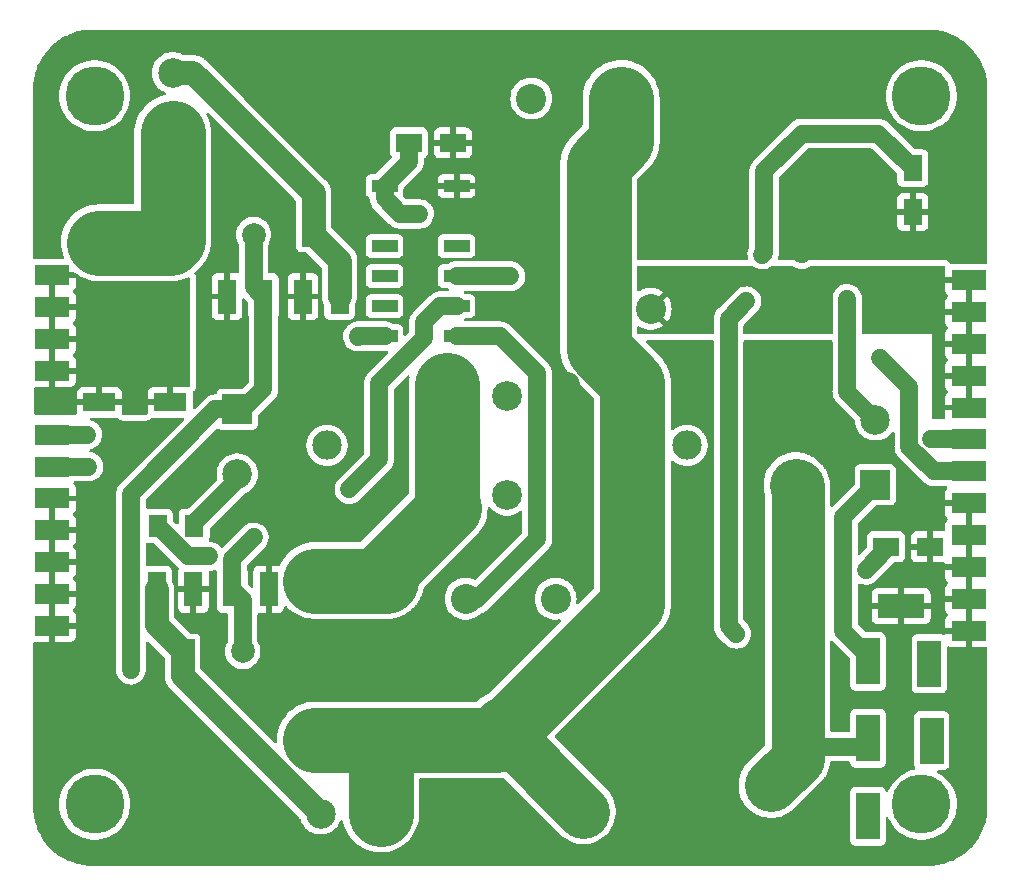
<source format=gbr>
%TF.GenerationSoftware,KiCad,Pcbnew,7.0.6-0*%
%TF.CreationDate,2023-08-01T13:46:46-04:00*%
%TF.ProjectId,Power Selector,506f7765-7220-4536-956c-6563746f722e,rev?*%
%TF.SameCoordinates,Original*%
%TF.FileFunction,Copper,L1,Top*%
%TF.FilePolarity,Positive*%
%FSLAX46Y46*%
G04 Gerber Fmt 4.6, Leading zero omitted, Abs format (unit mm)*
G04 Created by KiCad (PCBNEW 7.0.6-0) date 2023-08-01 13:46:46*
%MOMM*%
%LPD*%
G01*
G04 APERTURE LIST*
%TA.AperFunction,ComponentPad*%
%ADD10C,2.209800*%
%TD*%
%TA.AperFunction,ComponentPad*%
%ADD11C,2.489200*%
%TD*%
%TA.AperFunction,ComponentPad*%
%ADD12C,2.514600*%
%TD*%
%TA.AperFunction,SMDPad,CuDef*%
%ADD13R,2.800000X1.600000*%
%TD*%
%TA.AperFunction,SMDPad,CuDef*%
%ADD14R,1.600000X3.000000*%
%TD*%
%TA.AperFunction,ComponentPad*%
%ADD15R,2.000000X4.000000*%
%TD*%
%TA.AperFunction,SMDPad,CuDef*%
%ADD16R,3.000000X1.700000*%
%TD*%
%TA.AperFunction,ComponentPad*%
%ADD17C,5.000000*%
%TD*%
%TA.AperFunction,ComponentPad*%
%ADD18R,2.500000X2.500000*%
%TD*%
%TA.AperFunction,ComponentPad*%
%ADD19C,2.500000*%
%TD*%
%TA.AperFunction,SMDPad,CuDef*%
%ADD20R,1.630000X2.180400*%
%TD*%
%TA.AperFunction,ComponentPad*%
%ADD21R,2.000000X2.000000*%
%TD*%
%TA.AperFunction,ComponentPad*%
%ADD22C,2.000000*%
%TD*%
%TA.AperFunction,ComponentPad*%
%ADD23C,2.540000*%
%TD*%
%TA.AperFunction,ComponentPad*%
%ADD24C,1.524000*%
%TD*%
%TA.AperFunction,SMDPad,CuDef*%
%ADD25R,2.200000X1.000000*%
%TD*%
%TA.AperFunction,SMDPad,CuDef*%
%ADD26R,2.180400X1.630000*%
%TD*%
%TA.AperFunction,SMDPad,CuDef*%
%ADD27R,1.600000X1.900000*%
%TD*%
%TA.AperFunction,ComponentPad*%
%ADD28R,4.000000X2.000000*%
%TD*%
%TA.AperFunction,ViaPad*%
%ADD29C,1.000000*%
%TD*%
%TA.AperFunction,ViaPad*%
%ADD30C,3.500000*%
%TD*%
%TA.AperFunction,Conductor*%
%ADD31C,1.500000*%
%TD*%
%TA.AperFunction,Conductor*%
%ADD32C,5.500000*%
%TD*%
%TA.AperFunction,Conductor*%
%ADD33C,4.500000*%
%TD*%
%TA.AperFunction,Conductor*%
%ADD34C,2.000000*%
%TD*%
G04 APERTURE END LIST*
D10*
%TO.P,J205,1,1*%
%TO.N,GND_G*%
X105720000Y-104880000D03*
%TO.P,J205,2,2*%
X105720000Y-99800000D03*
%TO.P,J205,3,3*%
X105720000Y-94720000D03*
%TO.P,J205,4,4*%
%TO.N,Net-(F203-Pad2)*%
X95560000Y-104880000D03*
%TO.P,J205,5,5*%
X95560000Y-99800000D03*
%TO.P,J205,6,6*%
X95560000Y-94720000D03*
D11*
%TO.P,J205,7*%
%TO.N,N/C*%
X115880000Y-99800000D03*
%TO.P,J205,8*%
X85400000Y-99800000D03*
D12*
%TO.P,J205,9*%
X100640000Y-103999999D03*
%TO.P,J205,10*%
X100640000Y-95600001D03*
%TD*%
D13*
%TO.P,F204,1*%
%TO.N,Vin_Bat_G*%
X72120000Y-82650000D03*
X66120000Y-82650000D03*
%TO.P,F204,2*%
%TO.N,Net-(F204-Pad2)*%
X72120000Y-96150000D03*
X66120000Y-96150000D03*
%TD*%
D14*
%TO.P,C204,1,1*%
%TO.N,GND_G*%
X80470000Y-112000000D03*
%TO.P,C204,2,2*%
%TO.N,24V_Tether_G*%
X77370000Y-112000000D03*
%TD*%
D15*
%TO.P,TP1,1,TP*%
%TO.N,Vin_Bat_G*%
X136600000Y-124800000D03*
%TD*%
D16*
%TO.P,J204,1,1*%
%TO.N,+Vin_Drone_G*%
X139720000Y-85800000D03*
%TO.P,J204,2,2*%
X139720000Y-88500000D03*
%TO.P,J204,3,3*%
X139720000Y-91200000D03*
%TO.P,J204,4,4*%
X139720000Y-93900000D03*
%TO.P,J204,5,5*%
X139720000Y-96600000D03*
%TO.P,J204,6,6*%
%TO.N,/PCB_Gauche/SCL*%
X139720000Y-99300000D03*
%TO.P,J204,7,7*%
%TO.N,/PCB_Gauche/SDA*%
X139720000Y-102000000D03*
%TO.P,J204,8,8*%
%TO.N,GND_G*%
X139720000Y-104700000D03*
%TO.P,J204,9,9*%
X139720000Y-107400000D03*
%TO.P,J204,10,10*%
X139720000Y-110100000D03*
%TO.P,J204,11,11*%
X139720000Y-112800000D03*
%TO.P,J204,12,12*%
X139720000Y-115500000D03*
%TD*%
D14*
%TO.P,C201,1,1*%
%TO.N,GND_G*%
X83370000Y-87200000D03*
%TO.P,C201,2,2*%
%TO.N,Net-(U201-Vin)*%
X86470000Y-87200000D03*
%TD*%
D17*
%TO.P,H2,1*%
%TO.N,unconnected-(H2-Pad1)*%
X135720000Y-130200000D03*
%TD*%
D16*
%TO.P,J206,1,1*%
%TO.N,Net-(F204-Pad2)*%
X62120000Y-85400000D03*
%TO.P,J206,2,2*%
X62120000Y-88100000D03*
%TO.P,J206,3,3*%
X62120000Y-90800000D03*
%TO.P,J206,4,4*%
X62120000Y-93500000D03*
%TO.P,J206,5,5*%
X62120000Y-96200000D03*
%TO.P,J206,6,6*%
%TO.N,/PCB_Gauche/SDA*%
X62120000Y-98900000D03*
%TO.P,J206,7,7*%
%TO.N,/PCB_Gauche/SCL*%
X62120000Y-101600000D03*
%TO.P,J206,8,8*%
%TO.N,GND_G*%
X62120000Y-104300000D03*
%TO.P,J206,9,9*%
X62120000Y-107000000D03*
%TO.P,J206,10,10*%
X62120000Y-109700000D03*
%TO.P,J206,11,11*%
X62120000Y-112400000D03*
%TO.P,J206,12,12*%
X62120000Y-115100000D03*
%TD*%
D18*
%TO.P,J201,1,1*%
%TO.N,24V_Bat_G*%
X77800000Y-96740000D03*
D19*
%TO.P,J201,2,2*%
%TO.N,Net-(J201-Pad2)*%
X77800000Y-102240000D03*
%TD*%
D15*
%TO.P,TP2,1,TP*%
%TO.N,24V_Bat_G*%
X136400000Y-118300000D03*
%TD*%
D13*
%TO.P,F203,1*%
%TO.N,+Vin_Tether_G*%
X84400000Y-124750000D03*
X90400000Y-124750000D03*
%TO.P,F203,2*%
%TO.N,Net-(F203-Pad2)*%
X84400000Y-111250000D03*
X90400000Y-111250000D03*
%TD*%
D20*
%TO.P,D202,1*%
%TO.N,/PCB_Gauche/Relay_Active*%
X135000000Y-76342800D03*
%TO.P,D202,2*%
%TO.N,GND_G*%
X135000000Y-80057200D03*
%TD*%
D19*
%TO.P,F202,1,1*%
%TO.N,+Vin_Tether_G*%
X89940000Y-131000000D03*
%TO.P,F202,2,2*%
%TO.N,Net-(U202-Vin)*%
X84860000Y-131000000D03*
%TD*%
D15*
%TO.P,TP4,1,TP*%
%TO.N,24V_Tether_G*%
X131200000Y-118100000D03*
%TD*%
D21*
%TO.P,U201,1,Vin*%
%TO.N,Net-(U201-Vin)*%
X84260000Y-81951800D03*
D22*
%TO.P,U201,2,GND*%
%TO.N,GND_G*%
X81720000Y-81951800D03*
%TO.P,U201,3,Vout*%
%TO.N,24V_Bat_G*%
X79180000Y-81951800D03*
%TD*%
D14*
%TO.P,C203,1,1*%
%TO.N,GND_G*%
X74070000Y-112000000D03*
%TO.P,C203,2,2*%
%TO.N,Net-(U202-Vin)*%
X70970000Y-112000000D03*
%TD*%
D23*
%TO.P,K203,1,1*%
%TO.N,Vin_Bat_G*%
X102700000Y-70437989D03*
%TO.P,K203,2,2*%
%TO.N,+Vin_Tether_G*%
X110300000Y-70437989D03*
%TO.P,K203,3,3*%
%TO.N,+Vin_Drone_G*%
X112800000Y-88238106D03*
D24*
%TO.P,K203,4,4*%
%TO.N,/PCB_Gauche/Relay_Active*%
X125600000Y-73400000D03*
%TO.P,K203,5,5*%
%TO.N,GND_G*%
X125600000Y-83600000D03*
%TD*%
D25*
%TO.P,K202,1,1*%
%TO.N,Net-(D201-Pad1)*%
X90269998Y-77850000D03*
%TO.P,K202,3,3*%
%TO.N,unconnected-(K202-Pad3)*%
X90269998Y-82930000D03*
%TO.P,K202,4,4*%
%TO.N,unconnected-(K202-Pad4)*%
X90269998Y-85470000D03*
%TO.P,K202,5,5*%
%TO.N,unconnected-(K202-Pad5)*%
X90269998Y-88010000D03*
%TO.P,K202,6,6*%
%TO.N,24V_Bat_G*%
X90269998Y-90550000D03*
%TO.P,K202,7,7*%
%TO.N,Net-(K201-Pad1)*%
X96370002Y-90550000D03*
%TO.P,K202,8,8*%
%TO.N,24V_Tether_G*%
X96370002Y-88010000D03*
%TO.P,K202,9,9*%
%TO.N,/PCB_Gauche/Relay_Active*%
X96370002Y-85470000D03*
%TO.P,K202,10,10*%
%TO.N,unconnected-(K202-Pad10)*%
X96370002Y-82930000D03*
%TO.P,K202,12,12*%
%TO.N,GND_G*%
X96370002Y-77850000D03*
%TD*%
D26*
%TO.P,D201,1*%
%TO.N,Net-(D201-Pad1)*%
X92342800Y-74200000D03*
%TO.P,D201,2*%
%TO.N,GND_G*%
X96057200Y-74200000D03*
%TD*%
D17*
%TO.P,H3,1*%
%TO.N,unconnected-(H3-Pad1)*%
X65720000Y-70200000D03*
%TD*%
D18*
%TO.P,J203,1,1*%
%TO.N,24V_Tether_G*%
X131823200Y-103131500D03*
D19*
%TO.P,J203,2,2*%
%TO.N,Net-(D201-Pad1)*%
X131823200Y-97631500D03*
%TD*%
D27*
%TO.P,R201,1,1*%
%TO.N,Net-(K201-Pad1)*%
X71050000Y-106600000D03*
%TO.P,R201,2,2*%
%TO.N,Net-(J201-Pad2)*%
X74150000Y-106600000D03*
%TD*%
D15*
%TO.P,TP6,1,TP*%
%TO.N,+Vin_Drone_G*%
X131200000Y-131200000D03*
%TD*%
D26*
%TO.P,D203,1*%
%TO.N,/PCB_Gauche/Relay_Active*%
X132742800Y-108400000D03*
%TO.P,D203,2*%
%TO.N,GND_G*%
X136457200Y-108400000D03*
%TD*%
D19*
%TO.P,F201,1,1*%
%TO.N,Vin_Bat_G*%
X72320000Y-73340000D03*
%TO.P,F201,2,2*%
%TO.N,Net-(U201-Vin)*%
X72320000Y-68260000D03*
%TD*%
D21*
%TO.P,U202,1,Vin*%
%TO.N,Net-(U202-Vin)*%
X73180000Y-117248200D03*
D22*
%TO.P,U202,2,GND*%
%TO.N,GND_G*%
X75720000Y-117248200D03*
%TO.P,U202,3,Vout*%
%TO.N,24V_Tether_G*%
X78260000Y-117248200D03*
%TD*%
D23*
%TO.P,K201,1,1*%
%TO.N,Net-(K201-Pad1)*%
X97150000Y-112787989D03*
%TO.P,K201,2,2*%
%TO.N,unconnected-(K201-Pad2)*%
X104750000Y-112787989D03*
%TO.P,K201,3,3*%
%TO.N,+Vin_Tether_G*%
X107250000Y-130588106D03*
D24*
%TO.P,K201,4,4*%
%TO.N,/PCB_Gauche/Relay_Active*%
X120050000Y-115750000D03*
%TO.P,K201,5,5*%
%TO.N,GND_G*%
X120050000Y-125950000D03*
%TD*%
D18*
%TO.P,J202,1,1*%
%TO.N,+Vin_Tether_G*%
X125120000Y-103131500D03*
D19*
%TO.P,J202,2,2*%
%TO.N,GND_G*%
X125120000Y-97631500D03*
%TD*%
D17*
%TO.P,H4,1*%
%TO.N,unconnected-(H4-Pad1)*%
X65720000Y-130200000D03*
%TD*%
D28*
%TO.P,TP5,1,TP*%
%TO.N,GND_G*%
X134000000Y-113400000D03*
%TD*%
D17*
%TO.P,H1,1*%
%TO.N,unconnected-(H1-Pad1)*%
X135720000Y-70200000D03*
%TD*%
D15*
%TO.P,TP3,1,TP*%
%TO.N,+Vin_Tether_G*%
X131200000Y-124600000D03*
%TD*%
D14*
%TO.P,C202,1,1*%
%TO.N,GND_G*%
X76920000Y-87200000D03*
%TO.P,C202,2,2*%
%TO.N,24V_Bat_G*%
X80020000Y-87200000D03*
%TD*%
D29*
%TO.N,24V_Tether_G*%
X129100000Y-115500000D03*
%TO.N,Net-(K201-Pad1)*%
X75400000Y-109200000D03*
%TO.N,/PCB_Gauche/Relay_Active*%
X131000000Y-110350000D03*
%TO.N,/PCB_Gauche/SCL*%
X136500000Y-99300000D03*
%TO.N,+Vin_Drone_G*%
X114850000Y-86500000D03*
X115400000Y-88200000D03*
X124150000Y-89000000D03*
X119200000Y-85800000D03*
X127500000Y-85800000D03*
X131300000Y-89200000D03*
X134300000Y-85900000D03*
X136700000Y-89200000D03*
X139800000Y-96700000D03*
X139800000Y-94000000D03*
X139700000Y-91400000D03*
X139700000Y-88700000D03*
X139700000Y-85900000D03*
%TO.N,/PCB_Gauche/SDA*%
X132200000Y-92400000D03*
%TO.N,Net-(D201-Pad1)*%
X129450000Y-87400000D03*
%TO.N,/PCB_Gauche/Relay_Active*%
X120900000Y-87600000D03*
X122250000Y-83650000D03*
X100930000Y-85470000D03*
%TO.N,Net-(D201-Pad1)*%
X93200000Y-80200000D03*
%TO.N,24V_Bat_G*%
X88000000Y-90600000D03*
X80020000Y-89520000D03*
%TO.N,24V_Tether_G*%
X87300000Y-103500000D03*
X79200000Y-107600000D03*
%TO.N,24V_Bat_G*%
X68800000Y-118800000D03*
%TO.N,/PCB_Gauche/SCL*%
X65200000Y-101600000D03*
%TO.N,/PCB_Gauche/SDA*%
X65100000Y-98900000D03*
D30*
%TO.N,+Vin_Tether_G*%
X123000000Y-128600000D03*
%TD*%
D31*
%TO.N,24V_Tether_G*%
X129100000Y-115500000D02*
X131200000Y-117600000D01*
X131200000Y-117600000D02*
X131200000Y-118800000D01*
X129100000Y-115500000D02*
X129100000Y-105854700D01*
X129100000Y-105854700D02*
X131823200Y-103131500D01*
D32*
%TO.N,+Vin_Tether_G*%
X111255400Y-94520905D02*
X108400000Y-91665505D01*
X100695465Y-123800000D02*
X111255400Y-113240065D01*
X100400000Y-124095465D02*
X100400000Y-123800000D01*
X111255400Y-113240065D02*
X111255400Y-94520905D01*
X100400000Y-123800000D02*
X100695465Y-123800000D01*
X108400000Y-75950000D02*
X110300000Y-74050000D01*
X108400000Y-91665505D02*
X108400000Y-75950000D01*
X110300000Y-74050000D02*
X110300000Y-70437989D01*
D31*
%TO.N,/PCB_Gauche/Relay_Active*%
X96370002Y-85470000D02*
X100930000Y-85470000D01*
%TO.N,24V_Tether_G*%
X87300000Y-103500000D02*
X89800000Y-101000000D01*
X89800000Y-94519998D02*
X93600000Y-90719998D01*
X93600000Y-90719998D02*
X93600000Y-89400000D01*
X89800000Y-101000000D02*
X89800000Y-94519998D01*
X94990000Y-88010000D02*
X96370002Y-88010000D01*
X93600000Y-89400000D02*
X94990000Y-88010000D01*
%TO.N,Net-(K201-Pad1)*%
X73650000Y-109200000D02*
X71050000Y-106600000D01*
X75400000Y-109200000D02*
X73650000Y-109200000D01*
%TO.N,/PCB_Gauche/Relay_Active*%
X131000000Y-110350000D02*
X132742800Y-108607200D01*
X132742800Y-108607200D02*
X132742800Y-108400000D01*
X120900000Y-87600000D02*
X119400000Y-89100000D01*
X119400000Y-89100000D02*
X119400000Y-115100000D01*
X119400000Y-115100000D02*
X120050000Y-115750000D01*
D33*
%TO.N,+Vin_Tether_G*%
X100400000Y-124095465D02*
X107109241Y-130804706D01*
D31*
%TO.N,Net-(K201-Pad1)*%
X97150000Y-112787989D02*
X98139494Y-112787989D01*
X98139494Y-112787989D02*
X103200000Y-107727483D01*
X103200000Y-107727483D02*
X103200000Y-93718407D01*
X103200000Y-93718407D02*
X100031593Y-90550000D01*
X100031593Y-90550000D02*
X96370002Y-90550000D01*
D33*
%TO.N,+Vin_Tether_G*%
X123000000Y-128600000D02*
X125250000Y-126350000D01*
D31*
%TO.N,/PCB_Gauche/SCL*%
X136500000Y-99300000D02*
X139720000Y-99300000D01*
%TO.N,/PCB_Gauche/Relay_Active*%
X122250000Y-83650000D02*
X122400000Y-83500000D01*
X122400000Y-83500000D02*
X122400000Y-76600000D01*
X122400000Y-76600000D02*
X125600000Y-73400000D01*
%TO.N,Net-(D201-Pad1)*%
X129450000Y-87400000D02*
X129450000Y-95258300D01*
X129450000Y-95258300D02*
X131823200Y-97631500D01*
%TO.N,/PCB_Gauche/SDA*%
X132200000Y-92400000D02*
X134700000Y-94900000D01*
X134700000Y-94900000D02*
X134700000Y-99904164D01*
X134700000Y-99904164D02*
X136795836Y-102000000D01*
X136795836Y-102000000D02*
X139720000Y-102000000D01*
%TO.N,Net-(D201-Pad1)*%
X90269998Y-78869998D02*
X90269998Y-77850000D01*
X93200000Y-80200000D02*
X91600000Y-80200000D01*
X91600000Y-80200000D02*
X90269998Y-78869998D01*
%TO.N,24V_Bat_G*%
X80020000Y-89520000D02*
X80020000Y-87200000D01*
X80020000Y-89520000D02*
X80020000Y-95040000D01*
X80020000Y-95040000D02*
X78320000Y-96740000D01*
X88000000Y-90600000D02*
X88050000Y-90550000D01*
X88050000Y-90550000D02*
X90269998Y-90550000D01*
%TO.N,24V_Tether_G*%
X79200000Y-107600000D02*
X77370000Y-109430000D01*
X77370000Y-109430000D02*
X77370000Y-112000000D01*
%TO.N,/PCB_Gauche/SDA*%
X62120000Y-98900000D02*
X65100000Y-98900000D01*
D34*
%TO.N,Net-(U201-Vin)*%
X84260000Y-78432234D02*
X84260000Y-81951800D01*
X84260000Y-81951800D02*
X86470000Y-84161800D01*
X86470000Y-84161800D02*
X86470000Y-87200000D01*
X72320000Y-68260000D02*
X74087766Y-68260000D01*
X74087766Y-68260000D02*
X84260000Y-78432234D01*
D31*
%TO.N,24V_Bat_G*%
X79180000Y-86360000D02*
X80020000Y-87200000D01*
X68800000Y-118800000D02*
X68800000Y-103890811D01*
X75950811Y-96740000D02*
X77800000Y-96740000D01*
X80020000Y-89420000D02*
X80020000Y-87200000D01*
X68800000Y-103890811D02*
X75950811Y-96740000D01*
X79180000Y-81951800D02*
X79180000Y-86360000D01*
D34*
%TO.N,Net-(U202-Vin)*%
X70970000Y-112000000D02*
X70970000Y-115038200D01*
X84860000Y-131000000D02*
X73180000Y-119320000D01*
X70970000Y-115038200D02*
X73180000Y-117248200D01*
X73180000Y-119320000D02*
X73180000Y-117248200D01*
D31*
%TO.N,24V_Tether_G*%
X78260000Y-112890000D02*
X77370000Y-112000000D01*
X78260000Y-117248200D02*
X78260000Y-112890000D01*
%TO.N,Net-(D201-Pad1)*%
X92342800Y-74200000D02*
X92342800Y-75777198D01*
X92342800Y-75777198D02*
X90269998Y-77850000D01*
%TO.N,/PCB_Gauche/Relay_Active*%
X125600000Y-73400000D02*
X132057200Y-73400000D01*
X132057200Y-73400000D02*
X135000000Y-76342800D01*
D32*
%TO.N,Vin_Bat_G*%
X72320000Y-73340000D02*
X72320000Y-82450000D01*
X66120000Y-82650000D02*
X72120000Y-82650000D01*
X72320000Y-82450000D02*
X72120000Y-82650000D01*
%TO.N,+Vin_Tether_G*%
X89940000Y-131000000D02*
X89940000Y-125210000D01*
D33*
X125250000Y-126350000D02*
X125250000Y-103261500D01*
D32*
X89940000Y-125210000D02*
X90400000Y-124750000D01*
X84400000Y-124750000D02*
X90400000Y-124750000D01*
D31*
X126300000Y-125300000D02*
X125250000Y-126350000D01*
D32*
X99745465Y-124750000D02*
X100400000Y-124095465D01*
D31*
X131200000Y-125300000D02*
X126300000Y-125300000D01*
D33*
X125250000Y-103261500D02*
X125120000Y-103131500D01*
D32*
X90400000Y-124750000D02*
X99745465Y-124750000D01*
%TO.N,Net-(F203-Pad2)*%
X95560000Y-99800000D02*
X95560000Y-104880000D01*
X95560000Y-94720000D02*
X95560000Y-99800000D01*
X90400000Y-111250000D02*
X84400000Y-111250000D01*
X90400000Y-110432590D02*
X95756295Y-105076295D01*
X90400000Y-111250000D02*
X90400000Y-110432590D01*
D31*
%TO.N,Net-(J201-Pad2)*%
X74150000Y-106410000D02*
X78320000Y-102240000D01*
X74150000Y-106600000D02*
X74150000Y-106410000D01*
%TO.N,/PCB_Gauche/SCL*%
X62120000Y-101600000D02*
X65200000Y-101600000D01*
%TD*%
%TA.AperFunction,Conductor*%
%TO.N,+Vin_Drone_G*%
G36*
X121458657Y-84619685D02*
G01*
X121466734Y-84625340D01*
X121582005Y-84713108D01*
X121782565Y-84815299D01*
X121998149Y-84880036D01*
X122221827Y-84905238D01*
X122221829Y-84905237D01*
X122221831Y-84905238D01*
X122321642Y-84898508D01*
X122446412Y-84890096D01*
X122664683Y-84835096D01*
X122869626Y-84742007D01*
X123042742Y-84622072D01*
X123109060Y-84600075D01*
X123113359Y-84600000D01*
X124787948Y-84600000D01*
X124854987Y-84619685D01*
X124859050Y-84622410D01*
X124966338Y-84697534D01*
X125166550Y-84790894D01*
X125379932Y-84848070D01*
X125537123Y-84861822D01*
X125599998Y-84867323D01*
X125600000Y-84867323D01*
X125600002Y-84867323D01*
X125655017Y-84862509D01*
X125820068Y-84848070D01*
X126033450Y-84790894D01*
X126233662Y-84697534D01*
X126340929Y-84622424D01*
X126407135Y-84600098D01*
X126412052Y-84600000D01*
X137638302Y-84600000D01*
X137705341Y-84619685D01*
X137751096Y-84672489D01*
X137761040Y-84741647D01*
X137754484Y-84767334D01*
X137726402Y-84842623D01*
X137726401Y-84842627D01*
X137720000Y-84902155D01*
X137720000Y-85550000D01*
X139846000Y-85550000D01*
X139913039Y-85569685D01*
X139958794Y-85622489D01*
X139970000Y-85674000D01*
X139970000Y-96726000D01*
X139950315Y-96793039D01*
X139897511Y-96838794D01*
X139846000Y-96850000D01*
X137720000Y-96850000D01*
X137720000Y-97476000D01*
X137700315Y-97543039D01*
X137647511Y-97588794D01*
X137596000Y-97600000D01*
X136724000Y-97600000D01*
X136656961Y-97580315D01*
X136611206Y-97527511D01*
X136600000Y-97476000D01*
X136600000Y-94150000D01*
X137720000Y-94150000D01*
X137720000Y-94797844D01*
X137726401Y-94857372D01*
X137726403Y-94857379D01*
X137776645Y-94992086D01*
X137776649Y-94992093D01*
X137862808Y-95107186D01*
X137920978Y-95150732D01*
X137962849Y-95206666D01*
X137967833Y-95276358D01*
X137934348Y-95337681D01*
X137920980Y-95349264D01*
X137862811Y-95392810D01*
X137862809Y-95392812D01*
X137776649Y-95507906D01*
X137776645Y-95507913D01*
X137726403Y-95642620D01*
X137726401Y-95642627D01*
X137720000Y-95702155D01*
X137720000Y-96350000D01*
X139470000Y-96350000D01*
X139470000Y-94150000D01*
X137720000Y-94150000D01*
X136600000Y-94150000D01*
X136600000Y-91450000D01*
X137720000Y-91450000D01*
X137720000Y-92097844D01*
X137726401Y-92157372D01*
X137726403Y-92157379D01*
X137776645Y-92292086D01*
X137776649Y-92292093D01*
X137862809Y-92407187D01*
X137920979Y-92450734D01*
X137962849Y-92506668D01*
X137967833Y-92576360D01*
X137934347Y-92637683D01*
X137920979Y-92649266D01*
X137862809Y-92692812D01*
X137776649Y-92807906D01*
X137776645Y-92807913D01*
X137726403Y-92942620D01*
X137726401Y-92942627D01*
X137720000Y-93002155D01*
X137720000Y-93650000D01*
X139470000Y-93650000D01*
X139470000Y-91450000D01*
X137720000Y-91450000D01*
X136600000Y-91450000D01*
X136600000Y-90400000D01*
X130824500Y-90400000D01*
X130757461Y-90380315D01*
X130711706Y-90327511D01*
X130700500Y-90276000D01*
X130700500Y-88750000D01*
X137720000Y-88750000D01*
X137720000Y-89397844D01*
X137726401Y-89457372D01*
X137726403Y-89457379D01*
X137776645Y-89592086D01*
X137776649Y-89592093D01*
X137862808Y-89707186D01*
X137920978Y-89750732D01*
X137962849Y-89806666D01*
X137967833Y-89876358D01*
X137934348Y-89937681D01*
X137920980Y-89949264D01*
X137862811Y-89992810D01*
X137862809Y-89992812D01*
X137776649Y-90107906D01*
X137776645Y-90107913D01*
X137726403Y-90242620D01*
X137726401Y-90242627D01*
X137720000Y-90302155D01*
X137720000Y-90950000D01*
X139470000Y-90950000D01*
X139470000Y-88750000D01*
X137720000Y-88750000D01*
X130700500Y-88750000D01*
X130700500Y-87343851D01*
X130700500Y-87343845D01*
X130685377Y-87175812D01*
X130685376Y-87175807D01*
X130625496Y-86958839D01*
X130625491Y-86958826D01*
X130527832Y-86756033D01*
X130527828Y-86756025D01*
X130395526Y-86573927D01*
X130395525Y-86573925D01*
X130356790Y-86536891D01*
X130232825Y-86418368D01*
X130232823Y-86418366D01*
X130044966Y-86294363D01*
X129837995Y-86205899D01*
X129837982Y-86205895D01*
X129618542Y-86155810D01*
X129618538Y-86155809D01*
X129618537Y-86155809D01*
X129618536Y-86155808D01*
X129618531Y-86155808D01*
X129393674Y-86145710D01*
X129393673Y-86145710D01*
X129393670Y-86145710D01*
X129170613Y-86175925D01*
X129170610Y-86175925D01*
X129170609Y-86175926D01*
X128956534Y-86245483D01*
X128758321Y-86352146D01*
X128758318Y-86352148D01*
X128582336Y-86492489D01*
X128511186Y-86573927D01*
X128434235Y-86662004D01*
X128378060Y-86756025D01*
X128318787Y-86855232D01*
X128318786Y-86855234D01*
X128239692Y-87065976D01*
X128199500Y-87287450D01*
X128199500Y-90276000D01*
X128179815Y-90343039D01*
X128127011Y-90388794D01*
X128075500Y-90400000D01*
X120774500Y-90400000D01*
X120707461Y-90380315D01*
X120661706Y-90327511D01*
X120650500Y-90276000D01*
X120650500Y-89669335D01*
X120670185Y-89602296D01*
X120686814Y-89581659D01*
X121823944Y-88444530D01*
X121932068Y-88315019D01*
X122043153Y-88119245D01*
X122117498Y-87906783D01*
X122152710Y-87684460D01*
X122147659Y-87459422D01*
X122102508Y-87238904D01*
X122102235Y-87238224D01*
X122033142Y-87065976D01*
X122018707Y-87029991D01*
X121973993Y-86958830D01*
X121898947Y-86839395D01*
X121747087Y-86673253D01*
X121747081Y-86673248D01*
X121567994Y-86536891D01*
X121567990Y-86536889D01*
X121367434Y-86434701D01*
X121367430Y-86434699D01*
X121151851Y-86369964D01*
X120928178Y-86344763D01*
X120928167Y-86344762D01*
X120703589Y-86359903D01*
X120703586Y-86359903D01*
X120485320Y-86414902D01*
X120485317Y-86414903D01*
X120280377Y-86507991D01*
X120280375Y-86507992D01*
X120095341Y-86636183D01*
X118567885Y-88163639D01*
X118562699Y-88168274D01*
X118532337Y-88192488D01*
X118532333Y-88192492D01*
X118487365Y-88243960D01*
X118484521Y-88247003D01*
X118476064Y-88255461D01*
X118476054Y-88255472D01*
X118449049Y-88287818D01*
X118384234Y-88362004D01*
X118384230Y-88362010D01*
X118381981Y-88365774D01*
X118370746Y-88381608D01*
X118367934Y-88384977D01*
X118367932Y-88384981D01*
X118319316Y-88470659D01*
X118291321Y-88517514D01*
X118268783Y-88555238D01*
X118267247Y-88559332D01*
X118259008Y-88576945D01*
X118256850Y-88580747D01*
X118256846Y-88580757D01*
X118224307Y-88673746D01*
X118189694Y-88765970D01*
X118189689Y-88765988D01*
X118188909Y-88770288D01*
X118183952Y-88789069D01*
X118182503Y-88793209D01*
X118182502Y-88793215D01*
X118167089Y-88890527D01*
X118149500Y-88987448D01*
X118149500Y-88991827D01*
X118147973Y-89011229D01*
X118147289Y-89015540D01*
X118149500Y-89114021D01*
X118149500Y-90276000D01*
X118129815Y-90343039D01*
X118077011Y-90388794D01*
X118025500Y-90400000D01*
X111782758Y-90400000D01*
X111715719Y-90380315D01*
X111695076Y-90363680D01*
X111686811Y-90355416D01*
X111653331Y-90294091D01*
X111650499Y-90267740D01*
X111650499Y-89831246D01*
X111670184Y-89764207D01*
X111722988Y-89718452D01*
X111792146Y-89708508D01*
X111844351Y-89728792D01*
X111912525Y-89775272D01*
X111912526Y-89775273D01*
X112151530Y-89890370D01*
X112151528Y-89890370D01*
X112405025Y-89968564D01*
X112405031Y-89968565D01*
X112667351Y-90008105D01*
X112667358Y-90008106D01*
X112932642Y-90008106D01*
X112932648Y-90008105D01*
X113194968Y-89968565D01*
X113194974Y-89968564D01*
X113448470Y-89890370D01*
X113687479Y-89775270D01*
X113863560Y-89655218D01*
X113320347Y-89112005D01*
X113367191Y-89086967D01*
X113521897Y-88960003D01*
X113648861Y-88805297D01*
X113673899Y-88758452D01*
X114216355Y-89300909D01*
X114216356Y-89300908D01*
X114266545Y-89237975D01*
X114399185Y-89008234D01*
X114496103Y-88761291D01*
X114496109Y-88761272D01*
X114555138Y-88502646D01*
X114555139Y-88502641D01*
X114574963Y-88238110D01*
X114574963Y-88238101D01*
X114555139Y-87973570D01*
X114555138Y-87973565D01*
X114496109Y-87714939D01*
X114496103Y-87714920D01*
X114399185Y-87467977D01*
X114399186Y-87467977D01*
X114266543Y-87238235D01*
X114266536Y-87238224D01*
X114216356Y-87175302D01*
X114216355Y-87175301D01*
X113673898Y-87717758D01*
X113648861Y-87670915D01*
X113521897Y-87516209D01*
X113367191Y-87389245D01*
X113320346Y-87364206D01*
X113863560Y-86820992D01*
X113687484Y-86700945D01*
X113687474Y-86700938D01*
X113448469Y-86585841D01*
X113448471Y-86585841D01*
X113194974Y-86507647D01*
X113194968Y-86507646D01*
X112932648Y-86468106D01*
X112667351Y-86468106D01*
X112405031Y-86507646D01*
X112405025Y-86507647D01*
X112151529Y-86585841D01*
X111912526Y-86700938D01*
X111912518Y-86700943D01*
X111844350Y-86747419D01*
X111777870Y-86768919D01*
X111710320Y-86751064D01*
X111663147Y-86699524D01*
X111650499Y-86644965D01*
X111650499Y-86050000D01*
X137720000Y-86050000D01*
X137720000Y-86697844D01*
X137726401Y-86757372D01*
X137726403Y-86757379D01*
X137776645Y-86892086D01*
X137776649Y-86892093D01*
X137862809Y-87007187D01*
X137920979Y-87050734D01*
X137962849Y-87106668D01*
X137967833Y-87176360D01*
X137934347Y-87237683D01*
X137920979Y-87249266D01*
X137862809Y-87292812D01*
X137776649Y-87407906D01*
X137776645Y-87407913D01*
X137726403Y-87542620D01*
X137726401Y-87542627D01*
X137720000Y-87602155D01*
X137720000Y-88250000D01*
X139470000Y-88250000D01*
X139470000Y-86050000D01*
X137720000Y-86050000D01*
X111650499Y-86050000D01*
X111650499Y-84724000D01*
X111670184Y-84656961D01*
X111722988Y-84611206D01*
X111774499Y-84600000D01*
X121391618Y-84600000D01*
X121458657Y-84619685D01*
G37*
%TD.AperFunction*%
%TD*%
%TA.AperFunction,Conductor*%
%TO.N,GND_G*%
G36*
X118092539Y-90925185D02*
G01*
X118138294Y-90977989D01*
X118149500Y-91029500D01*
X118149500Y-115026293D01*
X118149110Y-115033231D01*
X118146792Y-115053804D01*
X118144762Y-115071823D01*
X118144761Y-115071831D01*
X118149359Y-115140013D01*
X118149500Y-115144186D01*
X118149500Y-115156156D01*
X118153277Y-115198124D01*
X118159903Y-115296407D01*
X118159903Y-115296412D01*
X118160972Y-115300652D01*
X118164230Y-115319824D01*
X118164623Y-115324190D01*
X118190835Y-115419165D01*
X118214903Y-115514681D01*
X118216715Y-115518670D01*
X118223340Y-115536944D01*
X118224504Y-115541162D01*
X118224507Y-115541170D01*
X118267253Y-115629935D01*
X118307993Y-115719626D01*
X118307994Y-115719629D01*
X118310483Y-115723221D01*
X118320269Y-115740026D01*
X118322166Y-115743965D01*
X118322174Y-115743979D01*
X118380078Y-115823676D01*
X118436180Y-115904655D01*
X118439273Y-115907748D01*
X118451907Y-115922539D01*
X118454478Y-115926078D01*
X118454481Y-115926081D01*
X118525679Y-115994153D01*
X119031859Y-116500333D01*
X119045752Y-116516889D01*
X119079174Y-116564620D01*
X119079175Y-116564621D01*
X119079176Y-116564622D01*
X119235378Y-116720824D01*
X119235384Y-116720829D01*
X119416333Y-116847531D01*
X119416335Y-116847532D01*
X119416338Y-116847534D01*
X119616550Y-116940894D01*
X119829932Y-116998070D01*
X119987123Y-117011822D01*
X120049998Y-117017323D01*
X120050000Y-117017323D01*
X120050002Y-117017323D01*
X120105017Y-117012509D01*
X120270068Y-116998070D01*
X120483450Y-116940894D01*
X120683662Y-116847534D01*
X120864620Y-116720826D01*
X121020826Y-116564620D01*
X121147534Y-116383662D01*
X121240894Y-116183450D01*
X121298070Y-115970068D01*
X121317323Y-115750000D01*
X121316450Y-115740026D01*
X121298070Y-115529937D01*
X121298070Y-115529932D01*
X121240894Y-115316550D01*
X121147534Y-115116339D01*
X121054107Y-114982910D01*
X121020827Y-114935381D01*
X120970464Y-114885018D01*
X120864620Y-114779174D01*
X120816889Y-114745752D01*
X120800338Y-114731864D01*
X120686818Y-114618344D01*
X120653334Y-114557021D01*
X120650500Y-114530663D01*
X120650500Y-91029500D01*
X120670185Y-90962461D01*
X120722989Y-90916706D01*
X120774500Y-90905500D01*
X128075499Y-90905500D01*
X128142538Y-90925185D01*
X128188293Y-90977989D01*
X128199499Y-91029500D01*
X128199499Y-95184593D01*
X128199109Y-95191539D01*
X128194762Y-95230128D01*
X128194761Y-95230131D01*
X128199359Y-95298313D01*
X128199500Y-95302486D01*
X128199500Y-95314456D01*
X128203277Y-95356424D01*
X128209903Y-95454707D01*
X128209903Y-95454712D01*
X128210972Y-95458952D01*
X128214230Y-95478124D01*
X128214623Y-95482490D01*
X128240835Y-95577465D01*
X128264903Y-95672981D01*
X128266715Y-95676970D01*
X128273340Y-95695244D01*
X128274504Y-95699462D01*
X128274507Y-95699470D01*
X128317253Y-95788235D01*
X128357993Y-95877926D01*
X128357994Y-95877929D01*
X128360483Y-95881521D01*
X128370269Y-95898326D01*
X128372166Y-95902265D01*
X128372174Y-95902279D01*
X128430078Y-95981976D01*
X128486180Y-96062955D01*
X128489273Y-96066048D01*
X128501907Y-96080839D01*
X128504478Y-96084378D01*
X128504481Y-96084381D01*
X128575679Y-96152453D01*
X130036316Y-97613090D01*
X130069801Y-97674413D01*
X130072288Y-97691505D01*
X130087396Y-97893120D01*
X130087397Y-97893125D01*
X130145776Y-98148902D01*
X130145778Y-98148911D01*
X130145780Y-98148916D01*
X130241632Y-98393143D01*
X130372814Y-98620357D01*
X130479502Y-98754139D01*
X130536398Y-98825485D01*
X130667132Y-98946787D01*
X130728721Y-99003933D01*
X130945496Y-99151728D01*
X130945501Y-99151730D01*
X130945502Y-99151731D01*
X130945503Y-99151732D01*
X131063152Y-99208388D01*
X131181873Y-99265561D01*
X131181874Y-99265561D01*
X131181877Y-99265563D01*
X131432585Y-99342896D01*
X131692018Y-99382000D01*
X131954382Y-99382000D01*
X132213815Y-99342896D01*
X132464523Y-99265563D01*
X132700904Y-99151728D01*
X132917679Y-99003933D01*
X133090402Y-98843670D01*
X133110001Y-98825485D01*
X133110001Y-98825483D01*
X133110005Y-98825481D01*
X133228554Y-98676825D01*
X133285741Y-98636686D01*
X133355553Y-98633836D01*
X133415823Y-98669181D01*
X133447416Y-98731500D01*
X133449500Y-98754139D01*
X133449500Y-99830457D01*
X133449110Y-99837395D01*
X133446847Y-99857483D01*
X133444762Y-99875987D01*
X133444761Y-99875995D01*
X133449359Y-99944177D01*
X133449500Y-99948350D01*
X133449500Y-99960320D01*
X133453277Y-100002288D01*
X133459903Y-100100571D01*
X133459903Y-100100576D01*
X133460972Y-100104816D01*
X133464230Y-100123988D01*
X133464623Y-100128354D01*
X133490835Y-100223329D01*
X133514903Y-100318845D01*
X133516715Y-100322834D01*
X133523340Y-100341108D01*
X133524504Y-100345326D01*
X133524507Y-100345334D01*
X133567253Y-100434099D01*
X133607993Y-100523790D01*
X133607994Y-100523793D01*
X133610483Y-100527385D01*
X133620269Y-100544190D01*
X133622166Y-100548129D01*
X133622174Y-100548143D01*
X133680078Y-100627840D01*
X133736180Y-100708819D01*
X133739273Y-100711912D01*
X133751907Y-100726703D01*
X133754478Y-100730242D01*
X133754481Y-100730245D01*
X133825679Y-100798317D01*
X135859478Y-102832116D01*
X135864114Y-102837303D01*
X135876898Y-102853333D01*
X135888328Y-102867666D01*
X135939803Y-102912639D01*
X135942836Y-102915474D01*
X135951305Y-102923943D01*
X135951314Y-102923951D01*
X135957800Y-102929366D01*
X135983655Y-102950951D01*
X136057840Y-103015765D01*
X136061589Y-103018005D01*
X136077458Y-103029264D01*
X136080816Y-103032067D01*
X136080819Y-103032070D01*
X136162875Y-103078629D01*
X136166518Y-103080696D01*
X136251072Y-103131215D01*
X136255162Y-103132749D01*
X136272786Y-103140995D01*
X136276585Y-103143151D01*
X136276586Y-103143151D01*
X136276591Y-103143154D01*
X136369598Y-103175698D01*
X136461812Y-103210307D01*
X136466102Y-103211085D01*
X136484930Y-103216055D01*
X136489054Y-103217498D01*
X136586375Y-103232912D01*
X136618679Y-103238774D01*
X136683287Y-103250500D01*
X136683289Y-103250500D01*
X136687658Y-103250500D01*
X136707056Y-103252026D01*
X136711377Y-103252711D01*
X136809884Y-103250500D01*
X137813940Y-103250500D01*
X137880979Y-103270185D01*
X137926734Y-103322989D01*
X137936678Y-103392147D01*
X137907653Y-103455703D01*
X137888252Y-103473766D01*
X137862809Y-103492812D01*
X137776649Y-103607906D01*
X137776645Y-103607913D01*
X137726403Y-103742620D01*
X137726401Y-103742627D01*
X137720000Y-103802155D01*
X137720000Y-104450000D01*
X139846000Y-104450000D01*
X139913039Y-104469685D01*
X139958794Y-104522489D01*
X139970000Y-104574000D01*
X139970000Y-116850000D01*
X141195500Y-116850000D01*
X141262539Y-116869685D01*
X141308294Y-116922489D01*
X141319500Y-116974000D01*
X141319500Y-130400000D01*
X141310513Y-130617271D01*
X141301839Y-130815918D01*
X141301422Y-130820884D01*
X141274524Y-131036680D01*
X141248115Y-131237265D01*
X141247326Y-131241897D01*
X141202818Y-131454173D01*
X141158843Y-131652526D01*
X141157735Y-131656798D01*
X141095899Y-131864503D01*
X141034681Y-132058658D01*
X141033309Y-132062552D01*
X140954536Y-132264433D01*
X140876524Y-132452769D01*
X140874944Y-132456274D01*
X140779750Y-132650992D01*
X140685525Y-132831998D01*
X140683791Y-132835107D01*
X140572797Y-133021382D01*
X140463040Y-133193663D01*
X140461209Y-133196377D01*
X140335162Y-133372918D01*
X140210716Y-133535099D01*
X140208839Y-133537426D01*
X140068557Y-133703059D01*
X139929426Y-133854895D01*
X139774895Y-134009426D01*
X139623059Y-134148557D01*
X139457426Y-134288839D01*
X139455099Y-134290716D01*
X139292918Y-134415162D01*
X139116377Y-134541209D01*
X139113663Y-134543040D01*
X138941382Y-134652797D01*
X138755107Y-134763791D01*
X138751998Y-134765525D01*
X138570992Y-134859750D01*
X138376274Y-134954944D01*
X138372769Y-134956524D01*
X138184433Y-135034536D01*
X137982552Y-135113309D01*
X137978658Y-135114681D01*
X137784503Y-135175899D01*
X137576798Y-135237735D01*
X137572526Y-135238843D01*
X137374173Y-135282818D01*
X137161897Y-135327326D01*
X137157265Y-135328115D01*
X136956680Y-135354524D01*
X136740884Y-135381422D01*
X136735918Y-135381839D01*
X136537271Y-135390513D01*
X136320000Y-135399500D01*
X65520000Y-135399500D01*
X65302728Y-135390513D01*
X65104080Y-135381839D01*
X65099114Y-135381422D01*
X64883319Y-135354524D01*
X64682733Y-135328115D01*
X64678101Y-135327326D01*
X64465826Y-135282818D01*
X64267472Y-135238843D01*
X64263200Y-135237735D01*
X64055496Y-135175899D01*
X63861340Y-135114681D01*
X63857445Y-135113309D01*
X63655566Y-135034536D01*
X63467229Y-134956524D01*
X63463744Y-134954953D01*
X63404503Y-134925992D01*
X63269007Y-134859750D01*
X63088000Y-134765525D01*
X63084891Y-134763791D01*
X62898617Y-134652797D01*
X62726335Y-134543040D01*
X62723621Y-134541209D01*
X62547081Y-134415162D01*
X62384900Y-134290716D01*
X62382572Y-134288839D01*
X62216940Y-134148557D01*
X62171599Y-134107010D01*
X62065103Y-134009424D01*
X61910574Y-133854895D01*
X61771439Y-133703055D01*
X61631159Y-133537426D01*
X61629282Y-133535098D01*
X61504837Y-133372918D01*
X61378789Y-133196377D01*
X61376957Y-133193662D01*
X61267202Y-133021382D01*
X61156207Y-132835107D01*
X61154473Y-132831998D01*
X61060249Y-132650992D01*
X60996323Y-132520232D01*
X60965045Y-132456252D01*
X60963494Y-132452817D01*
X60885463Y-132264433D01*
X60806680Y-132062530D01*
X60805317Y-132058658D01*
X60744100Y-131864503D01*
X60682257Y-131656778D01*
X60681155Y-131652526D01*
X60674939Y-131624489D01*
X60637175Y-131454145D01*
X60631495Y-131427057D01*
X60592671Y-131241894D01*
X60591883Y-131237265D01*
X60584256Y-131179335D01*
X60565489Y-131036792D01*
X60538574Y-130820865D01*
X60538160Y-130815934D01*
X60529486Y-130617271D01*
X60520605Y-130402561D01*
X60520817Y-130401710D01*
X60520500Y-130399500D01*
X60520500Y-130200003D01*
X62714415Y-130200003D01*
X62734738Y-130548927D01*
X62734739Y-130548938D01*
X62795428Y-130893127D01*
X62795430Y-130893134D01*
X62895674Y-131227972D01*
X63034107Y-131548895D01*
X63034113Y-131548908D01*
X63208870Y-131851597D01*
X63417584Y-132131949D01*
X63417589Y-132131955D01*
X63476108Y-132193981D01*
X63657442Y-132386183D01*
X63817196Y-132520232D01*
X63925186Y-132610847D01*
X63925194Y-132610853D01*
X64217203Y-132802911D01*
X64217207Y-132802913D01*
X64529549Y-132959777D01*
X64857989Y-133079319D01*
X65198086Y-133159923D01*
X65545241Y-133200500D01*
X65545248Y-133200500D01*
X65894752Y-133200500D01*
X65894759Y-133200500D01*
X66241914Y-133159923D01*
X66582011Y-133079319D01*
X66910451Y-132959777D01*
X67222793Y-132802913D01*
X67514811Y-132610849D01*
X67782558Y-132386183D01*
X68022412Y-132131953D01*
X68231130Y-131851596D01*
X68405889Y-131548904D01*
X68544326Y-131227971D01*
X68644569Y-130893136D01*
X68666440Y-130769102D01*
X68705260Y-130548938D01*
X68705259Y-130548938D01*
X68705262Y-130548927D01*
X68725585Y-130200000D01*
X68705262Y-129851073D01*
X68697317Y-129806014D01*
X68644571Y-129506872D01*
X68644569Y-129506865D01*
X68636457Y-129479768D01*
X68544326Y-129172029D01*
X68405889Y-128851096D01*
X68231130Y-128548404D01*
X68231129Y-128548402D01*
X68022415Y-128268050D01*
X68022410Y-128268044D01*
X67876307Y-128113185D01*
X67782558Y-128013817D01*
X67634488Y-127889572D01*
X67514813Y-127789152D01*
X67514805Y-127789146D01*
X67222796Y-127597088D01*
X66910458Y-127440226D01*
X66910452Y-127440223D01*
X66582012Y-127320681D01*
X66582009Y-127320680D01*
X66241915Y-127240077D01*
X66198519Y-127235004D01*
X65894759Y-127199500D01*
X65545241Y-127199500D01*
X65241480Y-127235004D01*
X65198085Y-127240077D01*
X65198083Y-127240077D01*
X64857990Y-127320680D01*
X64857987Y-127320681D01*
X64529547Y-127440223D01*
X64529541Y-127440226D01*
X64217203Y-127597088D01*
X63925194Y-127789146D01*
X63925186Y-127789152D01*
X63657442Y-128013817D01*
X63657440Y-128013819D01*
X63417589Y-128268044D01*
X63417584Y-128268050D01*
X63208870Y-128548402D01*
X63034113Y-128851091D01*
X63034107Y-128851104D01*
X62895674Y-129172027D01*
X62795430Y-129506865D01*
X62795428Y-129506872D01*
X62734739Y-129851061D01*
X62734738Y-129851072D01*
X62714415Y-130199996D01*
X62714415Y-130200003D01*
X60520500Y-130200003D01*
X60520500Y-123608519D01*
X60520500Y-116573996D01*
X60540184Y-116506961D01*
X60592988Y-116461206D01*
X60644499Y-116450000D01*
X61870000Y-116450000D01*
X61870000Y-116449999D01*
X62369999Y-116449999D01*
X62370000Y-116450000D01*
X63667828Y-116450000D01*
X63667844Y-116449999D01*
X63727372Y-116443598D01*
X63727379Y-116443596D01*
X63862086Y-116393354D01*
X63862093Y-116393350D01*
X63977187Y-116307190D01*
X63977190Y-116307187D01*
X64063350Y-116192093D01*
X64063354Y-116192086D01*
X64113596Y-116057379D01*
X64113598Y-116057372D01*
X64119999Y-115997844D01*
X64120000Y-115997827D01*
X64120000Y-115350000D01*
X62370000Y-115350000D01*
X62369999Y-116449999D01*
X61870000Y-116449999D01*
X61870000Y-112650000D01*
X62370000Y-112650000D01*
X62370000Y-114850000D01*
X64120000Y-114850000D01*
X64120000Y-114202172D01*
X64119999Y-114202155D01*
X64113598Y-114142627D01*
X64113596Y-114142620D01*
X64063354Y-114007913D01*
X64063350Y-114007906D01*
X63977190Y-113892813D01*
X63919021Y-113849267D01*
X63877150Y-113793333D01*
X63872166Y-113723641D01*
X63905651Y-113662318D01*
X63919021Y-113650733D01*
X63977190Y-113607186D01*
X64063350Y-113492093D01*
X64063354Y-113492086D01*
X64113596Y-113357379D01*
X64113598Y-113357372D01*
X64119999Y-113297844D01*
X64120000Y-113297827D01*
X64120000Y-112650000D01*
X62370000Y-112650000D01*
X61870000Y-112650000D01*
X61870000Y-109950000D01*
X62370000Y-109950000D01*
X62370000Y-112150000D01*
X64120000Y-112150000D01*
X64120000Y-111502172D01*
X64119998Y-111502143D01*
X64113598Y-111442627D01*
X64113596Y-111442620D01*
X64063354Y-111307913D01*
X64063350Y-111307906D01*
X63977190Y-111192813D01*
X63919021Y-111149267D01*
X63877150Y-111093333D01*
X63872166Y-111023641D01*
X63905651Y-110962318D01*
X63919021Y-110950733D01*
X63977190Y-110907186D01*
X64063350Y-110792093D01*
X64063354Y-110792086D01*
X64113596Y-110657379D01*
X64113598Y-110657372D01*
X64119999Y-110597844D01*
X64120000Y-110597827D01*
X64120000Y-109950000D01*
X62370000Y-109950000D01*
X61870000Y-109950000D01*
X61870000Y-107250000D01*
X62370000Y-107250000D01*
X62370000Y-109450000D01*
X64120000Y-109450000D01*
X64120000Y-108802172D01*
X64119999Y-108802155D01*
X64113598Y-108742627D01*
X64113596Y-108742620D01*
X64063354Y-108607913D01*
X64063350Y-108607906D01*
X63977190Y-108492812D01*
X63919020Y-108449265D01*
X63877149Y-108393331D01*
X63872166Y-108323639D01*
X63905652Y-108262316D01*
X63919022Y-108250732D01*
X63977189Y-108207188D01*
X63977190Y-108207187D01*
X64063350Y-108092093D01*
X64063354Y-108092086D01*
X64113596Y-107957379D01*
X64113598Y-107957372D01*
X64119999Y-107897844D01*
X64120000Y-107897827D01*
X64120000Y-107250000D01*
X62370000Y-107250000D01*
X61870000Y-107250000D01*
X61870000Y-104550000D01*
X62370000Y-104550000D01*
X62370000Y-106750000D01*
X64120000Y-106750000D01*
X64120000Y-106102172D01*
X64119999Y-106102155D01*
X64113598Y-106042627D01*
X64113596Y-106042620D01*
X64063354Y-105907913D01*
X64063350Y-105907906D01*
X63977190Y-105792812D01*
X63919020Y-105749265D01*
X63877149Y-105693331D01*
X63872166Y-105623639D01*
X63905652Y-105562316D01*
X63919022Y-105550732D01*
X63977189Y-105507188D01*
X63977190Y-105507187D01*
X64063350Y-105392093D01*
X64063354Y-105392086D01*
X64113596Y-105257379D01*
X64113598Y-105257372D01*
X64119999Y-105197844D01*
X64120000Y-105197827D01*
X64120000Y-104550000D01*
X62370000Y-104550000D01*
X61870000Y-104550000D01*
X61870000Y-104174000D01*
X61889685Y-104106961D01*
X61942489Y-104061206D01*
X61994000Y-104050000D01*
X64120000Y-104050000D01*
X64120000Y-103402172D01*
X64119999Y-103402155D01*
X64113598Y-103342627D01*
X64113596Y-103342620D01*
X64063354Y-103207913D01*
X64063350Y-103207906D01*
X63977190Y-103092812D01*
X63951748Y-103073766D01*
X63909878Y-103017832D01*
X63904894Y-102948140D01*
X63938380Y-102886818D01*
X63999703Y-102853333D01*
X64026060Y-102850500D01*
X65256148Y-102850500D01*
X65256155Y-102850500D01*
X65424188Y-102835377D01*
X65469879Y-102822767D01*
X65641160Y-102775496D01*
X65641162Y-102775495D01*
X65641170Y-102775493D01*
X65843973Y-102677829D01*
X66026078Y-102545522D01*
X66181632Y-102382825D01*
X66305635Y-102194968D01*
X66333153Y-102130588D01*
X66394100Y-101987995D01*
X66394099Y-101987995D01*
X66394103Y-101987988D01*
X66444191Y-101768537D01*
X66454290Y-101543670D01*
X66424075Y-101320613D01*
X66354517Y-101106536D01*
X66247852Y-100908319D01*
X66160128Y-100798317D01*
X66107510Y-100732336D01*
X66105117Y-100730245D01*
X65937996Y-100584235D01*
X65744764Y-100468785D01*
X65541381Y-100392454D01*
X65534022Y-100389692D01*
X65386044Y-100362837D01*
X65323597Y-100331498D01*
X65288006Y-100271372D01*
X65290572Y-100201550D01*
X65330479Y-100144199D01*
X65375198Y-100121299D01*
X65541158Y-100075497D01*
X65541163Y-100075494D01*
X65541170Y-100075493D01*
X65743973Y-99977829D01*
X65926078Y-99845522D01*
X66081632Y-99682825D01*
X66205635Y-99494968D01*
X66229287Y-99439633D01*
X66294100Y-99287995D01*
X66294099Y-99287995D01*
X66294103Y-99287988D01*
X66344191Y-99068537D01*
X66354290Y-98843670D01*
X66324075Y-98620613D01*
X66254517Y-98406536D01*
X66147852Y-98208319D01*
X66081014Y-98124507D01*
X66007510Y-98032336D01*
X65977600Y-98006204D01*
X65837996Y-97884235D01*
X65644764Y-97768785D01*
X65539236Y-97729179D01*
X65436421Y-97690592D01*
X65380573Y-97648606D01*
X65356290Y-97583092D01*
X65371282Y-97514850D01*
X65420788Y-97465546D01*
X65479989Y-97450499D01*
X67567872Y-97450499D01*
X67567872Y-97450498D01*
X67570948Y-97450334D01*
X67638945Y-97466400D01*
X67671300Y-97492952D01*
X67687236Y-97511343D01*
X67687238Y-97511344D01*
X67687240Y-97511347D01*
X67795974Y-97605567D01*
X67795977Y-97605568D01*
X67795978Y-97605569D01*
X67905751Y-97655702D01*
X67926851Y-97665338D01*
X67971667Y-97678497D01*
X67993885Y-97685022D01*
X67993890Y-97685023D01*
X67993894Y-97685024D01*
X68136310Y-97705500D01*
X68136313Y-97705500D01*
X70103688Y-97705500D01*
X70103690Y-97705500D01*
X70103692Y-97705499D01*
X70103701Y-97705499D01*
X70181430Y-97695029D01*
X70237428Y-97687488D01*
X70300703Y-97670129D01*
X70424916Y-97617372D01*
X70536945Y-97527089D01*
X70571783Y-97489667D01*
X70631868Y-97454016D01*
X70669195Y-97450342D01*
X70672102Y-97450497D01*
X70672127Y-97450500D01*
X73172474Y-97450499D01*
X73239513Y-97470184D01*
X73285268Y-97522987D01*
X73295212Y-97592146D01*
X73266187Y-97655702D01*
X73260155Y-97662180D01*
X67967885Y-102954450D01*
X67962699Y-102959085D01*
X67932337Y-102983299D01*
X67932333Y-102983303D01*
X67887365Y-103034771D01*
X67884521Y-103037814D01*
X67876064Y-103046272D01*
X67876054Y-103046283D01*
X67849049Y-103078629D01*
X67784234Y-103152815D01*
X67784230Y-103152821D01*
X67781981Y-103156585D01*
X67770746Y-103172419D01*
X67767934Y-103175788D01*
X67758047Y-103193213D01*
X67719316Y-103261470D01*
X67694776Y-103302545D01*
X67668783Y-103346049D01*
X67667247Y-103350143D01*
X67659008Y-103367756D01*
X67656850Y-103371558D01*
X67656846Y-103371568D01*
X67624307Y-103464557D01*
X67589694Y-103556781D01*
X67589689Y-103556799D01*
X67588909Y-103561099D01*
X67583952Y-103579880D01*
X67582503Y-103584020D01*
X67582502Y-103584026D01*
X67567089Y-103681338D01*
X67549500Y-103778259D01*
X67549500Y-103782638D01*
X67547973Y-103802040D01*
X67547289Y-103806351D01*
X67549500Y-103904832D01*
X67549500Y-118856151D01*
X67564622Y-119024186D01*
X67564623Y-119024192D01*
X67624503Y-119241160D01*
X67624508Y-119241173D01*
X67722167Y-119443966D01*
X67722171Y-119443974D01*
X67854473Y-119626072D01*
X67854474Y-119626074D01*
X68017176Y-119781633D01*
X68205033Y-119905636D01*
X68412004Y-119994100D01*
X68412007Y-119994101D01*
X68412012Y-119994103D01*
X68631463Y-120044191D01*
X68856330Y-120054290D01*
X69079387Y-120024075D01*
X69293464Y-119954517D01*
X69491681Y-119847852D01*
X69667666Y-119707508D01*
X69815765Y-119537996D01*
X69931215Y-119344764D01*
X70010307Y-119134024D01*
X70050500Y-118912547D01*
X70050500Y-116540089D01*
X70070185Y-116473051D01*
X70122989Y-116427296D01*
X70192147Y-116417352D01*
X70255703Y-116446377D01*
X70262181Y-116452409D01*
X71643181Y-117833409D01*
X71676666Y-117894732D01*
X71679500Y-117921090D01*
X71679500Y-119222981D01*
X71679024Y-119230651D01*
X71677713Y-119241170D01*
X71675643Y-119257779D01*
X71679500Y-119351035D01*
X71679500Y-119382064D01*
X71682062Y-119412990D01*
X71685918Y-119506233D01*
X71691526Y-119532983D01*
X71692635Y-119540590D01*
X71694891Y-119567818D01*
X71694891Y-119567819D01*
X71694892Y-119567821D01*
X71717801Y-119658288D01*
X71736951Y-119749614D01*
X71736952Y-119749616D01*
X71746882Y-119775067D01*
X71749227Y-119782387D01*
X71755937Y-119808881D01*
X71793420Y-119894334D01*
X71793420Y-119894335D01*
X71827344Y-119981275D01*
X71841332Y-120004750D01*
X71844852Y-120011588D01*
X71855825Y-120036604D01*
X71855827Y-120036607D01*
X71906860Y-120114720D01*
X71954634Y-120194894D01*
X71972296Y-120215747D01*
X71976887Y-120221904D01*
X71991836Y-120244785D01*
X71991837Y-120244786D01*
X72055033Y-120313435D01*
X72075100Y-120337129D01*
X72097049Y-120359078D01*
X72160257Y-120427739D01*
X72181822Y-120444524D01*
X72187587Y-120449615D01*
X83135785Y-131397812D01*
X83168995Y-131457898D01*
X83182581Y-131517420D01*
X83237283Y-131656798D01*
X83278432Y-131761643D01*
X83409614Y-131988857D01*
X83468384Y-132062552D01*
X83573198Y-132193985D01*
X83649124Y-132264433D01*
X83765521Y-132372433D01*
X83982296Y-132520228D01*
X83982301Y-132520230D01*
X83982302Y-132520231D01*
X83982303Y-132520232D01*
X84107843Y-132580688D01*
X84218673Y-132634061D01*
X84218674Y-132634061D01*
X84218677Y-132634063D01*
X84469385Y-132711396D01*
X84728818Y-132750500D01*
X84991182Y-132750500D01*
X85250615Y-132711396D01*
X85501323Y-132634063D01*
X85737704Y-132520228D01*
X85954479Y-132372433D01*
X86113324Y-132225047D01*
X86146801Y-132193985D01*
X86146801Y-132193983D01*
X86146805Y-132193981D01*
X86310386Y-131988857D01*
X86441568Y-131761643D01*
X86509280Y-131589114D01*
X86552093Y-131533905D01*
X86617963Y-131510604D01*
X86685974Y-131526615D01*
X86734532Y-131576852D01*
X86747014Y-131614008D01*
X86754155Y-131656799D01*
X86763350Y-131711905D01*
X86763351Y-131711909D01*
X86860945Y-132057039D01*
X86860946Y-132057042D01*
X86995913Y-132389338D01*
X86995919Y-132389351D01*
X87166620Y-132704779D01*
X87166621Y-132704780D01*
X87166625Y-132704787D01*
X87370998Y-132999534D01*
X87371000Y-132999537D01*
X87371002Y-132999539D01*
X87606548Y-133270003D01*
X87606551Y-133270007D01*
X87658107Y-133317467D01*
X87870438Y-133512931D01*
X88159441Y-133725348D01*
X88470059Y-133904683D01*
X88798519Y-134048759D01*
X88798520Y-134048759D01*
X88798521Y-134048760D01*
X89140832Y-134155826D01*
X89140834Y-134155826D01*
X89140836Y-134155827D01*
X89492853Y-134224588D01*
X89492860Y-134224588D01*
X89492863Y-134224589D01*
X89728558Y-134244119D01*
X89850287Y-134254206D01*
X89850291Y-134254207D01*
X89850296Y-134254206D01*
X89850298Y-134254207D01*
X90208832Y-134244324D01*
X90564103Y-134195059D01*
X90911798Y-134107011D01*
X91247697Y-133981248D01*
X91567721Y-133819296D01*
X91867988Y-133623122D01*
X92144852Y-133395107D01*
X92394951Y-133138019D01*
X92615251Y-132854978D01*
X92803077Y-132549420D01*
X92956149Y-132225054D01*
X92956149Y-132225051D01*
X92956152Y-132225047D01*
X93072604Y-131885831D01*
X93072609Y-131885817D01*
X93151043Y-131535828D01*
X93190500Y-131179335D01*
X93190500Y-128124499D01*
X93210185Y-128057461D01*
X93262989Y-128011706D01*
X93314500Y-128000500D01*
X99585591Y-128000500D01*
X99591564Y-128000787D01*
X99610934Y-128002662D01*
X99767828Y-128000500D01*
X99835060Y-128000500D01*
X99835063Y-128000500D01*
X99857443Y-127999265D01*
X99857443Y-127999264D01*
X99969570Y-127997720D01*
X100034254Y-127989656D01*
X100038499Y-127989275D01*
X100103590Y-127985685D01*
X100214200Y-127967227D01*
X100303221Y-127956131D01*
X100372180Y-127967373D01*
X100406239Y-127991498D01*
X105223101Y-132808360D01*
X105223100Y-132808360D01*
X105394013Y-132959776D01*
X105409856Y-132973811D01*
X105683703Y-133162835D01*
X105683705Y-133162836D01*
X105683707Y-133162837D01*
X105959304Y-133307482D01*
X105978337Y-133317471D01*
X106220417Y-133409279D01*
X106289457Y-133435463D01*
X106289459Y-133435463D01*
X106289463Y-133435465D01*
X106612544Y-133515097D01*
X106888871Y-133548649D01*
X106942864Y-133555206D01*
X106942866Y-133555206D01*
X107275618Y-133555206D01*
X107325531Y-133549145D01*
X107605939Y-133515097D01*
X107929019Y-133435465D01*
X108240145Y-133317471D01*
X108372758Y-133247870D01*
X129699500Y-133247870D01*
X129699501Y-133247876D01*
X129705908Y-133307483D01*
X129756202Y-133442328D01*
X129756206Y-133442335D01*
X129842452Y-133557544D01*
X129842455Y-133557547D01*
X129957664Y-133643793D01*
X129957671Y-133643797D01*
X130092517Y-133694091D01*
X130092516Y-133694091D01*
X130099444Y-133694835D01*
X130152127Y-133700500D01*
X132247872Y-133700499D01*
X132307483Y-133694091D01*
X132442331Y-133643796D01*
X132557546Y-133557546D01*
X132643796Y-133442331D01*
X132694091Y-133307483D01*
X132700500Y-133247873D01*
X132700499Y-131376036D01*
X132720184Y-131308999D01*
X132772987Y-131263244D01*
X132842146Y-131253300D01*
X132905702Y-131282325D01*
X132938358Y-131326924D01*
X133034107Y-131548895D01*
X133034113Y-131548908D01*
X133208870Y-131851597D01*
X133417584Y-132131949D01*
X133417589Y-132131955D01*
X133476108Y-132193981D01*
X133657442Y-132386183D01*
X133817196Y-132520232D01*
X133925186Y-132610847D01*
X133925194Y-132610853D01*
X134217203Y-132802911D01*
X134217207Y-132802913D01*
X134529549Y-132959777D01*
X134857989Y-133079319D01*
X135198086Y-133159923D01*
X135545241Y-133200500D01*
X135545248Y-133200500D01*
X135894752Y-133200500D01*
X135894759Y-133200500D01*
X136241914Y-133159923D01*
X136582011Y-133079319D01*
X136910451Y-132959777D01*
X137222793Y-132802913D01*
X137514811Y-132610849D01*
X137782558Y-132386183D01*
X138022412Y-132131953D01*
X138231130Y-131851596D01*
X138405889Y-131548904D01*
X138544326Y-131227971D01*
X138644569Y-130893136D01*
X138666440Y-130769102D01*
X138705260Y-130548938D01*
X138705259Y-130548938D01*
X138705262Y-130548927D01*
X138725585Y-130200000D01*
X138705262Y-129851073D01*
X138697317Y-129806014D01*
X138644571Y-129506872D01*
X138644569Y-129506865D01*
X138636457Y-129479768D01*
X138544326Y-129172029D01*
X138405889Y-128851096D01*
X138231130Y-128548404D01*
X138231129Y-128548402D01*
X138022415Y-128268050D01*
X138022410Y-128268044D01*
X137876307Y-128113185D01*
X137782558Y-128013817D01*
X137634488Y-127889572D01*
X137514813Y-127789152D01*
X137514805Y-127789146D01*
X137222796Y-127597088D01*
X137099784Y-127535309D01*
X137048710Y-127487631D01*
X137031520Y-127419909D01*
X137053673Y-127353644D01*
X137108134Y-127309875D01*
X137155435Y-127300499D01*
X137647871Y-127300499D01*
X137647872Y-127300499D01*
X137707483Y-127294091D01*
X137842331Y-127243796D01*
X137957546Y-127157546D01*
X138043796Y-127042331D01*
X138094091Y-126907483D01*
X138100500Y-126847873D01*
X138100499Y-122752128D01*
X138094091Y-122692517D01*
X138043796Y-122557669D01*
X138043795Y-122557668D01*
X138043793Y-122557664D01*
X137957547Y-122442455D01*
X137957544Y-122442452D01*
X137842335Y-122356206D01*
X137842328Y-122356202D01*
X137707482Y-122305908D01*
X137707483Y-122305908D01*
X137647883Y-122299501D01*
X137647881Y-122299500D01*
X137647873Y-122299500D01*
X137647864Y-122299500D01*
X135552129Y-122299500D01*
X135552123Y-122299501D01*
X135492516Y-122305908D01*
X135357671Y-122356202D01*
X135357664Y-122356206D01*
X135242455Y-122442452D01*
X135242452Y-122442455D01*
X135156206Y-122557664D01*
X135156202Y-122557671D01*
X135105908Y-122692517D01*
X135099501Y-122752116D01*
X135099501Y-122752123D01*
X135099500Y-122752135D01*
X135099500Y-126847870D01*
X135099501Y-126847876D01*
X135105908Y-126907483D01*
X135156202Y-127042328D01*
X135156206Y-127042335D01*
X135174929Y-127067346D01*
X135199346Y-127132811D01*
X135184494Y-127201083D01*
X135135088Y-127250488D01*
X135104258Y-127262314D01*
X134857990Y-127320680D01*
X134857987Y-127320681D01*
X134529547Y-127440223D01*
X134529541Y-127440226D01*
X134217203Y-127597088D01*
X133925194Y-127789146D01*
X133925186Y-127789152D01*
X133657442Y-128013817D01*
X133657440Y-128013819D01*
X133417589Y-128268044D01*
X133417584Y-128268050D01*
X133208870Y-128548402D01*
X133034113Y-128851091D01*
X133034107Y-128851104D01*
X132925683Y-129102458D01*
X132881055Y-129156218D01*
X132814447Y-129177316D01*
X132747006Y-129159054D01*
X132700144Y-129107230D01*
X132695642Y-129096676D01*
X132643798Y-128957673D01*
X132643793Y-128957664D01*
X132557547Y-128842455D01*
X132557544Y-128842452D01*
X132442335Y-128756206D01*
X132442328Y-128756202D01*
X132307482Y-128705908D01*
X132307483Y-128705908D01*
X132247883Y-128699501D01*
X132247881Y-128699500D01*
X132247873Y-128699500D01*
X132247864Y-128699500D01*
X130152129Y-128699500D01*
X130152123Y-128699501D01*
X130092516Y-128705908D01*
X129957671Y-128756202D01*
X129957664Y-128756206D01*
X129842455Y-128842452D01*
X129842452Y-128842455D01*
X129756206Y-128957664D01*
X129756202Y-128957671D01*
X129705908Y-129092517D01*
X129699501Y-129152116D01*
X129699500Y-129152135D01*
X129699500Y-133247870D01*
X108372758Y-133247870D01*
X108534779Y-133162835D01*
X108808627Y-132973811D01*
X109057693Y-132753158D01*
X109278346Y-132504092D01*
X109467370Y-132230244D01*
X109622006Y-131935610D01*
X109740000Y-131624484D01*
X109819632Y-131301404D01*
X109859741Y-130971081D01*
X109859741Y-130638331D01*
X109855531Y-130603662D01*
X109850649Y-130563457D01*
X109819632Y-130308009D01*
X109740000Y-129984928D01*
X109622006Y-129673802D01*
X109467370Y-129379168D01*
X109278346Y-129105321D01*
X109270687Y-129096676D01*
X109112895Y-128918565D01*
X109112895Y-128918566D01*
X108960706Y-128766377D01*
X120249500Y-128766377D01*
X120259787Y-128851096D01*
X120289609Y-129096697D01*
X120308177Y-129172029D01*
X120369241Y-129419779D01*
X120369242Y-129419783D01*
X120402271Y-129506872D01*
X120487235Y-129730904D01*
X120487237Y-129730908D01*
X120487238Y-129730910D01*
X120487238Y-129730911D01*
X120641865Y-130025525D01*
X120641871Y-130025536D01*
X120830887Y-130299375D01*
X120830889Y-130299377D01*
X120830895Y-130299385D01*
X121051548Y-130548452D01*
X121300615Y-130769105D01*
X121300621Y-130769109D01*
X121300622Y-130769110D01*
X121300624Y-130769112D01*
X121446575Y-130869854D01*
X121574462Y-130958128D01*
X121599142Y-130971081D01*
X121824949Y-131089595D01*
X121869096Y-131112765D01*
X122111176Y-131204573D01*
X122180216Y-131230757D01*
X122180218Y-131230757D01*
X122180222Y-131230759D01*
X122503303Y-131310391D01*
X122779630Y-131343943D01*
X122833623Y-131350500D01*
X122833625Y-131350500D01*
X123166377Y-131350500D01*
X123216290Y-131344439D01*
X123496697Y-131310391D01*
X123819778Y-131230759D01*
X124130904Y-131112765D01*
X124425538Y-130958128D01*
X124699385Y-130769105D01*
X124886132Y-130603662D01*
X124886132Y-130603661D01*
X124886141Y-130603654D01*
X124886140Y-130603654D01*
X127312249Y-128177546D01*
X127312251Y-128177548D01*
X127312261Y-128177532D01*
X127312542Y-128177252D01*
X127362748Y-128113167D01*
X127365115Y-128110326D01*
X127419106Y-128049385D01*
X127465352Y-127982384D01*
X127467545Y-127979404D01*
X127517754Y-127915318D01*
X127546013Y-127868570D01*
X127559862Y-127845662D01*
X127561887Y-127842529D01*
X127608129Y-127775538D01*
X127645958Y-127703460D01*
X127647799Y-127700196D01*
X127689898Y-127630557D01*
X127723306Y-127556325D01*
X127724943Y-127552966D01*
X127734211Y-127535309D01*
X127762765Y-127480904D01*
X127791630Y-127404790D01*
X127793050Y-127401360D01*
X127826463Y-127327123D01*
X127850678Y-127249410D01*
X127851889Y-127245900D01*
X127880759Y-127169778D01*
X127900244Y-127090718D01*
X127901244Y-127087137D01*
X127925456Y-127009441D01*
X127940129Y-126929364D01*
X127940909Y-126925738D01*
X127947101Y-126900617D01*
X127960392Y-126846697D01*
X127970203Y-126765889D01*
X127970766Y-126762191D01*
X127974219Y-126743345D01*
X127985436Y-126682142D01*
X127986350Y-126667015D01*
X128010046Y-126601286D01*
X128065516Y-126558802D01*
X128110125Y-126550500D01*
X129577649Y-126550500D01*
X129644688Y-126570185D01*
X129690443Y-126622989D01*
X129700939Y-126661248D01*
X129705908Y-126707483D01*
X129756202Y-126842328D01*
X129756206Y-126842335D01*
X129842452Y-126957544D01*
X129842455Y-126957547D01*
X129957664Y-127043793D01*
X129957671Y-127043797D01*
X130092517Y-127094091D01*
X130092516Y-127094091D01*
X130099444Y-127094835D01*
X130152127Y-127100500D01*
X132247872Y-127100499D01*
X132307483Y-127094091D01*
X132442331Y-127043796D01*
X132557546Y-126957546D01*
X132643796Y-126842331D01*
X132694091Y-126707483D01*
X132700500Y-126647873D01*
X132700499Y-122552128D01*
X132694091Y-122492517D01*
X132665756Y-122416548D01*
X132643797Y-122357671D01*
X132643793Y-122357664D01*
X132557547Y-122242455D01*
X132557544Y-122242452D01*
X132442335Y-122156206D01*
X132442328Y-122156202D01*
X132307482Y-122105908D01*
X132307483Y-122105908D01*
X132247883Y-122099501D01*
X132247881Y-122099500D01*
X132247873Y-122099500D01*
X132247864Y-122099500D01*
X130152129Y-122099500D01*
X130152123Y-122099501D01*
X130092516Y-122105908D01*
X129957671Y-122156202D01*
X129957664Y-122156206D01*
X129842455Y-122242452D01*
X129842452Y-122242455D01*
X129756206Y-122357664D01*
X129756202Y-122357671D01*
X129705908Y-122492517D01*
X129699501Y-122552116D01*
X129699501Y-122552123D01*
X129699500Y-122552135D01*
X129699500Y-123925500D01*
X129679815Y-123992539D01*
X129627011Y-124038294D01*
X129575500Y-124049500D01*
X128124500Y-124049500D01*
X128057461Y-124029815D01*
X128011706Y-123977011D01*
X128000500Y-123925500D01*
X128000500Y-116468971D01*
X128020185Y-116401932D01*
X128072989Y-116356177D01*
X128142147Y-116346233D01*
X128205703Y-116375258D01*
X128210175Y-116379330D01*
X128225679Y-116394153D01*
X129015307Y-117183781D01*
X129663181Y-117831655D01*
X129696666Y-117892978D01*
X129699500Y-117919336D01*
X129699500Y-120147870D01*
X129699501Y-120147876D01*
X129705908Y-120207483D01*
X129756202Y-120342328D01*
X129756206Y-120342335D01*
X129842452Y-120457544D01*
X129842455Y-120457547D01*
X129957664Y-120543793D01*
X129957671Y-120543797D01*
X130092517Y-120594091D01*
X130092516Y-120594091D01*
X130099444Y-120594835D01*
X130152127Y-120600500D01*
X132247872Y-120600499D01*
X132307483Y-120594091D01*
X132442331Y-120543796D01*
X132557546Y-120457546D01*
X132639650Y-120347870D01*
X134899500Y-120347870D01*
X134899501Y-120347876D01*
X134905908Y-120407483D01*
X134956202Y-120542328D01*
X134956206Y-120542335D01*
X135042452Y-120657544D01*
X135042455Y-120657547D01*
X135157664Y-120743793D01*
X135157671Y-120743797D01*
X135292517Y-120794091D01*
X135292516Y-120794091D01*
X135299444Y-120794835D01*
X135352127Y-120800500D01*
X137447872Y-120800499D01*
X137507483Y-120794091D01*
X137642331Y-120743796D01*
X137757546Y-120657546D01*
X137843796Y-120542331D01*
X137894091Y-120407483D01*
X137900500Y-120347873D01*
X137900499Y-116943072D01*
X137920184Y-116876034D01*
X137972988Y-116830279D01*
X138042146Y-116820335D01*
X138067834Y-116826892D01*
X138112619Y-116843596D01*
X138112627Y-116843598D01*
X138172155Y-116849999D01*
X138172172Y-116850000D01*
X139470000Y-116850000D01*
X139470000Y-115750000D01*
X137720000Y-115750000D01*
X137701949Y-115768050D01*
X137700315Y-115773618D01*
X137647511Y-115819373D01*
X137578353Y-115829317D01*
X137552668Y-115822761D01*
X137507485Y-115805909D01*
X137507483Y-115805908D01*
X137447883Y-115799501D01*
X137447881Y-115799500D01*
X137447873Y-115799500D01*
X137447864Y-115799500D01*
X135352129Y-115799500D01*
X135352123Y-115799501D01*
X135292516Y-115805908D01*
X135157671Y-115856202D01*
X135157664Y-115856206D01*
X135042455Y-115942452D01*
X135042452Y-115942455D01*
X134956206Y-116057664D01*
X134956202Y-116057671D01*
X134905908Y-116192517D01*
X134899501Y-116252116D01*
X134899500Y-116252135D01*
X134899500Y-120347870D01*
X132639650Y-120347870D01*
X132643796Y-120342331D01*
X132694091Y-120207483D01*
X132700500Y-120147873D01*
X132700499Y-116052128D01*
X132694091Y-115992517D01*
X132662474Y-115907748D01*
X132643797Y-115857671D01*
X132643793Y-115857664D01*
X132557547Y-115742455D01*
X132557544Y-115742452D01*
X132442335Y-115656206D01*
X132442328Y-115656202D01*
X132307482Y-115605908D01*
X132307483Y-115605908D01*
X132247883Y-115599501D01*
X132247881Y-115599500D01*
X132247873Y-115599500D01*
X132247865Y-115599500D01*
X131019336Y-115599500D01*
X130952297Y-115579815D01*
X130931655Y-115563181D01*
X130386819Y-115018345D01*
X130353334Y-114957022D01*
X130350500Y-114930664D01*
X130350500Y-114447844D01*
X131500000Y-114447844D01*
X131506401Y-114507372D01*
X131506403Y-114507379D01*
X131556645Y-114642086D01*
X131556649Y-114642093D01*
X131642809Y-114757187D01*
X131642812Y-114757190D01*
X131757906Y-114843350D01*
X131757913Y-114843354D01*
X131892620Y-114893596D01*
X131892627Y-114893598D01*
X131952155Y-114899999D01*
X131952172Y-114900000D01*
X133750000Y-114900000D01*
X133750000Y-113716230D01*
X133792928Y-113655415D01*
X133794852Y-113650000D01*
X134250000Y-113650000D01*
X134250000Y-114900000D01*
X136047828Y-114900000D01*
X136047844Y-114899999D01*
X136107372Y-114893598D01*
X136107379Y-114893596D01*
X136242086Y-114843354D01*
X136242093Y-114843350D01*
X136357187Y-114757190D01*
X136357190Y-114757187D01*
X136443350Y-114642093D01*
X136443354Y-114642086D01*
X136493596Y-114507379D01*
X136493598Y-114507372D01*
X136499999Y-114447844D01*
X136500000Y-114447827D01*
X136500000Y-113650000D01*
X134250000Y-113650000D01*
X133794852Y-113650000D01*
X133843559Y-113512953D01*
X133853877Y-113362114D01*
X133823116Y-113214085D01*
X133753558Y-113079844D01*
X133749999Y-113076034D01*
X133750000Y-111900000D01*
X134250000Y-111900000D01*
X134250000Y-113150000D01*
X136500000Y-113150000D01*
X136500000Y-113050000D01*
X137720000Y-113050000D01*
X137720000Y-113697844D01*
X137726401Y-113757372D01*
X137726403Y-113757379D01*
X137776645Y-113892086D01*
X137776649Y-113892093D01*
X137862809Y-114007187D01*
X137920979Y-114050734D01*
X137962849Y-114106668D01*
X137967833Y-114176360D01*
X137934347Y-114237683D01*
X137920979Y-114249266D01*
X137862809Y-114292812D01*
X137776649Y-114407906D01*
X137776645Y-114407913D01*
X137726403Y-114542620D01*
X137726401Y-114542627D01*
X137720000Y-114602155D01*
X137720000Y-115250000D01*
X139470000Y-115250000D01*
X139470000Y-113050000D01*
X137720000Y-113050000D01*
X136500000Y-113050000D01*
X136500000Y-112352172D01*
X136499999Y-112352155D01*
X136493598Y-112292627D01*
X136493596Y-112292620D01*
X136443354Y-112157913D01*
X136443350Y-112157906D01*
X136357190Y-112042812D01*
X136357187Y-112042809D01*
X136242093Y-111956649D01*
X136242086Y-111956645D01*
X136107379Y-111906403D01*
X136107372Y-111906401D01*
X136047844Y-111900000D01*
X134250000Y-111900000D01*
X133750000Y-111900000D01*
X131952155Y-111900000D01*
X131892627Y-111906401D01*
X131892620Y-111906403D01*
X131757913Y-111956645D01*
X131757906Y-111956649D01*
X131642812Y-112042809D01*
X131642809Y-112042812D01*
X131556649Y-112157906D01*
X131556645Y-112157913D01*
X131506403Y-112292620D01*
X131506401Y-112292627D01*
X131500000Y-112352155D01*
X131500000Y-113150000D01*
X132805148Y-113150000D01*
X132756441Y-113287047D01*
X132746123Y-113437886D01*
X132776884Y-113585915D01*
X132810090Y-113650000D01*
X131500000Y-113650000D01*
X131500000Y-114447844D01*
X130350500Y-114447844D01*
X130350500Y-111624881D01*
X130370185Y-111557842D01*
X130422989Y-111512087D01*
X130492147Y-111502143D01*
X130527358Y-111513308D01*
X130527392Y-111513224D01*
X130528528Y-111513679D01*
X130530802Y-111514400D01*
X130532565Y-111515299D01*
X130748149Y-111580036D01*
X130971827Y-111605238D01*
X130971829Y-111605237D01*
X130971831Y-111605238D01*
X131071642Y-111598508D01*
X131196412Y-111590096D01*
X131414683Y-111535096D01*
X131619626Y-111442007D01*
X131804654Y-111313820D01*
X132768473Y-110350000D01*
X137720000Y-110350000D01*
X137720000Y-110997844D01*
X137726401Y-111057372D01*
X137726403Y-111057379D01*
X137776645Y-111192086D01*
X137776649Y-111192093D01*
X137862809Y-111307187D01*
X137920979Y-111350734D01*
X137962849Y-111406668D01*
X137967833Y-111476360D01*
X137934347Y-111537683D01*
X137920979Y-111549266D01*
X137862809Y-111592812D01*
X137776649Y-111707906D01*
X137776645Y-111707913D01*
X137726403Y-111842620D01*
X137726401Y-111842627D01*
X137720000Y-111902155D01*
X137720000Y-112550000D01*
X139470000Y-112550000D01*
X139470000Y-110350000D01*
X137720000Y-110350000D01*
X132768473Y-110350000D01*
X133366655Y-109751817D01*
X133427978Y-109718333D01*
X133454336Y-109715499D01*
X133880871Y-109715499D01*
X133880872Y-109715499D01*
X133940483Y-109709091D01*
X134075331Y-109658796D01*
X134190546Y-109572546D01*
X134276796Y-109457331D01*
X134327091Y-109322483D01*
X134333500Y-109262873D01*
X134333499Y-108650000D01*
X134867000Y-108650000D01*
X134867000Y-109262844D01*
X134873401Y-109322372D01*
X134873403Y-109322379D01*
X134923645Y-109457086D01*
X134923649Y-109457093D01*
X135009809Y-109572187D01*
X135009812Y-109572190D01*
X135124906Y-109658350D01*
X135124913Y-109658354D01*
X135259620Y-109708596D01*
X135259627Y-109708598D01*
X135319155Y-109714999D01*
X135319172Y-109715000D01*
X136207200Y-109715000D01*
X136707200Y-109715000D01*
X137596000Y-109715000D01*
X137663039Y-109734685D01*
X137708794Y-109787489D01*
X137720000Y-109839000D01*
X137720000Y-109850000D01*
X139470000Y-109850000D01*
X139470000Y-104950000D01*
X137720000Y-104950000D01*
X137720000Y-105597844D01*
X137726401Y-105657372D01*
X137726403Y-105657379D01*
X137776645Y-105792086D01*
X137776649Y-105792093D01*
X137862808Y-105907186D01*
X137920978Y-105950732D01*
X137962849Y-106006666D01*
X137967833Y-106076358D01*
X137934348Y-106137681D01*
X137920980Y-106149264D01*
X137862811Y-106192810D01*
X137862809Y-106192812D01*
X137776649Y-106307906D01*
X137776645Y-106307913D01*
X137726403Y-106442620D01*
X137726401Y-106442627D01*
X137720000Y-106502155D01*
X137720000Y-106961000D01*
X137700315Y-107028039D01*
X137647511Y-107073794D01*
X137596000Y-107085000D01*
X136707200Y-107085000D01*
X136707200Y-109715000D01*
X136207200Y-109715000D01*
X136207200Y-108650000D01*
X134867000Y-108650000D01*
X134333499Y-108650000D01*
X134333499Y-108150000D01*
X134867000Y-108150000D01*
X136207200Y-108150000D01*
X136207200Y-107085000D01*
X135319155Y-107085000D01*
X135259627Y-107091401D01*
X135259620Y-107091403D01*
X135124913Y-107141645D01*
X135124906Y-107141649D01*
X135009812Y-107227809D01*
X135009809Y-107227812D01*
X134923649Y-107342906D01*
X134923645Y-107342913D01*
X134873403Y-107477620D01*
X134873401Y-107477627D01*
X134867000Y-107537155D01*
X134867000Y-108150000D01*
X134333499Y-108150000D01*
X134333499Y-107537128D01*
X134327091Y-107477517D01*
X134276884Y-107342906D01*
X134276797Y-107342671D01*
X134276793Y-107342664D01*
X134190547Y-107227455D01*
X134190544Y-107227452D01*
X134075335Y-107141206D01*
X134075328Y-107141202D01*
X133940482Y-107090908D01*
X133940483Y-107090908D01*
X133880883Y-107084501D01*
X133880881Y-107084500D01*
X133880873Y-107084500D01*
X133880864Y-107084500D01*
X131604729Y-107084500D01*
X131604723Y-107084501D01*
X131545116Y-107090908D01*
X131410271Y-107141202D01*
X131410264Y-107141206D01*
X131295055Y-107227452D01*
X131295052Y-107227455D01*
X131208806Y-107342664D01*
X131208802Y-107342671D01*
X131158508Y-107477517D01*
X131152101Y-107537116D01*
X131152101Y-107537123D01*
X131152100Y-107537135D01*
X131152100Y-108378063D01*
X131132415Y-108445102D01*
X131115781Y-108465744D01*
X130562180Y-109019344D01*
X130500857Y-109052829D01*
X130431165Y-109047845D01*
X130375232Y-109005973D01*
X130350815Y-108940509D01*
X130350499Y-108931688D01*
X130350499Y-106424034D01*
X130370184Y-106356996D01*
X130386813Y-106336359D01*
X131804854Y-104918318D01*
X131866178Y-104884833D01*
X131892536Y-104881999D01*
X133121071Y-104881999D01*
X133121072Y-104881999D01*
X133180683Y-104875591D01*
X133315531Y-104825296D01*
X133430746Y-104739046D01*
X133516996Y-104623831D01*
X133567291Y-104488983D01*
X133573700Y-104429373D01*
X133573699Y-101833628D01*
X133567291Y-101774017D01*
X133549331Y-101725865D01*
X133516997Y-101639171D01*
X133516993Y-101639164D01*
X133430747Y-101523955D01*
X133430744Y-101523952D01*
X133315535Y-101437706D01*
X133315528Y-101437702D01*
X133180682Y-101387408D01*
X133180683Y-101387408D01*
X133121083Y-101381001D01*
X133121081Y-101381000D01*
X133121073Y-101381000D01*
X133121064Y-101381000D01*
X130525329Y-101381000D01*
X130525323Y-101381001D01*
X130465716Y-101387408D01*
X130330871Y-101437702D01*
X130330864Y-101437706D01*
X130215655Y-101523952D01*
X130215652Y-101523955D01*
X130129406Y-101639164D01*
X130129402Y-101639171D01*
X130079108Y-101774017D01*
X130072710Y-101833531D01*
X130072701Y-101833623D01*
X130072700Y-101833635D01*
X130072700Y-103062162D01*
X130053015Y-103129201D01*
X130036381Y-103149843D01*
X128267885Y-104918339D01*
X128262699Y-104922974D01*
X128232337Y-104947188D01*
X128232329Y-104947197D01*
X128217874Y-104963740D01*
X128158940Y-105001270D01*
X128089071Y-105000980D01*
X128030450Y-104962962D01*
X128001689Y-104899287D01*
X128000500Y-104882163D01*
X128000500Y-103178394D01*
X128000499Y-103178394D01*
X128000500Y-103095125D01*
X127990684Y-103014290D01*
X127990351Y-103010623D01*
X127985436Y-102929358D01*
X127970762Y-102849287D01*
X127970203Y-102845616D01*
X127960391Y-102764803D01*
X127940911Y-102685771D01*
X127940129Y-102682132D01*
X127925456Y-102602059D01*
X127901237Y-102524338D01*
X127900245Y-102520783D01*
X127880759Y-102441722D01*
X127851899Y-102365627D01*
X127850679Y-102362089D01*
X127826467Y-102284388D01*
X127826464Y-102284380D01*
X127825151Y-102281463D01*
X127793048Y-102210134D01*
X127791636Y-102206724D01*
X127762765Y-102130596D01*
X127724937Y-102058522D01*
X127723303Y-102055166D01*
X127689906Y-101980960D01*
X127689903Y-101980955D01*
X127689898Y-101980943D01*
X127662943Y-101936354D01*
X127647786Y-101911280D01*
X127645946Y-101908018D01*
X127645678Y-101907508D01*
X127608128Y-101835962D01*
X127561887Y-101768970D01*
X127559872Y-101765854D01*
X127517754Y-101696182D01*
X127467539Y-101632088D01*
X127465340Y-101629098D01*
X127419105Y-101562115D01*
X127419104Y-101562113D01*
X127419102Y-101562110D01*
X127385297Y-101523954D01*
X127365123Y-101501182D01*
X127362745Y-101498328D01*
X127312543Y-101434248D01*
X127312541Y-101434246D01*
X127077252Y-101198958D01*
X127006140Y-101127846D01*
X127006141Y-101127846D01*
X126819388Y-100962397D01*
X126819382Y-100962392D01*
X126573183Y-100792454D01*
X126545538Y-100773372D01*
X126503619Y-100751371D01*
X126250911Y-100618738D01*
X126250906Y-100618736D01*
X126250904Y-100618735D01*
X126159935Y-100584235D01*
X125939783Y-100500742D01*
X125939779Y-100500741D01*
X125839813Y-100476102D01*
X125616697Y-100421109D01*
X125373747Y-100391609D01*
X125286377Y-100381000D01*
X125286375Y-100381000D01*
X124953625Y-100381000D01*
X124953623Y-100381000D01*
X124788463Y-100401054D01*
X124623303Y-100421109D01*
X124461762Y-100460925D01*
X124300220Y-100500741D01*
X124300216Y-100500742D01*
X124058204Y-100592526D01*
X123989096Y-100618735D01*
X123989093Y-100618736D01*
X123989089Y-100618738D01*
X123989088Y-100618738D01*
X123694474Y-100773365D01*
X123694463Y-100773371D01*
X123420624Y-100962387D01*
X123420622Y-100962389D01*
X123420619Y-100962392D01*
X123420615Y-100962395D01*
X123171548Y-101183048D01*
X122955008Y-101427473D01*
X122950889Y-101432122D01*
X122950887Y-101432124D01*
X122761871Y-101705963D01*
X122761865Y-101705974D01*
X122607238Y-102000588D01*
X122607238Y-102000589D01*
X122489242Y-102311716D01*
X122489241Y-102311720D01*
X122457199Y-102441720D01*
X122409609Y-102634803D01*
X122403467Y-102685386D01*
X122369500Y-102965122D01*
X122369500Y-103297877D01*
X122375890Y-103350499D01*
X122409609Y-103628197D01*
X122489241Y-103951278D01*
X122491442Y-103957083D01*
X122499500Y-104001051D01*
X122499500Y-125159343D01*
X122479815Y-125226382D01*
X122463181Y-125247024D01*
X120996346Y-126713860D01*
X120996346Y-126713859D01*
X120830897Y-126900611D01*
X120830892Y-126900617D01*
X120641871Y-127174463D01*
X120641865Y-127174474D01*
X120487238Y-127469088D01*
X120487238Y-127469089D01*
X120369242Y-127780216D01*
X120369241Y-127780220D01*
X120335943Y-127915318D01*
X120289609Y-128103303D01*
X120288409Y-128113185D01*
X120249500Y-128433622D01*
X120249500Y-128766377D01*
X108960706Y-128766377D01*
X104731029Y-124536699D01*
X104697544Y-124475376D01*
X104702528Y-124405684D01*
X104731027Y-124361339D01*
X113440825Y-115651540D01*
X113445225Y-115647546D01*
X113460252Y-115635172D01*
X113569645Y-115522721D01*
X113593420Y-115498945D01*
X113617199Y-115475169D01*
X113617198Y-115475169D01*
X113617204Y-115475163D01*
X113632162Y-115458457D01*
X113710351Y-115378084D01*
X113750405Y-115326621D01*
X113753102Y-115323391D01*
X113796607Y-115274807D01*
X113861769Y-115183542D01*
X113930651Y-115095043D01*
X113945373Y-115071091D01*
X113964789Y-115039507D01*
X113967139Y-115035961D01*
X114005023Y-114982904D01*
X114059752Y-114885018D01*
X114118477Y-114789485D01*
X114146301Y-114730523D01*
X114148247Y-114726743D01*
X114180061Y-114669844D01*
X114223684Y-114566546D01*
X114271549Y-114465119D01*
X114292720Y-114403446D01*
X114294227Y-114399500D01*
X114319597Y-114339430D01*
X114351591Y-114231961D01*
X114388009Y-114125882D01*
X114402268Y-114062252D01*
X114403341Y-114058138D01*
X114421939Y-113995671D01*
X114441919Y-113885321D01*
X114466443Y-113775893D01*
X114473614Y-113711095D01*
X114474230Y-113706874D01*
X114477022Y-113691453D01*
X114485843Y-113642740D01*
X114493562Y-113530867D01*
X114505900Y-113419400D01*
X114505900Y-113354215D01*
X114506047Y-113349946D01*
X114506130Y-113348732D01*
X114510534Y-113284921D01*
X114505900Y-113172880D01*
X114505899Y-101190990D01*
X114525584Y-101123952D01*
X114578388Y-101078197D01*
X114647546Y-101068253D01*
X114711102Y-101097278D01*
X114715862Y-101101625D01*
X114766426Y-101150288D01*
X114776092Y-101157087D01*
X114782581Y-101162339D01*
X114788897Y-101168200D01*
X114886386Y-101234666D01*
X114985597Y-101304450D01*
X114993216Y-101308222D01*
X115000640Y-101312562D01*
X115005004Y-101315538D01*
X115114147Y-101368099D01*
X115225732Y-101423348D01*
X115226459Y-101423578D01*
X115236277Y-101427473D01*
X115236335Y-101427327D01*
X115240653Y-101429022D01*
X115359463Y-101465670D01*
X115481196Y-101504195D01*
X115481197Y-101504195D01*
X115481203Y-101504197D01*
X115482040Y-101504326D01*
X115486374Y-101505154D01*
X115490572Y-101506111D01*
X115490590Y-101506117D01*
X115616627Y-101525114D01*
X115746021Y-101545100D01*
X115746025Y-101545100D01*
X116010771Y-101545100D01*
X116010777Y-101545100D01*
X116074858Y-101535440D01*
X116079340Y-101534931D01*
X116147172Y-101529724D01*
X116207000Y-101515723D01*
X116211839Y-101514794D01*
X116269410Y-101506117D01*
X116334480Y-101486044D01*
X116338612Y-101484924D01*
X116408082Y-101468669D01*
X116461977Y-101446946D01*
X116466885Y-101445204D01*
X116491206Y-101437702D01*
X116519344Y-101429023D01*
X116583707Y-101398026D01*
X116587397Y-101396397D01*
X116656614Y-101368501D01*
X116703746Y-101340479D01*
X116708481Y-101337938D01*
X116754997Y-101315538D01*
X116816749Y-101273435D01*
X116819932Y-101271406D01*
X116886943Y-101231569D01*
X116926693Y-101198786D01*
X116931193Y-101195409D01*
X116971103Y-101168200D01*
X117028311Y-101115117D01*
X117030976Y-101112784D01*
X117093671Y-101061083D01*
X117125753Y-101025083D01*
X117129839Y-101020913D01*
X117162836Y-100990298D01*
X117213530Y-100926728D01*
X117215705Y-100924148D01*
X117271950Y-100861038D01*
X117296364Y-100823336D01*
X117299911Y-100818408D01*
X117325912Y-100785806D01*
X117360035Y-100726703D01*
X117368207Y-100712549D01*
X117369860Y-100709847D01*
X117406537Y-100653211D01*
X117417604Y-100636122D01*
X117434626Y-100598149D01*
X117437496Y-100592535D01*
X117456689Y-100559294D01*
X117488807Y-100477458D01*
X117489926Y-100474792D01*
X117527217Y-100391609D01*
X117537364Y-100354679D01*
X117539423Y-100348489D01*
X117552246Y-100315819D01*
X117554441Y-100306204D01*
X117572841Y-100225583D01*
X117590763Y-100160366D01*
X117598221Y-100133229D01*
X117602233Y-100098470D01*
X117603378Y-100091791D01*
X117610447Y-100060823D01*
X117612327Y-100035740D01*
X117617600Y-99965363D01*
X117620046Y-99944177D01*
X117628952Y-99867039D01*
X117627738Y-99835376D01*
X117627865Y-99828384D01*
X117629993Y-99800000D01*
X117622601Y-99701364D01*
X117618688Y-99599277D01*
X117618688Y-99599276D01*
X117613287Y-99571425D01*
X117612325Y-99564246D01*
X117610447Y-99539179D01*
X117603377Y-99508205D01*
X117587726Y-99439633D01*
X117567671Y-99336220D01*
X117559198Y-99312630D01*
X117557106Y-99305476D01*
X117552246Y-99284181D01*
X117513784Y-99186183D01*
X117477097Y-99084033D01*
X117466708Y-99064929D01*
X117463458Y-99057954D01*
X117456689Y-99040707D01*
X117456689Y-99040706D01*
X117412332Y-98963878D01*
X117402465Y-98946787D01*
X117370946Y-98888826D01*
X117349088Y-98848629D01*
X117337910Y-98833965D01*
X117333520Y-98827372D01*
X117325913Y-98814195D01*
X117298018Y-98779216D01*
X117256299Y-98726901D01*
X117186644Y-98635523D01*
X117175747Y-98625036D01*
X117170266Y-98619019D01*
X117162836Y-98609702D01*
X117129855Y-98579100D01*
X117078638Y-98531577D01*
X116993569Y-98449707D01*
X116983914Y-98442916D01*
X116977407Y-98437649D01*
X116971107Y-98431804D01*
X116971106Y-98431803D01*
X116971103Y-98431800D01*
X116873598Y-98365323D01*
X116774403Y-98295550D01*
X116774399Y-98295547D01*
X116766785Y-98291777D01*
X116759369Y-98287441D01*
X116755000Y-98284463D01*
X116645832Y-98231891D01*
X116645040Y-98231499D01*
X116534268Y-98176652D01*
X116534265Y-98176651D01*
X116534263Y-98176650D01*
X116533524Y-98176416D01*
X116523720Y-98172527D01*
X116523664Y-98172672D01*
X116519346Y-98170977D01*
X116400536Y-98134329D01*
X116278804Y-98095804D01*
X116278779Y-98095798D01*
X116277941Y-98095669D01*
X116273630Y-98094845D01*
X116269419Y-98093884D01*
X116143372Y-98074885D01*
X116126551Y-98072287D01*
X116013979Y-98054900D01*
X116010777Y-98054900D01*
X115749223Y-98054900D01*
X115749214Y-98054900D01*
X115685145Y-98064557D01*
X115680650Y-98065068D01*
X115612827Y-98070276D01*
X115553020Y-98084270D01*
X115548136Y-98085208D01*
X115490587Y-98093883D01*
X115490584Y-98093883D01*
X115425515Y-98113955D01*
X115421368Y-98115078D01*
X115351921Y-98131330D01*
X115351912Y-98131333D01*
X115298009Y-98153056D01*
X115293110Y-98154796D01*
X115240657Y-98170976D01*
X115176325Y-98201956D01*
X115172603Y-98203600D01*
X115103385Y-98231499D01*
X115103383Y-98231500D01*
X115056273Y-98259506D01*
X115051492Y-98262073D01*
X115005000Y-98284464D01*
X115004997Y-98284465D01*
X114943278Y-98326544D01*
X114940036Y-98328611D01*
X114873062Y-98368427D01*
X114873050Y-98368435D01*
X114833326Y-98401195D01*
X114828806Y-98404589D01*
X114788900Y-98431797D01*
X114788892Y-98431803D01*
X114731715Y-98484855D01*
X114728993Y-98487237D01*
X114708797Y-98503893D01*
X114644553Y-98531362D01*
X114575657Y-98519738D01*
X114523983Y-98472711D01*
X114505900Y-98408231D01*
X114505900Y-94680777D01*
X114506188Y-94674803D01*
X114508062Y-94655435D01*
X114505900Y-94498541D01*
X114505900Y-94431310D01*
X114505895Y-94431227D01*
X114504665Y-94408926D01*
X114504133Y-94370322D01*
X114503120Y-94296800D01*
X114495056Y-94232120D01*
X114494675Y-94227865D01*
X114491086Y-94162794D01*
X114491085Y-94162791D01*
X114491085Y-94162780D01*
X114472624Y-94052152D01*
X114458755Y-93940884D01*
X114443626Y-93877486D01*
X114442780Y-93873306D01*
X114441173Y-93863679D01*
X114432050Y-93809001D01*
X114401532Y-93701079D01*
X114375506Y-93592009D01*
X114353486Y-93530634D01*
X114352197Y-93526612D01*
X114334454Y-93463864D01*
X114308208Y-93399246D01*
X114292256Y-93359970D01*
X114254384Y-93254412D01*
X114254293Y-93254226D01*
X114225747Y-93195832D01*
X114224014Y-93191955D01*
X114208383Y-93153471D01*
X114199489Y-93131572D01*
X114199486Y-93131566D01*
X114199485Y-93131564D01*
X114199483Y-93131559D01*
X114146113Y-93032941D01*
X114137449Y-93015219D01*
X114096859Y-92932188D01*
X114085174Y-92913753D01*
X114061946Y-92877108D01*
X114059795Y-92873439D01*
X114028776Y-92816120D01*
X114027778Y-92814681D01*
X113964880Y-92723969D01*
X113904838Y-92629242D01*
X113864091Y-92578354D01*
X113861544Y-92574937D01*
X113824402Y-92521371D01*
X113750755Y-92436807D01*
X113680664Y-92349268D01*
X113680656Y-92349260D01*
X113663086Y-92331690D01*
X113634554Y-92303158D01*
X113631653Y-92300049D01*
X113588849Y-92250899D01*
X113588848Y-92250897D01*
X113506339Y-92174943D01*
X112448577Y-91117181D01*
X112415092Y-91055858D01*
X112420076Y-90986166D01*
X112461948Y-90930233D01*
X112527412Y-90905816D01*
X112536258Y-90905500D01*
X118025500Y-90905500D01*
X118092539Y-90925185D01*
G37*
%TD.AperFunction*%
%TA.AperFunction,Conductor*%
G36*
X136537318Y-64609488D02*
G01*
X136735934Y-64618160D01*
X136740865Y-64618574D01*
X136956792Y-64645489D01*
X137152940Y-64671313D01*
X137157265Y-64671883D01*
X137161894Y-64672671D01*
X137374183Y-64717183D01*
X137572534Y-64761157D01*
X137576778Y-64762257D01*
X137784544Y-64824112D01*
X137978658Y-64885317D01*
X137982530Y-64886680D01*
X138184457Y-64965472D01*
X138372817Y-65043494D01*
X138376252Y-65045045D01*
X138451343Y-65081755D01*
X138570992Y-65140249D01*
X138708629Y-65211897D01*
X138752009Y-65234479D01*
X138755107Y-65236207D01*
X138941382Y-65347202D01*
X139113662Y-65456957D01*
X139116377Y-65458789D01*
X139292918Y-65584837D01*
X139455098Y-65709282D01*
X139457426Y-65711159D01*
X139623055Y-65851439D01*
X139774895Y-65990574D01*
X139929424Y-66145103D01*
X140068555Y-66296938D01*
X140083008Y-66314003D01*
X140208839Y-66462572D01*
X140210716Y-66464900D01*
X140335162Y-66627081D01*
X140461209Y-66803621D01*
X140463040Y-66806335D01*
X140572797Y-66978617D01*
X140683791Y-67164891D01*
X140685525Y-67168000D01*
X140779750Y-67349007D01*
X140845992Y-67484503D01*
X140874953Y-67543744D01*
X140876524Y-67547229D01*
X140954536Y-67735566D01*
X141033309Y-67937445D01*
X141034681Y-67941340D01*
X141095899Y-68135496D01*
X141157735Y-68343200D01*
X141158843Y-68347472D01*
X141202818Y-68545826D01*
X141247326Y-68758101D01*
X141248115Y-68762733D01*
X141274524Y-68963319D01*
X141301422Y-69179114D01*
X141301839Y-69184080D01*
X141310513Y-69382728D01*
X141319500Y-69600000D01*
X141319500Y-84325500D01*
X141299815Y-84392539D01*
X141247011Y-84438294D01*
X141195500Y-84449500D01*
X138270272Y-84449500D01*
X138203233Y-84429815D01*
X138165957Y-84392540D01*
X138133131Y-84341462D01*
X138133122Y-84341451D01*
X138087378Y-84288659D01*
X138087374Y-84288656D01*
X138087372Y-84288653D01*
X137978638Y-84194433D01*
X137978635Y-84194431D01*
X137978633Y-84194430D01*
X137847767Y-84134664D01*
X137847762Y-84134662D01*
X137847761Y-84134662D01*
X137825160Y-84128025D01*
X137780727Y-84114978D01*
X137780721Y-84114976D01*
X137695268Y-84102690D01*
X137638302Y-84094500D01*
X126407015Y-84094500D01*
X126397062Y-84094698D01*
X126387100Y-84094994D01*
X126245606Y-84121100D01*
X126245601Y-84121101D01*
X126205390Y-84134662D01*
X126179401Y-84143426D01*
X126179389Y-84143430D01*
X126050984Y-84208344D01*
X126014316Y-84234017D01*
X125988829Y-84251864D01*
X125970113Y-84262669D01*
X125869729Y-84309479D01*
X125849418Y-84316872D01*
X125742428Y-84345540D01*
X125721142Y-84349293D01*
X125610813Y-84358946D01*
X125589198Y-84358946D01*
X125478852Y-84349292D01*
X125457565Y-84345539D01*
X125350577Y-84316871D01*
X125330267Y-84309478D01*
X125229888Y-84262671D01*
X125211169Y-84251864D01*
X125144832Y-84205415D01*
X125136555Y-84199863D01*
X125128284Y-84194433D01*
X125128280Y-84194431D01*
X124997413Y-84134664D01*
X124997408Y-84134662D01*
X124997407Y-84134662D01*
X124974806Y-84128025D01*
X124930373Y-84114978D01*
X124930367Y-84114976D01*
X124844914Y-84102690D01*
X124787948Y-84094500D01*
X124787946Y-84094500D01*
X123691582Y-84094500D01*
X123624543Y-84074815D01*
X123578788Y-84022011D01*
X123568844Y-83952853D01*
X123574532Y-83929571D01*
X123575175Y-83927729D01*
X123575692Y-83926253D01*
X123610307Y-83834024D01*
X123611085Y-83829737D01*
X123616056Y-83810902D01*
X123617498Y-83806783D01*
X123632910Y-83709472D01*
X123639650Y-83672335D01*
X123650500Y-83612549D01*
X123650500Y-83608169D01*
X123652027Y-83588770D01*
X123652234Y-83587463D01*
X123652710Y-83584460D01*
X123650500Y-83485997D01*
X123650499Y-80307200D01*
X133685000Y-80307200D01*
X133685000Y-81195244D01*
X133691401Y-81254772D01*
X133691403Y-81254779D01*
X133741645Y-81389486D01*
X133741649Y-81389493D01*
X133827809Y-81504587D01*
X133827812Y-81504590D01*
X133942906Y-81590750D01*
X133942913Y-81590754D01*
X134077620Y-81640996D01*
X134077627Y-81640998D01*
X134137155Y-81647399D01*
X134137172Y-81647400D01*
X134750000Y-81647400D01*
X134750000Y-80307200D01*
X135250000Y-80307200D01*
X135250000Y-81647400D01*
X135862828Y-81647400D01*
X135862844Y-81647399D01*
X135922372Y-81640998D01*
X135922379Y-81640996D01*
X136057086Y-81590754D01*
X136057093Y-81590750D01*
X136172187Y-81504590D01*
X136172190Y-81504587D01*
X136258350Y-81389493D01*
X136258354Y-81389486D01*
X136308596Y-81254779D01*
X136308598Y-81254772D01*
X136314999Y-81195244D01*
X136315000Y-81195227D01*
X136315000Y-80307200D01*
X135250000Y-80307200D01*
X134750000Y-80307200D01*
X133685000Y-80307200D01*
X123650499Y-80307200D01*
X123650499Y-79807200D01*
X133685000Y-79807200D01*
X134750000Y-79807200D01*
X134750000Y-78467000D01*
X135250000Y-78467000D01*
X135250000Y-79807200D01*
X136315000Y-79807200D01*
X136315000Y-78919172D01*
X136314999Y-78919155D01*
X136308598Y-78859627D01*
X136308596Y-78859620D01*
X136258354Y-78724913D01*
X136258350Y-78724906D01*
X136172190Y-78609812D01*
X136172187Y-78609809D01*
X136057093Y-78523649D01*
X136057086Y-78523645D01*
X135922379Y-78473403D01*
X135922372Y-78473401D01*
X135862844Y-78467000D01*
X135250000Y-78467000D01*
X134750000Y-78467000D01*
X134137155Y-78467000D01*
X134077627Y-78473401D01*
X134077620Y-78473403D01*
X133942913Y-78523645D01*
X133942906Y-78523649D01*
X133827812Y-78609809D01*
X133827809Y-78609812D01*
X133741649Y-78724906D01*
X133741645Y-78724913D01*
X133691403Y-78859620D01*
X133691401Y-78859627D01*
X133685000Y-78919155D01*
X133685000Y-79807200D01*
X123650499Y-79807200D01*
X123650499Y-77169331D01*
X123670184Y-77102296D01*
X123686813Y-77081659D01*
X126081654Y-74686819D01*
X126142978Y-74653334D01*
X126169336Y-74650500D01*
X131487864Y-74650500D01*
X131554903Y-74670185D01*
X131575545Y-74686819D01*
X133648181Y-76759455D01*
X133681666Y-76820778D01*
X133684500Y-76847136D01*
X133684500Y-77480870D01*
X133684501Y-77480876D01*
X133690908Y-77540483D01*
X133741202Y-77675328D01*
X133741206Y-77675335D01*
X133827452Y-77790544D01*
X133827455Y-77790547D01*
X133942664Y-77876793D01*
X133942671Y-77876797D01*
X134077517Y-77927091D01*
X134077516Y-77927091D01*
X134084444Y-77927835D01*
X134137127Y-77933500D01*
X135862872Y-77933499D01*
X135922483Y-77927091D01*
X136057331Y-77876796D01*
X136172546Y-77790546D01*
X136258796Y-77675331D01*
X136309091Y-77540483D01*
X136315500Y-77480873D01*
X136315499Y-75204728D01*
X136309091Y-75145117D01*
X136304170Y-75131924D01*
X136258797Y-75010271D01*
X136258793Y-75010264D01*
X136172547Y-74895055D01*
X136172544Y-74895052D01*
X136057335Y-74808806D01*
X136057328Y-74808802D01*
X135922482Y-74758508D01*
X135922483Y-74758508D01*
X135862883Y-74752101D01*
X135862881Y-74752100D01*
X135862873Y-74752100D01*
X135862865Y-74752100D01*
X135229136Y-74752100D01*
X135162097Y-74732415D01*
X135141455Y-74715781D01*
X132993556Y-72567882D01*
X132988919Y-72562693D01*
X132964707Y-72532332D01*
X132913231Y-72487359D01*
X132910197Y-72484523D01*
X132901729Y-72476055D01*
X132869381Y-72449049D01*
X132795196Y-72384235D01*
X132791441Y-72381991D01*
X132775573Y-72370732D01*
X132772219Y-72367932D01*
X132772218Y-72367931D01*
X132772213Y-72367927D01*
X132704814Y-72329685D01*
X132686540Y-72319316D01*
X132601964Y-72268785D01*
X132601961Y-72268783D01*
X132597869Y-72267248D01*
X132580244Y-72259002D01*
X132576445Y-72256846D01*
X132483453Y-72224307D01*
X132391229Y-72189694D01*
X132391219Y-72189691D01*
X132386923Y-72188912D01*
X132368118Y-72183949D01*
X132363984Y-72182502D01*
X132363979Y-72182501D01*
X132266672Y-72167089D01*
X132169750Y-72149500D01*
X132169747Y-72149500D01*
X132165372Y-72149500D01*
X132145969Y-72147972D01*
X132141660Y-72147289D01*
X132043178Y-72149500D01*
X125794998Y-72149500D01*
X125789596Y-72149264D01*
X125685243Y-72140134D01*
X125600002Y-72132677D01*
X125599998Y-72132677D01*
X125379937Y-72151929D01*
X125379929Y-72151930D01*
X125166554Y-72209104D01*
X125166548Y-72209107D01*
X124966340Y-72302465D01*
X124966338Y-72302466D01*
X124785381Y-72429172D01*
X124629172Y-72585382D01*
X124595756Y-72633105D01*
X124581863Y-72649661D01*
X121567885Y-75663639D01*
X121562699Y-75668274D01*
X121532337Y-75692488D01*
X121532333Y-75692492D01*
X121487365Y-75743960D01*
X121484521Y-75747003D01*
X121476064Y-75755461D01*
X121476054Y-75755472D01*
X121449049Y-75787818D01*
X121384234Y-75862004D01*
X121384230Y-75862010D01*
X121381981Y-75865774D01*
X121370746Y-75881608D01*
X121367934Y-75884977D01*
X121365229Y-75889745D01*
X121319316Y-75970659D01*
X121291519Y-76017185D01*
X121268783Y-76055238D01*
X121267247Y-76059332D01*
X121259008Y-76076945D01*
X121256850Y-76080747D01*
X121256846Y-76080757D01*
X121224307Y-76173746D01*
X121189694Y-76265970D01*
X121189689Y-76265988D01*
X121188909Y-76270288D01*
X121183952Y-76289069D01*
X121182503Y-76293209D01*
X121182502Y-76293215D01*
X121167089Y-76390527D01*
X121149500Y-76487448D01*
X121149500Y-76491827D01*
X121147973Y-76511226D01*
X121147843Y-76512047D01*
X121147289Y-76515540D01*
X121149500Y-76614021D01*
X121149500Y-83022856D01*
X121133348Y-83084050D01*
X121106847Y-83130754D01*
X121032502Y-83343213D01*
X121032501Y-83343216D01*
X120997289Y-83565536D01*
X121002024Y-83776481D01*
X121002340Y-83790578D01*
X121030989Y-83930499D01*
X121034087Y-83945626D01*
X121028250Y-84015252D01*
X120985697Y-84070669D01*
X120919939Y-84094283D01*
X120912607Y-84094500D01*
X111774500Y-84094500D01*
X111707461Y-84074815D01*
X111661706Y-84022011D01*
X111650500Y-83970500D01*
X111650500Y-77347762D01*
X111670185Y-77280723D01*
X111686815Y-77260085D01*
X112485414Y-76461485D01*
X112489814Y-76457490D01*
X112504852Y-76445107D01*
X112614280Y-76332620D01*
X112661804Y-76285097D01*
X112661806Y-76285095D01*
X112661806Y-76285096D01*
X112676753Y-76268402D01*
X112754944Y-76188026D01*
X112754943Y-76188026D01*
X112754951Y-76188019D01*
X112794985Y-76136581D01*
X112797722Y-76133304D01*
X112817496Y-76111222D01*
X112841208Y-76084742D01*
X112906374Y-75993469D01*
X112975251Y-75904978D01*
X113009385Y-75849447D01*
X113011744Y-75845890D01*
X113049623Y-75792838D01*
X113104348Y-75694960D01*
X113163077Y-75599420D01*
X113190893Y-75540473D01*
X113192850Y-75536674D01*
X113215302Y-75496517D01*
X113224661Y-75479779D01*
X113268284Y-75376481D01*
X113316149Y-75275054D01*
X113337320Y-75213381D01*
X113338827Y-75209435D01*
X113364197Y-75149365D01*
X113396191Y-75041896D01*
X113432609Y-74935817D01*
X113446868Y-74872187D01*
X113447941Y-74868073D01*
X113453133Y-74850635D01*
X113466539Y-74805606D01*
X113486519Y-74695256D01*
X113511043Y-74585828D01*
X113518214Y-74521030D01*
X113518830Y-74516809D01*
X113521622Y-74501388D01*
X113530443Y-74452675D01*
X113538162Y-74340802D01*
X113550500Y-74229335D01*
X113550500Y-74164149D01*
X113550647Y-74159880D01*
X113551291Y-74150545D01*
X113555134Y-74094855D01*
X113550500Y-73982814D01*
X113550500Y-70348394D01*
X113542313Y-70200003D01*
X132714415Y-70200003D01*
X132734738Y-70548927D01*
X132734739Y-70548938D01*
X132795428Y-70893127D01*
X132795430Y-70893134D01*
X132895674Y-71227972D01*
X133034107Y-71548895D01*
X133034113Y-71548908D01*
X133208870Y-71851597D01*
X133417584Y-72131949D01*
X133417589Y-72131955D01*
X133535419Y-72256846D01*
X133657442Y-72386183D01*
X133778019Y-72487359D01*
X133925186Y-72610847D01*
X133925194Y-72610853D01*
X134217203Y-72802911D01*
X134392419Y-72890908D01*
X134529549Y-72959777D01*
X134857989Y-73079319D01*
X135198086Y-73159923D01*
X135545241Y-73200500D01*
X135545248Y-73200500D01*
X135894752Y-73200500D01*
X135894759Y-73200500D01*
X136241914Y-73159923D01*
X136582011Y-73079319D01*
X136910451Y-72959777D01*
X137222793Y-72802913D01*
X137451885Y-72652236D01*
X137514805Y-72610853D01*
X137514805Y-72610852D01*
X137514811Y-72610849D01*
X137782558Y-72386183D01*
X138022412Y-72131953D01*
X138231130Y-71851596D01*
X138405889Y-71548904D01*
X138544326Y-71227971D01*
X138644569Y-70893136D01*
X138656219Y-70827069D01*
X138705260Y-70548938D01*
X138705259Y-70548938D01*
X138705262Y-70548927D01*
X138725585Y-70200000D01*
X138724034Y-70173379D01*
X138718588Y-70079863D01*
X138705262Y-69851073D01*
X138689292Y-69760500D01*
X138644571Y-69506872D01*
X138644569Y-69506865D01*
X138628737Y-69453981D01*
X138544326Y-69172029D01*
X138405889Y-68851096D01*
X138231130Y-68548404D01*
X138231129Y-68548402D01*
X138022415Y-68268050D01*
X138022410Y-68268044D01*
X137897356Y-68135496D01*
X137782558Y-68013817D01*
X137545461Y-67814869D01*
X137514813Y-67789152D01*
X137514805Y-67789146D01*
X137222796Y-67597088D01*
X136910458Y-67440226D01*
X136910452Y-67440223D01*
X136582012Y-67320681D01*
X136582009Y-67320680D01*
X136241915Y-67240077D01*
X136198519Y-67235004D01*
X135894759Y-67199500D01*
X135545241Y-67199500D01*
X135241480Y-67235004D01*
X135198085Y-67240077D01*
X135198083Y-67240077D01*
X134857990Y-67320680D01*
X134857987Y-67320681D01*
X134529547Y-67440223D01*
X134529541Y-67440226D01*
X134217203Y-67597088D01*
X133925194Y-67789146D01*
X133925186Y-67789152D01*
X133657442Y-68013817D01*
X133657440Y-68013819D01*
X133417589Y-68268044D01*
X133417584Y-68268050D01*
X133208870Y-68548402D01*
X133034113Y-68851091D01*
X133034107Y-68851104D01*
X132895674Y-69172027D01*
X132795430Y-69506865D01*
X132795428Y-69506872D01*
X132734739Y-69851061D01*
X132734738Y-69851072D01*
X132714415Y-70199996D01*
X132714415Y-70200003D01*
X113542313Y-70200003D01*
X113535685Y-70079864D01*
X113476650Y-69726085D01*
X113379054Y-69380948D01*
X113294197Y-69172027D01*
X113244086Y-69048650D01*
X113244080Y-69048637D01*
X113073379Y-68733209D01*
X113073378Y-68733208D01*
X113073375Y-68733202D01*
X112869002Y-68438455D01*
X112748404Y-68299979D01*
X112633451Y-68167985D01*
X112633448Y-68167981D01*
X112449210Y-67998379D01*
X112369562Y-67925058D01*
X112080559Y-67712641D01*
X111769941Y-67533306D01*
X111690263Y-67498356D01*
X111441479Y-67389229D01*
X111441478Y-67389228D01*
X111099167Y-67282162D01*
X110747150Y-67213401D01*
X110747136Y-67213399D01*
X110389712Y-67183782D01*
X110389708Y-67183781D01*
X110031177Y-67193664D01*
X110031171Y-67193664D01*
X110031168Y-67193665D01*
X109675897Y-67242930D01*
X109675894Y-67242930D01*
X109675892Y-67242931D01*
X109328200Y-67330978D01*
X109328198Y-67330978D01*
X108992304Y-67456740D01*
X108992301Y-67456741D01*
X108672284Y-67618690D01*
X108672280Y-67618692D01*
X108672279Y-67618693D01*
X108482630Y-67742597D01*
X108372009Y-67814869D01*
X108095146Y-68042883D01*
X108095141Y-68042888D01*
X107845044Y-68299974D01*
X107845040Y-68299979D01*
X107624756Y-68583000D01*
X107624754Y-68583003D01*
X107436920Y-68888573D01*
X107283847Y-69212941D01*
X107167395Y-69552157D01*
X107167391Y-69552172D01*
X107088956Y-69902164D01*
X107049500Y-70258653D01*
X107049500Y-72652236D01*
X107029815Y-72719275D01*
X107013181Y-72739917D01*
X106214599Y-73538498D01*
X106210174Y-73542516D01*
X106195156Y-73554885D01*
X106195150Y-73554891D01*
X106085717Y-73667380D01*
X106038204Y-73714894D01*
X106038196Y-73714903D01*
X106024908Y-73729741D01*
X106023247Y-73731597D01*
X105945051Y-73811977D01*
X105945047Y-73811982D01*
X105905009Y-73863423D01*
X105902272Y-73866700D01*
X105858791Y-73915259D01*
X105793630Y-74006522D01*
X105724749Y-74095020D01*
X105690618Y-74150545D01*
X105688258Y-74154103D01*
X105650379Y-74207156D01*
X105650378Y-74207158D01*
X105595647Y-74305046D01*
X105536929Y-74400568D01*
X105536919Y-74400587D01*
X105509103Y-74459527D01*
X105507150Y-74463322D01*
X105475337Y-74520223D01*
X105475336Y-74520225D01*
X105431715Y-74623518D01*
X105383851Y-74724946D01*
X105383850Y-74724948D01*
X105362685Y-74786600D01*
X105361160Y-74790589D01*
X105335803Y-74850632D01*
X105335800Y-74850641D01*
X105303808Y-74958103D01*
X105267389Y-75064189D01*
X105253134Y-75127792D01*
X105252058Y-75131924D01*
X105233461Y-75194393D01*
X105213480Y-75304743D01*
X105188957Y-75414172D01*
X105188956Y-75414178D01*
X105181786Y-75478956D01*
X105181171Y-75483182D01*
X105169557Y-75547320D01*
X105169556Y-75547333D01*
X105161837Y-75659197D01*
X105149500Y-75770664D01*
X105149500Y-75835849D01*
X105149353Y-75840118D01*
X105144866Y-75905144D01*
X105149500Y-76017185D01*
X105149500Y-91505630D01*
X105149212Y-91511604D01*
X105147338Y-91530973D01*
X105149500Y-91687868D01*
X105149500Y-91755101D01*
X105150734Y-91777484D01*
X105152279Y-91889602D01*
X105152281Y-91889621D01*
X105160341Y-91954286D01*
X105160723Y-91958539D01*
X105164315Y-92023633D01*
X105182772Y-92134240D01*
X105196643Y-92245519D01*
X105196646Y-92245537D01*
X105211774Y-92308935D01*
X105212621Y-92313119D01*
X105223347Y-92377398D01*
X105223351Y-92377414D01*
X105231872Y-92407546D01*
X105253861Y-92485307D01*
X105267512Y-92542517D01*
X105279894Y-92594404D01*
X105279896Y-92594410D01*
X105301910Y-92655770D01*
X105303213Y-92659837D01*
X105320945Y-92722546D01*
X105363143Y-92826437D01*
X105401017Y-92932002D01*
X105401018Y-92932003D01*
X105429642Y-92990555D01*
X105431384Y-92994453D01*
X105455913Y-93054845D01*
X105509287Y-93153471D01*
X105558543Y-93254226D01*
X105558544Y-93254227D01*
X105589917Y-93303724D01*
X105593438Y-93309278D01*
X105595599Y-93312962D01*
X105626617Y-93370278D01*
X105626621Y-93370286D01*
X105626624Y-93370290D01*
X105626625Y-93370292D01*
X105690519Y-93462440D01*
X105750562Y-93557168D01*
X105791318Y-93608070D01*
X105793848Y-93611462D01*
X105830998Y-93665039D01*
X105831000Y-93665042D01*
X105831002Y-93665044D01*
X105904634Y-93749592D01*
X105952205Y-93809003D01*
X105974740Y-93837147D01*
X106020852Y-93883259D01*
X106023738Y-93886351D01*
X106047114Y-93913192D01*
X106066555Y-93935515D01*
X106149048Y-94011455D01*
X107968581Y-95830988D01*
X108002066Y-95892311D01*
X108004900Y-95918669D01*
X108004900Y-111842301D01*
X107985215Y-111909340D01*
X107968581Y-111929982D01*
X106709334Y-113189229D01*
X106648011Y-113222714D01*
X106578319Y-113217730D01*
X106522386Y-113175858D01*
X106497969Y-113110394D01*
X106500761Y-113073959D01*
X106505635Y-113052608D01*
X106505636Y-113052598D01*
X106525465Y-112787993D01*
X106525465Y-112787984D01*
X106505636Y-112523379D01*
X106505635Y-112523374D01*
X106505635Y-112523370D01*
X106446586Y-112264662D01*
X106349639Y-112017644D01*
X106216958Y-111787834D01*
X106051508Y-111580366D01*
X105856984Y-111399875D01*
X105722091Y-111307906D01*
X105637736Y-111250393D01*
X105637725Y-111250386D01*
X105398655Y-111135257D01*
X105398636Y-111135250D01*
X105145083Y-111057040D01*
X105145073Y-111057037D01*
X104882688Y-111017489D01*
X104882681Y-111017489D01*
X104617319Y-111017489D01*
X104617311Y-111017489D01*
X104354926Y-111057037D01*
X104354916Y-111057040D01*
X104101363Y-111135250D01*
X104101344Y-111135257D01*
X103862276Y-111250386D01*
X103862274Y-111250387D01*
X103643015Y-111399875D01*
X103448494Y-111580364D01*
X103448492Y-111580366D01*
X103283042Y-111787834D01*
X103150361Y-112017643D01*
X103053416Y-112264656D01*
X103053410Y-112264675D01*
X102994364Y-112523374D01*
X102994363Y-112523379D01*
X102974535Y-112787984D01*
X102974535Y-112787993D01*
X102994363Y-113052598D01*
X102994364Y-113052603D01*
X102994364Y-113052607D01*
X102994365Y-113052608D01*
X102997589Y-113066732D01*
X103053410Y-113311302D01*
X103053412Y-113311311D01*
X103053414Y-113311316D01*
X103150361Y-113558334D01*
X103283042Y-113788144D01*
X103448492Y-113995612D01*
X103643016Y-114176103D01*
X103862268Y-114325587D01*
X103862273Y-114325589D01*
X103862274Y-114325590D01*
X103862276Y-114325591D01*
X103927525Y-114357013D01*
X104101350Y-114440723D01*
X104354922Y-114518939D01*
X104354923Y-114518939D01*
X104354926Y-114518940D01*
X104617311Y-114558488D01*
X104617316Y-114558488D01*
X104617319Y-114558489D01*
X104617320Y-114558489D01*
X104882680Y-114558489D01*
X104882681Y-114558489D01*
X104892421Y-114557021D01*
X105048627Y-114533477D01*
X105117851Y-114542950D01*
X105170965Y-114588345D01*
X105191105Y-114655249D01*
X105171877Y-114722420D01*
X105154789Y-114743773D01*
X99082283Y-120816279D01*
X99041269Y-120843481D01*
X99010651Y-120855918D01*
X98892328Y-120919951D01*
X98772277Y-120980704D01*
X98772277Y-120980705D01*
X98736841Y-121003855D01*
X98732441Y-121006477D01*
X98695216Y-121026623D01*
X98584641Y-121103293D01*
X98472027Y-121176867D01*
X98471998Y-121176889D01*
X98439338Y-121203786D01*
X98435253Y-121206876D01*
X98400473Y-121230992D01*
X98400465Y-121230998D01*
X98299003Y-121319360D01*
X98195146Y-121404894D01*
X98195141Y-121404899D01*
X98165627Y-121435236D01*
X98161906Y-121438758D01*
X98127412Y-121468799D01*
X98126300Y-121467522D01*
X98070400Y-121497027D01*
X98045759Y-121499500D01*
X90559873Y-121499500D01*
X90553899Y-121499212D01*
X90534530Y-121497338D01*
X90534529Y-121497338D01*
X90377636Y-121499500D01*
X84310402Y-121499500D01*
X84041874Y-121514315D01*
X83688094Y-121573350D01*
X83688090Y-121573351D01*
X83342960Y-121670945D01*
X83342957Y-121670946D01*
X83010661Y-121805913D01*
X83010648Y-121805919D01*
X82695220Y-121976620D01*
X82695219Y-121976621D01*
X82400460Y-122181002D01*
X82129996Y-122416548D01*
X82129992Y-122416551D01*
X81887067Y-122680440D01*
X81674652Y-122969441D01*
X81674651Y-122969442D01*
X81495317Y-123280058D01*
X81351240Y-123608520D01*
X81351239Y-123608521D01*
X81244173Y-123950832D01*
X81175412Y-124302849D01*
X81175410Y-124302863D01*
X81145793Y-124660287D01*
X81145792Y-124660291D01*
X81151483Y-124866724D01*
X81133653Y-124934281D01*
X81082130Y-124981473D01*
X81013271Y-124993318D01*
X80948940Y-124966056D01*
X80939849Y-124957822D01*
X74716819Y-118734791D01*
X74683334Y-118673468D01*
X74680500Y-118647110D01*
X74680500Y-117345218D01*
X74680977Y-117337542D01*
X74684357Y-117310420D01*
X74684357Y-117310419D01*
X74680500Y-117217164D01*
X74680500Y-117183811D01*
X74680499Y-117183781D01*
X74680499Y-116200329D01*
X74680498Y-116200323D01*
X74679613Y-116192093D01*
X74674091Y-116140717D01*
X74670556Y-116131240D01*
X74623797Y-116005871D01*
X74623793Y-116005864D01*
X74537547Y-115890655D01*
X74537544Y-115890652D01*
X74422335Y-115804406D01*
X74422328Y-115804402D01*
X74287482Y-115754108D01*
X74287483Y-115754108D01*
X74227883Y-115747701D01*
X74227881Y-115747700D01*
X74227873Y-115747700D01*
X74227865Y-115747700D01*
X73852890Y-115747700D01*
X73785851Y-115728015D01*
X73765209Y-115711381D01*
X72506819Y-114452990D01*
X72473334Y-114391667D01*
X72470500Y-114365309D01*
X72470500Y-112250000D01*
X72770000Y-112250000D01*
X72770000Y-113547844D01*
X72776401Y-113607372D01*
X72776403Y-113607379D01*
X72826645Y-113742086D01*
X72826649Y-113742093D01*
X72912809Y-113857187D01*
X72912812Y-113857190D01*
X73027906Y-113943350D01*
X73027913Y-113943354D01*
X73162620Y-113993596D01*
X73162627Y-113993598D01*
X73222155Y-113999999D01*
X73222172Y-114000000D01*
X73820000Y-114000000D01*
X73820000Y-112250000D01*
X74320000Y-112250000D01*
X74320000Y-114000000D01*
X74917828Y-114000000D01*
X74917844Y-113999999D01*
X74977372Y-113993598D01*
X74977379Y-113993596D01*
X75112086Y-113943354D01*
X75112093Y-113943350D01*
X75227187Y-113857190D01*
X75227190Y-113857187D01*
X75313350Y-113742093D01*
X75313354Y-113742086D01*
X75363596Y-113607379D01*
X75363598Y-113607372D01*
X75369999Y-113547844D01*
X75370000Y-113547827D01*
X75370000Y-112250000D01*
X74320000Y-112250000D01*
X73820000Y-112250000D01*
X72770000Y-112250000D01*
X72470500Y-112250000D01*
X72470500Y-111937935D01*
X72455109Y-111752186D01*
X72455107Y-111752175D01*
X72394063Y-111511118D01*
X72316008Y-111333173D01*
X72294173Y-111283393D01*
X72294172Y-111283391D01*
X72290689Y-111278059D01*
X72270502Y-111211169D01*
X72270499Y-111210240D01*
X72270499Y-110452129D01*
X72270498Y-110452123D01*
X72264091Y-110392516D01*
X72213797Y-110257671D01*
X72213793Y-110257664D01*
X72127547Y-110142455D01*
X72127544Y-110142452D01*
X72012335Y-110056206D01*
X72012328Y-110056202D01*
X71877482Y-110005908D01*
X71877483Y-110005908D01*
X71817883Y-109999501D01*
X71817881Y-109999500D01*
X71817873Y-109999500D01*
X71817865Y-109999500D01*
X70174500Y-109999500D01*
X70107461Y-109979815D01*
X70061706Y-109927011D01*
X70050500Y-109875500D01*
X70050500Y-108172243D01*
X70070185Y-108105204D01*
X70122989Y-108059449D01*
X70187755Y-108048954D01*
X70202127Y-108050500D01*
X70680663Y-108050499D01*
X70747702Y-108070183D01*
X70768344Y-108086818D01*
X72713642Y-110032116D01*
X72718279Y-110037304D01*
X72742492Y-110067666D01*
X72793967Y-110112639D01*
X72797000Y-110115474D01*
X72800937Y-110119411D01*
X72834422Y-110180734D01*
X72829438Y-110250425D01*
X72776403Y-110392619D01*
X72776401Y-110392627D01*
X72770000Y-110452155D01*
X72770000Y-111750000D01*
X75370000Y-111750000D01*
X75370000Y-110571594D01*
X75389685Y-110504555D01*
X75442489Y-110458800D01*
X75482879Y-110448094D01*
X75624188Y-110435377D01*
X75633127Y-110432910D01*
X75841160Y-110375496D01*
X75841162Y-110375495D01*
X75841170Y-110375493D01*
X75891701Y-110351158D01*
X75960639Y-110339807D01*
X76024774Y-110367529D01*
X76063740Y-110425524D01*
X76069500Y-110462879D01*
X76069500Y-113547870D01*
X76069501Y-113547876D01*
X76075908Y-113607483D01*
X76126202Y-113742328D01*
X76126206Y-113742335D01*
X76212452Y-113857544D01*
X76212455Y-113857547D01*
X76327664Y-113943793D01*
X76327671Y-113943797D01*
X76372618Y-113960560D01*
X76462517Y-113994091D01*
X76522127Y-114000500D01*
X76885500Y-114000499D01*
X76952539Y-114020183D01*
X76998294Y-114072987D01*
X77009500Y-114124499D01*
X77009500Y-116381910D01*
X76989815Y-116448949D01*
X76989309Y-116449731D01*
X76935826Y-116531593D01*
X76835936Y-116759318D01*
X76774892Y-117000375D01*
X76774890Y-117000387D01*
X76754357Y-117248194D01*
X76754357Y-117248205D01*
X76774890Y-117496012D01*
X76774892Y-117496024D01*
X76835936Y-117737081D01*
X76935826Y-117964806D01*
X77071833Y-118172982D01*
X77071836Y-118172985D01*
X77240256Y-118355938D01*
X77436491Y-118508674D01*
X77655190Y-118627028D01*
X77890386Y-118707771D01*
X78135665Y-118748700D01*
X78384335Y-118748700D01*
X78629614Y-118707771D01*
X78864810Y-118627028D01*
X79083509Y-118508674D01*
X79279744Y-118355938D01*
X79448164Y-118172985D01*
X79584173Y-117964807D01*
X79684063Y-117737081D01*
X79745108Y-117496021D01*
X79757604Y-117345218D01*
X79765643Y-117248205D01*
X79765643Y-117248194D01*
X79745109Y-117000387D01*
X79745107Y-117000375D01*
X79684063Y-116759318D01*
X79584173Y-116531593D01*
X79530691Y-116449731D01*
X79510503Y-116382841D01*
X79510500Y-116381910D01*
X79510500Y-114124000D01*
X79530185Y-114056961D01*
X79582989Y-114011206D01*
X79634500Y-114000000D01*
X80220000Y-114000000D01*
X80720000Y-114000000D01*
X81317828Y-114000000D01*
X81317844Y-113999999D01*
X81377372Y-113993598D01*
X81377379Y-113993596D01*
X81512086Y-113943354D01*
X81512093Y-113943350D01*
X81627187Y-113857190D01*
X81627190Y-113857187D01*
X81713350Y-113742093D01*
X81713354Y-113742086D01*
X81763596Y-113607379D01*
X81763598Y-113607372D01*
X81769999Y-113547844D01*
X81770000Y-113547827D01*
X81770000Y-113515255D01*
X81789685Y-113448216D01*
X81842489Y-113402461D01*
X81911647Y-113392517D01*
X81975203Y-113421542D01*
X81989712Y-113436419D01*
X82004893Y-113454852D01*
X82004895Y-113454854D01*
X82004896Y-113454855D01*
X82004899Y-113454858D01*
X82261985Y-113704955D01*
X82261990Y-113704959D01*
X82545011Y-113925243D01*
X82545014Y-113925245D01*
X82545022Y-113925251D01*
X82850580Y-114113077D01*
X83174946Y-114266149D01*
X83174948Y-114266149D01*
X83174953Y-114266152D01*
X83174952Y-114266152D01*
X83514168Y-114382604D01*
X83514183Y-114382609D01*
X83864172Y-114461043D01*
X84220665Y-114500500D01*
X90263002Y-114500500D01*
X90268115Y-114500711D01*
X90310298Y-114504207D01*
X90444780Y-114500500D01*
X90489595Y-114500500D01*
X90489598Y-114500500D01*
X90534343Y-114498031D01*
X90668832Y-114494324D01*
X90710758Y-114488509D01*
X90715859Y-114488017D01*
X90726703Y-114487418D01*
X90758125Y-114485685D01*
X90890856Y-114463536D01*
X91024103Y-114445059D01*
X91065134Y-114434667D01*
X91070148Y-114433617D01*
X91074773Y-114432845D01*
X91111904Y-114426650D01*
X91212845Y-114398105D01*
X91241390Y-114390034D01*
X91371790Y-114357013D01*
X91371789Y-114357013D01*
X91371798Y-114357011D01*
X91411451Y-114342164D01*
X91416298Y-114340574D01*
X91457041Y-114329054D01*
X91581686Y-114278427D01*
X91707697Y-114231248D01*
X91745468Y-114212132D01*
X91750121Y-114210014D01*
X91789346Y-114194083D01*
X91907671Y-114130048D01*
X92027721Y-114069296D01*
X92063156Y-114046144D01*
X92067543Y-114043529D01*
X92092545Y-114029999D01*
X92104771Y-114023384D01*
X92104773Y-114023382D01*
X92104787Y-114023375D01*
X92215358Y-113946706D01*
X92327988Y-113873122D01*
X92360683Y-113846194D01*
X92364722Y-113843138D01*
X92399534Y-113819002D01*
X92480224Y-113748729D01*
X92500996Y-113730639D01*
X92540816Y-113697844D01*
X92604852Y-113645107D01*
X92634378Y-113614754D01*
X92638075Y-113611255D01*
X92670010Y-113583445D01*
X92702754Y-113547876D01*
X92761135Y-113484456D01*
X92761134Y-113484455D01*
X92854951Y-113388019D01*
X92880958Y-113354603D01*
X92884242Y-113350725D01*
X92912931Y-113319562D01*
X92992611Y-113211153D01*
X93075251Y-113104978D01*
X93097422Y-113068907D01*
X93100278Y-113064667D01*
X93111058Y-113050000D01*
X93125348Y-113030559D01*
X93192617Y-112914043D01*
X93263077Y-112799420D01*
X93281144Y-112761134D01*
X93283520Y-112756596D01*
X93304681Y-112719944D01*
X93304683Y-112719941D01*
X93358724Y-112596739D01*
X93416149Y-112475054D01*
X93429900Y-112434993D01*
X93431749Y-112430257D01*
X93448759Y-112391481D01*
X93480886Y-112288761D01*
X93488918Y-112263083D01*
X93525023Y-112157913D01*
X93532609Y-112135817D01*
X93541867Y-112094501D01*
X93543192Y-112089560D01*
X93547635Y-112075353D01*
X93555827Y-112049164D01*
X93581618Y-111917126D01*
X93593751Y-111862983D01*
X93627066Y-111802424D01*
X98118099Y-107311392D01*
X98297502Y-107111037D01*
X98505918Y-106819134D01*
X98680956Y-106506074D01*
X98820492Y-106175660D01*
X98922834Y-105831901D01*
X98986738Y-105478970D01*
X99011337Y-105122474D01*
X99035589Y-105056954D01*
X99091417Y-105014942D01*
X99161096Y-105009783D01*
X99222503Y-105043114D01*
X99231989Y-105053702D01*
X99347831Y-105198963D01*
X99448589Y-105292452D01*
X99540956Y-105378156D01*
X99758636Y-105526567D01*
X99995999Y-105640875D01*
X99996000Y-105640875D01*
X99996003Y-105640877D01*
X100247756Y-105718533D01*
X100247757Y-105718533D01*
X100247760Y-105718534D01*
X100508263Y-105757798D01*
X100508268Y-105757798D01*
X100508271Y-105757799D01*
X100508272Y-105757799D01*
X100771728Y-105757799D01*
X100771729Y-105757799D01*
X100828349Y-105749265D01*
X101032239Y-105718534D01*
X101032240Y-105718533D01*
X101032244Y-105718533D01*
X101283997Y-105640877D01*
X101488244Y-105542517D01*
X101521357Y-105526571D01*
X101521357Y-105526570D01*
X101521365Y-105526567D01*
X101739044Y-105378156D01*
X101741153Y-105376198D01*
X101742072Y-105375740D01*
X101742669Y-105375265D01*
X101742770Y-105375392D01*
X101803680Y-105345026D01*
X101873137Y-105352607D01*
X101927470Y-105396535D01*
X101949428Y-105462865D01*
X101949500Y-105467091D01*
X101949500Y-107158146D01*
X101929815Y-107225185D01*
X101913181Y-107245827D01*
X98012798Y-111146209D01*
X97951475Y-111179694D01*
X97881783Y-111174710D01*
X97871317Y-111170249D01*
X97821396Y-111146209D01*
X97798650Y-111135255D01*
X97798644Y-111135253D01*
X97798636Y-111135250D01*
X97545083Y-111057040D01*
X97545073Y-111057037D01*
X97282688Y-111017489D01*
X97282681Y-111017489D01*
X97017319Y-111017489D01*
X97017311Y-111017489D01*
X96754926Y-111057037D01*
X96754916Y-111057040D01*
X96501363Y-111135250D01*
X96501344Y-111135257D01*
X96262276Y-111250386D01*
X96262274Y-111250387D01*
X96043015Y-111399875D01*
X95848494Y-111580364D01*
X95848492Y-111580366D01*
X95683042Y-111787834D01*
X95550361Y-112017643D01*
X95453416Y-112264656D01*
X95453410Y-112264675D01*
X95394364Y-112523374D01*
X95394363Y-112523379D01*
X95374535Y-112787984D01*
X95374535Y-112787993D01*
X95394363Y-113052598D01*
X95394364Y-113052603D01*
X95394364Y-113052607D01*
X95394365Y-113052608D01*
X95397589Y-113066732D01*
X95453410Y-113311302D01*
X95453412Y-113311311D01*
X95453414Y-113311316D01*
X95550361Y-113558334D01*
X95683042Y-113788144D01*
X95848492Y-113995612D01*
X96043016Y-114176103D01*
X96262268Y-114325587D01*
X96262273Y-114325589D01*
X96262274Y-114325590D01*
X96262276Y-114325591D01*
X96327525Y-114357013D01*
X96501350Y-114440723D01*
X96754922Y-114518939D01*
X96754923Y-114518939D01*
X96754926Y-114518940D01*
X97017311Y-114558488D01*
X97017316Y-114558488D01*
X97017319Y-114558489D01*
X97017320Y-114558489D01*
X97282680Y-114558489D01*
X97282681Y-114558489D01*
X97292421Y-114557021D01*
X97545073Y-114518940D01*
X97545074Y-114518939D01*
X97545078Y-114518939D01*
X97798650Y-114440723D01*
X98037733Y-114325587D01*
X98256984Y-114176103D01*
X98423296Y-114021787D01*
X98477332Y-113992447D01*
X98554177Y-113973085D01*
X98558149Y-113971280D01*
X98576456Y-113964643D01*
X98580664Y-113963482D01*
X98669429Y-113920735D01*
X98759120Y-113879996D01*
X98762714Y-113877505D01*
X98779529Y-113867713D01*
X98783467Y-113865818D01*
X98863170Y-113807910D01*
X98944148Y-113751809D01*
X98947237Y-113748719D01*
X98962039Y-113736077D01*
X98965572Y-113733511D01*
X99033647Y-113662309D01*
X104032127Y-108663828D01*
X104037287Y-108659216D01*
X104067666Y-108634991D01*
X104112632Y-108583522D01*
X104115478Y-108580478D01*
X104123929Y-108572028D01*
X104123929Y-108572027D01*
X104123944Y-108572013D01*
X104150947Y-108539668D01*
X104215765Y-108465479D01*
X104218006Y-108461726D01*
X104229274Y-108445847D01*
X104232068Y-108442502D01*
X104280683Y-108356823D01*
X104331215Y-108272247D01*
X104332747Y-108268162D01*
X104341003Y-108250516D01*
X104343153Y-108246728D01*
X104375692Y-108153736D01*
X104410307Y-108061507D01*
X104410308Y-108061502D01*
X104411085Y-108057220D01*
X104416056Y-108038385D01*
X104417498Y-108034266D01*
X104432910Y-107936955D01*
X104438247Y-107907546D01*
X104450500Y-107840032D01*
X104450500Y-107835652D01*
X104452027Y-107816253D01*
X104452710Y-107811943D01*
X104450500Y-107713480D01*
X104450500Y-93792102D01*
X104450889Y-93785165D01*
X104455237Y-93746579D01*
X104450639Y-93678383D01*
X104450500Y-93674228D01*
X104450500Y-93662257D01*
X104450500Y-93662252D01*
X104446721Y-93620265D01*
X104440096Y-93521995D01*
X104439027Y-93517755D01*
X104435768Y-93498576D01*
X104435377Y-93494219D01*
X104409166Y-93399247D01*
X104385096Y-93303723D01*
X104383290Y-93299747D01*
X104376654Y-93281446D01*
X104375493Y-93277237D01*
X104332749Y-93188478D01*
X104292007Y-93098781D01*
X104289517Y-93095187D01*
X104279725Y-93078371D01*
X104277831Y-93074437D01*
X104219921Y-92994729D01*
X104163826Y-92913761D01*
X104163823Y-92913757D01*
X104163820Y-92913753D01*
X104160729Y-92910662D01*
X104148093Y-92895868D01*
X104145521Y-92892328D01*
X104145519Y-92892326D01*
X104074320Y-92824253D01*
X100967949Y-89717882D01*
X100963312Y-89712693D01*
X100939100Y-89682332D01*
X100887624Y-89637359D01*
X100884590Y-89634523D01*
X100876122Y-89626055D01*
X100843774Y-89599049D01*
X100840481Y-89596172D01*
X100769595Y-89534240D01*
X100769590Y-89534236D01*
X100769589Y-89534235D01*
X100765834Y-89531991D01*
X100749966Y-89520732D01*
X100746612Y-89517932D01*
X100746611Y-89517931D01*
X100746606Y-89517927D01*
X100665973Y-89472176D01*
X100660933Y-89469316D01*
X100576357Y-89418785D01*
X100576354Y-89418783D01*
X100572262Y-89417248D01*
X100554637Y-89409002D01*
X100550838Y-89406846D01*
X100457846Y-89374307D01*
X100365622Y-89339694D01*
X100365612Y-89339691D01*
X100361316Y-89338912D01*
X100342511Y-89333949D01*
X100338377Y-89332502D01*
X100338372Y-89332501D01*
X100241065Y-89317089D01*
X100144143Y-89299500D01*
X100144140Y-89299500D01*
X100139765Y-89299500D01*
X100120362Y-89297972D01*
X100116053Y-89297289D01*
X100017571Y-89299500D01*
X97104267Y-89299500D01*
X97037228Y-89279815D01*
X96991473Y-89227011D01*
X96981529Y-89157853D01*
X97010554Y-89094297D01*
X97031382Y-89075182D01*
X97087815Y-89034181D01*
X97153621Y-89010701D01*
X97160700Y-89010499D01*
X97517873Y-89010499D01*
X97517874Y-89010499D01*
X97577485Y-89004091D01*
X97712333Y-88953796D01*
X97827548Y-88867546D01*
X97913798Y-88752331D01*
X97964093Y-88617483D01*
X97970502Y-88557873D01*
X97970501Y-87462128D01*
X97964093Y-87402517D01*
X97963451Y-87400797D01*
X97913799Y-87267671D01*
X97913795Y-87267664D01*
X97827549Y-87152455D01*
X97827546Y-87152452D01*
X97712337Y-87066206D01*
X97712330Y-87066202D01*
X97577484Y-87015908D01*
X97577485Y-87015908D01*
X97517885Y-87009501D01*
X97517883Y-87009500D01*
X97517875Y-87009500D01*
X97517867Y-87009500D01*
X97167768Y-87009500D01*
X97104168Y-86991947D01*
X97035546Y-86950947D01*
X96988093Y-86899665D01*
X96975898Y-86830867D01*
X97002833Y-86766398D01*
X97060347Y-86726726D01*
X97099146Y-86720500D01*
X100986148Y-86720500D01*
X100986155Y-86720500D01*
X101154188Y-86705377D01*
X101181378Y-86697873D01*
X101371160Y-86645496D01*
X101371162Y-86645495D01*
X101371170Y-86645493D01*
X101573973Y-86547829D01*
X101756078Y-86415522D01*
X101911632Y-86252825D01*
X102035635Y-86064968D01*
X102055765Y-86017873D01*
X102124100Y-85857995D01*
X102124099Y-85857995D01*
X102124103Y-85857988D01*
X102174191Y-85638537D01*
X102184290Y-85413670D01*
X102154075Y-85190613D01*
X102084517Y-84976536D01*
X101977852Y-84778319D01*
X101890196Y-84668402D01*
X101837510Y-84602336D01*
X101821123Y-84588019D01*
X101667996Y-84454235D01*
X101474764Y-84338785D01*
X101341188Y-84288653D01*
X101264023Y-84259692D01*
X101042550Y-84219500D01*
X101042547Y-84219500D01*
X96313847Y-84219500D01*
X96275401Y-84222960D01*
X96145815Y-84234622D01*
X96145809Y-84234623D01*
X95928841Y-84294503D01*
X95928828Y-84294508D01*
X95726033Y-84392168D01*
X95726024Y-84392174D01*
X95652186Y-84445819D01*
X95586379Y-84469298D01*
X95579302Y-84469500D01*
X95222132Y-84469500D01*
X95222125Y-84469501D01*
X95162518Y-84475908D01*
X95027673Y-84526202D01*
X95027666Y-84526206D01*
X94912457Y-84612452D01*
X94912454Y-84612455D01*
X94826208Y-84727664D01*
X94826204Y-84727671D01*
X94775910Y-84862517D01*
X94771779Y-84900946D01*
X94769503Y-84922123D01*
X94769502Y-84922135D01*
X94769502Y-86017870D01*
X94769503Y-86017876D01*
X94775910Y-86077483D01*
X94826204Y-86212328D01*
X94826208Y-86212335D01*
X94912454Y-86327544D01*
X94912457Y-86327547D01*
X95027666Y-86413793D01*
X95027673Y-86413797D01*
X95072620Y-86430561D01*
X95162519Y-86464091D01*
X95222129Y-86470500D01*
X95572234Y-86470499D01*
X95635830Y-86488050D01*
X95704459Y-86529053D01*
X95751911Y-86580335D01*
X95764106Y-86649132D01*
X95737171Y-86713601D01*
X95679657Y-86753274D01*
X95640858Y-86759500D01*
X95063707Y-86759500D01*
X95056768Y-86759110D01*
X95033477Y-86756486D01*
X95018176Y-86754762D01*
X95018169Y-86754761D01*
X94971224Y-86757927D01*
X94949967Y-86759360D01*
X94945812Y-86759500D01*
X94933841Y-86759500D01*
X94891875Y-86763277D01*
X94793590Y-86769903D01*
X94789349Y-86770972D01*
X94770176Y-86774230D01*
X94765808Y-86774623D01*
X94670834Y-86800835D01*
X94575319Y-86824902D01*
X94571322Y-86826718D01*
X94553059Y-86833339D01*
X94548834Y-86834505D01*
X94460064Y-86877253D01*
X94370369Y-86917995D01*
X94366775Y-86920486D01*
X94349971Y-86930271D01*
X94346031Y-86932168D01*
X94346028Y-86932170D01*
X94266323Y-86990078D01*
X94185349Y-87046177D01*
X94185343Y-87046182D01*
X94182239Y-87049286D01*
X94167465Y-87061903D01*
X94163928Y-87064473D01*
X94163921Y-87064478D01*
X94095846Y-87135679D01*
X92767885Y-88463639D01*
X92762699Y-88468274D01*
X92732337Y-88492488D01*
X92732333Y-88492492D01*
X92687365Y-88543960D01*
X92684521Y-88547003D01*
X92676064Y-88555461D01*
X92676054Y-88555472D01*
X92649049Y-88587818D01*
X92584234Y-88662004D01*
X92584230Y-88662010D01*
X92581981Y-88665774D01*
X92570746Y-88681608D01*
X92567934Y-88684977D01*
X92567932Y-88684981D01*
X92519316Y-88770659D01*
X92497315Y-88807484D01*
X92468783Y-88855238D01*
X92467247Y-88859332D01*
X92459008Y-88876945D01*
X92456850Y-88880747D01*
X92456846Y-88880757D01*
X92424307Y-88973746D01*
X92389694Y-89065970D01*
X92389689Y-89065988D01*
X92388909Y-89070288D01*
X92383952Y-89089069D01*
X92382503Y-89093209D01*
X92382502Y-89093215D01*
X92367089Y-89190527D01*
X92349500Y-89287448D01*
X92349500Y-89291827D01*
X92347973Y-89311229D01*
X92347289Y-89315540D01*
X92349500Y-89414021D01*
X92349500Y-90150661D01*
X92329815Y-90217700D01*
X92313181Y-90238342D01*
X92082178Y-90469345D01*
X92020855Y-90502830D01*
X91951163Y-90497846D01*
X91895230Y-90455974D01*
X91870813Y-90390510D01*
X91870497Y-90381664D01*
X91870497Y-90002129D01*
X91870496Y-90002123D01*
X91864089Y-89942516D01*
X91813795Y-89807671D01*
X91813791Y-89807664D01*
X91727545Y-89692455D01*
X91727542Y-89692452D01*
X91612333Y-89606206D01*
X91612326Y-89606202D01*
X91477480Y-89555908D01*
X91477481Y-89555908D01*
X91417881Y-89549501D01*
X91417879Y-89549500D01*
X91417871Y-89549500D01*
X91417863Y-89549500D01*
X91067764Y-89549500D01*
X91004168Y-89531949D01*
X90814762Y-89418785D01*
X90696251Y-89374307D01*
X90604021Y-89339692D01*
X90382548Y-89299500D01*
X90382545Y-89299500D01*
X88123707Y-89299500D01*
X88116768Y-89299110D01*
X88093477Y-89296486D01*
X88078176Y-89294762D01*
X88078169Y-89294761D01*
X88032687Y-89297828D01*
X88009962Y-89299360D01*
X88005809Y-89299500D01*
X87993838Y-89299500D01*
X87951900Y-89303274D01*
X87853588Y-89309902D01*
X87853581Y-89309903D01*
X87849327Y-89310975D01*
X87830174Y-89314230D01*
X87825811Y-89314623D01*
X87825802Y-89314624D01*
X87730852Y-89340830D01*
X87635319Y-89364902D01*
X87631322Y-89366718D01*
X87613059Y-89373339D01*
X87608838Y-89374504D01*
X87608830Y-89374507D01*
X87520055Y-89417258D01*
X87430376Y-89457991D01*
X87426772Y-89460488D01*
X87409980Y-89470267D01*
X87406029Y-89472170D01*
X87406018Y-89472176D01*
X87326314Y-89530085D01*
X87245347Y-89586178D01*
X87242239Y-89589286D01*
X87227465Y-89601903D01*
X87223928Y-89604473D01*
X87223916Y-89604483D01*
X87195209Y-89634509D01*
X87155846Y-89675679D01*
X87129250Y-89702274D01*
X87076064Y-89755460D01*
X86967932Y-89884980D01*
X86967928Y-89884986D01*
X86856847Y-90080754D01*
X86782502Y-90293213D01*
X86782501Y-90293216D01*
X86747289Y-90515536D01*
X86752340Y-90740578D01*
X86797490Y-90961088D01*
X86797494Y-90961101D01*
X86881292Y-91170008D01*
X87001051Y-91360604D01*
X87151262Y-91524941D01*
X87152914Y-91526748D01*
X87332005Y-91663108D01*
X87532565Y-91765299D01*
X87748149Y-91830036D01*
X87971827Y-91855238D01*
X87971829Y-91855237D01*
X87971831Y-91855238D01*
X88071642Y-91848508D01*
X88196412Y-91840096D01*
X88338633Y-91804258D01*
X88368932Y-91800500D01*
X90326146Y-91800500D01*
X90326153Y-91800500D01*
X90452407Y-91789137D01*
X90520941Y-91802733D01*
X90571245Y-91851224D01*
X90587348Y-91919212D01*
X90564136Y-91985114D01*
X90551203Y-92000319D01*
X88967885Y-93583637D01*
X88962699Y-93588272D01*
X88932337Y-93612486D01*
X88932333Y-93612490D01*
X88887365Y-93663958D01*
X88884521Y-93667001D01*
X88876064Y-93675459D01*
X88876054Y-93675470D01*
X88849049Y-93707816D01*
X88784234Y-93782002D01*
X88784230Y-93782008D01*
X88781981Y-93785772D01*
X88770746Y-93801606D01*
X88767934Y-93804975D01*
X88757606Y-93823175D01*
X88719316Y-93890657D01*
X88697864Y-93926563D01*
X88668783Y-93975236D01*
X88667247Y-93979330D01*
X88659008Y-93996943D01*
X88656850Y-94000745D01*
X88656846Y-94000755D01*
X88624307Y-94093744D01*
X88589694Y-94185968D01*
X88589689Y-94185986D01*
X88588909Y-94190286D01*
X88583952Y-94209067D01*
X88582503Y-94213207D01*
X88582502Y-94213213D01*
X88567089Y-94310525D01*
X88549500Y-94407446D01*
X88549500Y-94411825D01*
X88547973Y-94431227D01*
X88547289Y-94435538D01*
X88549500Y-94534019D01*
X88549500Y-100430664D01*
X88529815Y-100497703D01*
X88513181Y-100518345D01*
X86376059Y-102655466D01*
X86267932Y-102784980D01*
X86267928Y-102784986D01*
X86156847Y-102980754D01*
X86082502Y-103193213D01*
X86082501Y-103193216D01*
X86047289Y-103415536D01*
X86052340Y-103640578D01*
X86097490Y-103861088D01*
X86097494Y-103861101D01*
X86181292Y-104070008D01*
X86301051Y-104260604D01*
X86436494Y-104408784D01*
X86452914Y-104426748D01*
X86632005Y-104563108D01*
X86832565Y-104665299D01*
X87048149Y-104730036D01*
X87271827Y-104755238D01*
X87271829Y-104755237D01*
X87271831Y-104755238D01*
X87371642Y-104748508D01*
X87496412Y-104740096D01*
X87714683Y-104685096D01*
X87919626Y-104592007D01*
X88104654Y-104463820D01*
X90632127Y-101936345D01*
X90637287Y-101931733D01*
X90667666Y-101907508D01*
X90712645Y-101856023D01*
X90715462Y-101853010D01*
X90723945Y-101844529D01*
X90750950Y-101812181D01*
X90815765Y-101737996D01*
X90818006Y-101734243D01*
X90829274Y-101718364D01*
X90832068Y-101715019D01*
X90880683Y-101629340D01*
X90931215Y-101544764D01*
X90932747Y-101540679D01*
X90941003Y-101523033D01*
X90943153Y-101519245D01*
X90975690Y-101426259D01*
X91010307Y-101334024D01*
X91011085Y-101329734D01*
X91016055Y-101310904D01*
X91017498Y-101306782D01*
X91032909Y-101209476D01*
X91050500Y-101112547D01*
X91050499Y-101108177D01*
X91052027Y-101088768D01*
X91052710Y-101084460D01*
X91050500Y-100985978D01*
X91050500Y-95089333D01*
X91070185Y-95022294D01*
X91086814Y-95001657D01*
X92175280Y-93913190D01*
X92236601Y-93879707D01*
X92306293Y-93884691D01*
X92362226Y-93926563D01*
X92386643Y-93992027D01*
X92383958Y-94027989D01*
X92348956Y-94184175D01*
X92309500Y-94540664D01*
X92309500Y-103874826D01*
X92289815Y-103941865D01*
X92273181Y-103962507D01*
X88272508Y-107963181D01*
X88211185Y-107996666D01*
X88184827Y-107999500D01*
X84310402Y-107999500D01*
X84041874Y-108014315D01*
X83688094Y-108073350D01*
X83688090Y-108073351D01*
X83342960Y-108170945D01*
X83342957Y-108170946D01*
X83010661Y-108305913D01*
X83010648Y-108305919D01*
X82695220Y-108476620D01*
X82695219Y-108476621D01*
X82400460Y-108681002D01*
X82129996Y-108916548D01*
X82129992Y-108916551D01*
X81887067Y-109180440D01*
X81674652Y-109469441D01*
X81674651Y-109469442D01*
X81495319Y-109780054D01*
X81495312Y-109780069D01*
X81431384Y-109925810D01*
X81386428Y-109979296D01*
X81319692Y-109999986D01*
X81317828Y-110000000D01*
X80720000Y-110000000D01*
X80720000Y-114000000D01*
X80220000Y-114000000D01*
X80220000Y-110000000D01*
X79622155Y-110000000D01*
X79562627Y-110006401D01*
X79562620Y-110006403D01*
X79427913Y-110056645D01*
X79427906Y-110056649D01*
X79312812Y-110142809D01*
X79312809Y-110142812D01*
X79226649Y-110257906D01*
X79226645Y-110257913D01*
X79176403Y-110392620D01*
X79176401Y-110392627D01*
X79170000Y-110452155D01*
X79170000Y-111732163D01*
X79150315Y-111799202D01*
X79097511Y-111844957D01*
X79028353Y-111854901D01*
X78964797Y-111825876D01*
X78958319Y-111819844D01*
X78706818Y-111568344D01*
X78673333Y-111507021D01*
X78670499Y-111480663D01*
X78670499Y-110452129D01*
X78670498Y-110452123D01*
X78664091Y-110392516D01*
X78628318Y-110296604D01*
X78620500Y-110253271D01*
X78620500Y-109999336D01*
X78640185Y-109932297D01*
X78656819Y-109911655D01*
X79388036Y-109180438D01*
X80123945Y-108444529D01*
X80232068Y-108315018D01*
X80343153Y-108119245D01*
X80417498Y-107906782D01*
X80452711Y-107684460D01*
X80447660Y-107459422D01*
X80402508Y-107238904D01*
X80398057Y-107227809D01*
X80318707Y-107029990D01*
X80213338Y-106862296D01*
X80198950Y-106839398D01*
X80198949Y-106839397D01*
X80198948Y-106839395D01*
X80047088Y-106673254D01*
X80047087Y-106673253D01*
X80047086Y-106673252D01*
X79867995Y-106536892D01*
X79867991Y-106536890D01*
X79867990Y-106536889D01*
X79667436Y-106434701D01*
X79451849Y-106369963D01*
X79228179Y-106344762D01*
X79228168Y-106344761D01*
X79003592Y-106359903D01*
X79003587Y-106359903D01*
X78785321Y-106414902D01*
X78785318Y-106414903D01*
X78580377Y-106507991D01*
X78580367Y-106507997D01*
X78395345Y-106636180D01*
X76579399Y-108452125D01*
X76518076Y-108485610D01*
X76448384Y-108480626D01*
X76394771Y-108441757D01*
X76307510Y-108332336D01*
X76307508Y-108332334D01*
X76137996Y-108184235D01*
X75944764Y-108068785D01*
X75839394Y-108029238D01*
X75734023Y-107989692D01*
X75512548Y-107949499D01*
X75507005Y-107949001D01*
X75507135Y-107947552D01*
X75446730Y-107929815D01*
X75400975Y-107877011D01*
X75391031Y-107807853D01*
X75397587Y-107782167D01*
X75423205Y-107713480D01*
X75444091Y-107657483D01*
X75450500Y-107597873D01*
X75450499Y-106929334D01*
X75470183Y-106862296D01*
X75486813Y-106841659D01*
X78451673Y-103876799D01*
X78485542Y-103852767D01*
X78677704Y-103760228D01*
X78894479Y-103612433D01*
X79086805Y-103433981D01*
X79250386Y-103228857D01*
X79381568Y-103001643D01*
X79477420Y-102757416D01*
X79502207Y-102648812D01*
X79504132Y-102642133D01*
X79512377Y-102618571D01*
X79537498Y-102546782D01*
X79567221Y-102359121D01*
X79572711Y-102324463D01*
X79572425Y-102311716D01*
X79567660Y-102099422D01*
X79522508Y-101878904D01*
X79522506Y-101878898D01*
X79504309Y-101833531D01*
X79498505Y-101814962D01*
X79487910Y-101768542D01*
X79477420Y-101722584D01*
X79381568Y-101478357D01*
X79250386Y-101251143D01*
X79086805Y-101046019D01*
X79086804Y-101046018D01*
X79086801Y-101046014D01*
X78894479Y-100867567D01*
X78829626Y-100823351D01*
X78677704Y-100719772D01*
X78677700Y-100719770D01*
X78677697Y-100719768D01*
X78677696Y-100719767D01*
X78441325Y-100605938D01*
X78441327Y-100605938D01*
X78190623Y-100528606D01*
X78190619Y-100528605D01*
X78190615Y-100528604D01*
X78065823Y-100509794D01*
X77931187Y-100489500D01*
X77931182Y-100489500D01*
X77668818Y-100489500D01*
X77668812Y-100489500D01*
X77507247Y-100513853D01*
X77409385Y-100528604D01*
X77409381Y-100528605D01*
X77409382Y-100528605D01*
X77409376Y-100528606D01*
X77158673Y-100605938D01*
X76922303Y-100719767D01*
X76922302Y-100719768D01*
X76705520Y-100867567D01*
X76513198Y-101046014D01*
X76349614Y-101251143D01*
X76218432Y-101478356D01*
X76122582Y-101722578D01*
X76122576Y-101722597D01*
X76064197Y-101978374D01*
X76064196Y-101978379D01*
X76044592Y-102239995D01*
X76044592Y-102240004D01*
X76064197Y-102501627D01*
X76090889Y-102618571D01*
X76086616Y-102688310D01*
X76057679Y-102733845D01*
X73678343Y-105113181D01*
X73617020Y-105146666D01*
X73590662Y-105149500D01*
X73302130Y-105149500D01*
X73302123Y-105149501D01*
X73242516Y-105155908D01*
X73107671Y-105206202D01*
X73107664Y-105206206D01*
X72992455Y-105292452D01*
X72992452Y-105292455D01*
X72906206Y-105407664D01*
X72906202Y-105407671D01*
X72855908Y-105542517D01*
X72853780Y-105562316D01*
X72849501Y-105602123D01*
X72849500Y-105602135D01*
X72849500Y-106331664D01*
X72829815Y-106398703D01*
X72777011Y-106444458D01*
X72707853Y-106454402D01*
X72644297Y-106425377D01*
X72637819Y-106419345D01*
X72386818Y-106168344D01*
X72353333Y-106107021D01*
X72350499Y-106080663D01*
X72350499Y-105602129D01*
X72350498Y-105602123D01*
X72350497Y-105602116D01*
X72344091Y-105542517D01*
X72338143Y-105526570D01*
X72293797Y-105407671D01*
X72293793Y-105407664D01*
X72207547Y-105292455D01*
X72207544Y-105292452D01*
X72092335Y-105206206D01*
X72092328Y-105206202D01*
X71957482Y-105155908D01*
X71957483Y-105155908D01*
X71897883Y-105149501D01*
X71897881Y-105149500D01*
X71897873Y-105149500D01*
X71897864Y-105149500D01*
X70202129Y-105149500D01*
X70202120Y-105149501D01*
X70187752Y-105151046D01*
X70118993Y-105138639D01*
X70067857Y-105091027D01*
X70050500Y-105027756D01*
X70050500Y-104460146D01*
X70070185Y-104393107D01*
X70086819Y-104372465D01*
X73078284Y-101381000D01*
X74659279Y-99800004D01*
X83650007Y-99800004D01*
X83657398Y-99898635D01*
X83661311Y-100000720D01*
X83666711Y-100028568D01*
X83667672Y-100035740D01*
X83669263Y-100056959D01*
X83669553Y-100060823D01*
X83686079Y-100133229D01*
X83692273Y-100160366D01*
X83712328Y-100263778D01*
X83720796Y-100287356D01*
X83722891Y-100294518D01*
X83727753Y-100315817D01*
X83727753Y-100315819D01*
X83766215Y-100413816D01*
X83802901Y-100515964D01*
X83802902Y-100515966D01*
X83813290Y-100535069D01*
X83816540Y-100542042D01*
X83823312Y-100559297D01*
X83877534Y-100653211D01*
X83930912Y-100751372D01*
X83942088Y-100766034D01*
X83946477Y-100772625D01*
X83954089Y-100785808D01*
X83964065Y-100798317D01*
X84023700Y-100873098D01*
X84050550Y-100908321D01*
X84093354Y-100964475D01*
X84093356Y-100964477D01*
X84104246Y-100974958D01*
X84109732Y-100980979D01*
X84117163Y-100990297D01*
X84117166Y-100990300D01*
X84201361Y-101068422D01*
X84235884Y-101101646D01*
X84286426Y-101150288D01*
X84296092Y-101157087D01*
X84302581Y-101162339D01*
X84308897Y-101168200D01*
X84406386Y-101234666D01*
X84505597Y-101304450D01*
X84513216Y-101308222D01*
X84520640Y-101312562D01*
X84525004Y-101315538D01*
X84634147Y-101368099D01*
X84745732Y-101423348D01*
X84746459Y-101423578D01*
X84756277Y-101427473D01*
X84756335Y-101427327D01*
X84760653Y-101429022D01*
X84879463Y-101465670D01*
X85001196Y-101504195D01*
X85001197Y-101504195D01*
X85001203Y-101504197D01*
X85002040Y-101504326D01*
X85006374Y-101505154D01*
X85010572Y-101506111D01*
X85010590Y-101506117D01*
X85136627Y-101525114D01*
X85266021Y-101545100D01*
X85266025Y-101545100D01*
X85530771Y-101545100D01*
X85530777Y-101545100D01*
X85594858Y-101535440D01*
X85599340Y-101534931D01*
X85667172Y-101529724D01*
X85727000Y-101515723D01*
X85731839Y-101514794D01*
X85789410Y-101506117D01*
X85854480Y-101486044D01*
X85858612Y-101484924D01*
X85928082Y-101468669D01*
X85981977Y-101446946D01*
X85986885Y-101445204D01*
X86011206Y-101437702D01*
X86039344Y-101429023D01*
X86103707Y-101398026D01*
X86107397Y-101396397D01*
X86176614Y-101368501D01*
X86223746Y-101340479D01*
X86228481Y-101337938D01*
X86274997Y-101315538D01*
X86336749Y-101273435D01*
X86339932Y-101271406D01*
X86406943Y-101231569D01*
X86446693Y-101198786D01*
X86451193Y-101195409D01*
X86491103Y-101168200D01*
X86548311Y-101115117D01*
X86550976Y-101112784D01*
X86613671Y-101061083D01*
X86645753Y-101025083D01*
X86649839Y-101020913D01*
X86682836Y-100990298D01*
X86733530Y-100926728D01*
X86735705Y-100924148D01*
X86791950Y-100861038D01*
X86816364Y-100823336D01*
X86819911Y-100818408D01*
X86845912Y-100785806D01*
X86880035Y-100726703D01*
X86888207Y-100712549D01*
X86889860Y-100709847D01*
X86926537Y-100653211D01*
X86937604Y-100636122D01*
X86954626Y-100598149D01*
X86957496Y-100592535D01*
X86976689Y-100559294D01*
X87008807Y-100477458D01*
X87009926Y-100474792D01*
X87047217Y-100391609D01*
X87057364Y-100354679D01*
X87059423Y-100348489D01*
X87072246Y-100315819D01*
X87074441Y-100306204D01*
X87092841Y-100225583D01*
X87110763Y-100160366D01*
X87118221Y-100133229D01*
X87122233Y-100098470D01*
X87123378Y-100091791D01*
X87130447Y-100060823D01*
X87132327Y-100035740D01*
X87137600Y-99965363D01*
X87140046Y-99944177D01*
X87148952Y-99867039D01*
X87147738Y-99835376D01*
X87147865Y-99828384D01*
X87149993Y-99800000D01*
X87142601Y-99701364D01*
X87138688Y-99599277D01*
X87138688Y-99599276D01*
X87133287Y-99571425D01*
X87132325Y-99564246D01*
X87130447Y-99539179D01*
X87123377Y-99508205D01*
X87107726Y-99439633D01*
X87087671Y-99336220D01*
X87079198Y-99312630D01*
X87077106Y-99305476D01*
X87072246Y-99284181D01*
X87033784Y-99186183D01*
X86997097Y-99084033D01*
X86986708Y-99064929D01*
X86983458Y-99057954D01*
X86976689Y-99040707D01*
X86976689Y-99040706D01*
X86932332Y-98963878D01*
X86922465Y-98946787D01*
X86890946Y-98888826D01*
X86869088Y-98848629D01*
X86857910Y-98833965D01*
X86853520Y-98827372D01*
X86845913Y-98814195D01*
X86818018Y-98779216D01*
X86776299Y-98726901D01*
X86706644Y-98635523D01*
X86695747Y-98625036D01*
X86690266Y-98619019D01*
X86682836Y-98609702D01*
X86649855Y-98579100D01*
X86598638Y-98531577D01*
X86513569Y-98449707D01*
X86503914Y-98442916D01*
X86497407Y-98437649D01*
X86491107Y-98431804D01*
X86491106Y-98431803D01*
X86491103Y-98431800D01*
X86393598Y-98365323D01*
X86294403Y-98295550D01*
X86294399Y-98295547D01*
X86286785Y-98291777D01*
X86279369Y-98287441D01*
X86275000Y-98284463D01*
X86165832Y-98231891D01*
X86165040Y-98231499D01*
X86054268Y-98176652D01*
X86054265Y-98176651D01*
X86054263Y-98176650D01*
X86053524Y-98176416D01*
X86043720Y-98172527D01*
X86043664Y-98172672D01*
X86039346Y-98170977D01*
X85920536Y-98134329D01*
X85798804Y-98095804D01*
X85798779Y-98095798D01*
X85797941Y-98095669D01*
X85793630Y-98094845D01*
X85789419Y-98093884D01*
X85663372Y-98074885D01*
X85646551Y-98072287D01*
X85533979Y-98054900D01*
X85530777Y-98054900D01*
X85269223Y-98054900D01*
X85269214Y-98054900D01*
X85205145Y-98064557D01*
X85200650Y-98065068D01*
X85132827Y-98070276D01*
X85073020Y-98084270D01*
X85068136Y-98085208D01*
X85010587Y-98093883D01*
X85010584Y-98093883D01*
X84945515Y-98113955D01*
X84941368Y-98115078D01*
X84871921Y-98131330D01*
X84871912Y-98131333D01*
X84818009Y-98153056D01*
X84813110Y-98154796D01*
X84760657Y-98170976D01*
X84696325Y-98201956D01*
X84692603Y-98203600D01*
X84623385Y-98231499D01*
X84623383Y-98231500D01*
X84576273Y-98259506D01*
X84571492Y-98262073D01*
X84525000Y-98284464D01*
X84524997Y-98284465D01*
X84463278Y-98326544D01*
X84460036Y-98328611D01*
X84393062Y-98368427D01*
X84393050Y-98368435D01*
X84353326Y-98401195D01*
X84348806Y-98404589D01*
X84308900Y-98431797D01*
X84308892Y-98431803D01*
X84251714Y-98484856D01*
X84248992Y-98487237D01*
X84186330Y-98538916D01*
X84154257Y-98574902D01*
X84150143Y-98579100D01*
X84117168Y-98609697D01*
X84117161Y-98609704D01*
X84066465Y-98673274D01*
X84064296Y-98675846D01*
X84032270Y-98711783D01*
X84008051Y-98738960D01*
X83983641Y-98776652D01*
X83980073Y-98781607D01*
X83954091Y-98814189D01*
X83954088Y-98814192D01*
X83911793Y-98887449D01*
X83910141Y-98890149D01*
X83862395Y-98963878D01*
X83845380Y-99001832D01*
X83842499Y-99007468D01*
X83823310Y-99040706D01*
X83791196Y-99122529D01*
X83790057Y-99125239D01*
X83752783Y-99208388D01*
X83752782Y-99208389D01*
X83742640Y-99245300D01*
X83740569Y-99251527D01*
X83727753Y-99284183D01*
X83707158Y-99374416D01*
X83681779Y-99466769D01*
X83677765Y-99501522D01*
X83676620Y-99508205D01*
X83669553Y-99539174D01*
X83669551Y-99539187D01*
X83662399Y-99634636D01*
X83651048Y-99732959D01*
X83652260Y-99764609D01*
X83652132Y-99771618D01*
X83650007Y-99800001D01*
X83650007Y-99800004D01*
X74659279Y-99800004D01*
X76070318Y-98388965D01*
X76131639Y-98355482D01*
X76201331Y-98360466D01*
X76232308Y-98377381D01*
X76307668Y-98433795D01*
X76307671Y-98433797D01*
X76442517Y-98484091D01*
X76442516Y-98484091D01*
X76449444Y-98484835D01*
X76502127Y-98490500D01*
X79097872Y-98490499D01*
X79157483Y-98484091D01*
X79292331Y-98433796D01*
X79407546Y-98347546D01*
X79493796Y-98232331D01*
X79544091Y-98097483D01*
X79550500Y-98037873D01*
X79550499Y-97329334D01*
X79570183Y-97262296D01*
X79586813Y-97241659D01*
X80852127Y-95976345D01*
X80857287Y-95971733D01*
X80887666Y-95947508D01*
X80932645Y-95896023D01*
X80935462Y-95893010D01*
X80943945Y-95884529D01*
X80970950Y-95852181D01*
X81035765Y-95777996D01*
X81038006Y-95774243D01*
X81049274Y-95758364D01*
X81052068Y-95755019D01*
X81100683Y-95669340D01*
X81151215Y-95584764D01*
X81152747Y-95580679D01*
X81161003Y-95563033D01*
X81163153Y-95559245D01*
X81195692Y-95466253D01*
X81230307Y-95374024D01*
X81231085Y-95369737D01*
X81236056Y-95350902D01*
X81237498Y-95346783D01*
X81252910Y-95249472D01*
X81263424Y-95191539D01*
X81270500Y-95152549D01*
X81270500Y-95148172D01*
X81272028Y-95128767D01*
X81272710Y-95124462D01*
X81270499Y-95025997D01*
X81270500Y-89463845D01*
X81270500Y-88946728D01*
X81278318Y-88903394D01*
X81291688Y-88867547D01*
X81314091Y-88807483D01*
X81320500Y-88747873D01*
X81320499Y-87450000D01*
X82070000Y-87450000D01*
X82070000Y-88747844D01*
X82076401Y-88807372D01*
X82076403Y-88807379D01*
X82126645Y-88942086D01*
X82126649Y-88942093D01*
X82212809Y-89057187D01*
X82212812Y-89057190D01*
X82327906Y-89143350D01*
X82327913Y-89143354D01*
X82462620Y-89193596D01*
X82462627Y-89193598D01*
X82522155Y-89199999D01*
X82522172Y-89200000D01*
X83119999Y-89200000D01*
X83120000Y-87450000D01*
X83620000Y-87450000D01*
X83620000Y-89200000D01*
X84217828Y-89200000D01*
X84217844Y-89199999D01*
X84277372Y-89193598D01*
X84277379Y-89193596D01*
X84412086Y-89143354D01*
X84412093Y-89143350D01*
X84527187Y-89057190D01*
X84527190Y-89057187D01*
X84613350Y-88942093D01*
X84613354Y-88942086D01*
X84663596Y-88807379D01*
X84663598Y-88807372D01*
X84669999Y-88747844D01*
X84670000Y-88747827D01*
X84670000Y-87450000D01*
X83620000Y-87450000D01*
X83120000Y-87450000D01*
X82070000Y-87450000D01*
X81320499Y-87450000D01*
X81320499Y-86950000D01*
X82070000Y-86950000D01*
X83119999Y-86950000D01*
X83120000Y-85200000D01*
X83620000Y-85200000D01*
X83620000Y-86950000D01*
X84670000Y-86950000D01*
X84670000Y-85652172D01*
X84669999Y-85652155D01*
X84663598Y-85592627D01*
X84663596Y-85592620D01*
X84613354Y-85457913D01*
X84613350Y-85457906D01*
X84527190Y-85342812D01*
X84527187Y-85342809D01*
X84412093Y-85256649D01*
X84412086Y-85256645D01*
X84277379Y-85206403D01*
X84277372Y-85206401D01*
X84217844Y-85200000D01*
X83620000Y-85200000D01*
X83120000Y-85200000D01*
X82522155Y-85200000D01*
X82462627Y-85206401D01*
X82462620Y-85206403D01*
X82327913Y-85256645D01*
X82327906Y-85256649D01*
X82212812Y-85342809D01*
X82212809Y-85342812D01*
X82126649Y-85457906D01*
X82126645Y-85457913D01*
X82076403Y-85592620D01*
X82076401Y-85592627D01*
X82070000Y-85652155D01*
X82070000Y-86950000D01*
X81320499Y-86950000D01*
X81320499Y-85652128D01*
X81314091Y-85592517D01*
X81290359Y-85528889D01*
X81263797Y-85457671D01*
X81263793Y-85457664D01*
X81177547Y-85342455D01*
X81177544Y-85342452D01*
X81062335Y-85256206D01*
X81062328Y-85256202D01*
X80927482Y-85205908D01*
X80927483Y-85205908D01*
X80867883Y-85199501D01*
X80867881Y-85199500D01*
X80867873Y-85199500D01*
X80867865Y-85199500D01*
X80554500Y-85199500D01*
X80487461Y-85179815D01*
X80441706Y-85127011D01*
X80430500Y-85075500D01*
X80430500Y-82818089D01*
X80450185Y-82751050D01*
X80450691Y-82750268D01*
X80471715Y-82718086D01*
X80504173Y-82668407D01*
X80604063Y-82440681D01*
X80665108Y-82199621D01*
X80666098Y-82187671D01*
X80685643Y-81951805D01*
X80685643Y-81951794D01*
X80665109Y-81703987D01*
X80665107Y-81703975D01*
X80604063Y-81462918D01*
X80504173Y-81235193D01*
X80368166Y-81027017D01*
X80327482Y-80982823D01*
X80199744Y-80844062D01*
X80003509Y-80691326D01*
X80003507Y-80691325D01*
X80003506Y-80691324D01*
X79784811Y-80572972D01*
X79784802Y-80572969D01*
X79549616Y-80492229D01*
X79304335Y-80451300D01*
X79055665Y-80451300D01*
X78810383Y-80492229D01*
X78575197Y-80572969D01*
X78575188Y-80572972D01*
X78356493Y-80691324D01*
X78160257Y-80844061D01*
X77991833Y-81027017D01*
X77855826Y-81235193D01*
X77755936Y-81462918D01*
X77694892Y-81703975D01*
X77694890Y-81703987D01*
X77674357Y-81951794D01*
X77674357Y-81951805D01*
X77694890Y-82199612D01*
X77694892Y-82199624D01*
X77755936Y-82440681D01*
X77855826Y-82668406D01*
X77909309Y-82750268D01*
X77929496Y-82817157D01*
X77929500Y-82818089D01*
X77929500Y-85079335D01*
X77909815Y-85146374D01*
X77857011Y-85192129D01*
X77792245Y-85202625D01*
X77767828Y-85200000D01*
X77170000Y-85200000D01*
X77170000Y-89200000D01*
X77767828Y-89200000D01*
X77767844Y-89199999D01*
X77827372Y-89193598D01*
X77827379Y-89193596D01*
X77962086Y-89143354D01*
X77962093Y-89143350D01*
X78077187Y-89057190D01*
X78077190Y-89057187D01*
X78163350Y-88942093D01*
X78163354Y-88942086D01*
X78213596Y-88807379D01*
X78213598Y-88807372D01*
X78219999Y-88747844D01*
X78220000Y-88747827D01*
X78220000Y-87467836D01*
X78239685Y-87400797D01*
X78292489Y-87355042D01*
X78361647Y-87345098D01*
X78425203Y-87374123D01*
X78431681Y-87380155D01*
X78683181Y-87631655D01*
X78716666Y-87692978D01*
X78719500Y-87719336D01*
X78719500Y-88747870D01*
X78719501Y-88747876D01*
X78725908Y-88807483D01*
X78761682Y-88903395D01*
X78769500Y-88946728D01*
X78769500Y-94470663D01*
X78749815Y-94537702D01*
X78733181Y-94558344D01*
X78338344Y-94953181D01*
X78277021Y-94986666D01*
X78250663Y-94989500D01*
X76502129Y-94989500D01*
X76502123Y-94989501D01*
X76442516Y-94995908D01*
X76307671Y-95046202D01*
X76307664Y-95046206D01*
X76192455Y-95132452D01*
X76192452Y-95132455D01*
X76106206Y-95247664D01*
X76106202Y-95247671D01*
X76055908Y-95382517D01*
X76054126Y-95390062D01*
X76051314Y-95389397D01*
X76029774Y-95441383D01*
X75972376Y-95481224D01*
X75941574Y-95487284D01*
X75910796Y-95489359D01*
X75906623Y-95489500D01*
X75894652Y-95489500D01*
X75852686Y-95493277D01*
X75754401Y-95499903D01*
X75750160Y-95500972D01*
X75730987Y-95504230D01*
X75726619Y-95504623D01*
X75631645Y-95530835D01*
X75536130Y-95554902D01*
X75532133Y-95556718D01*
X75513870Y-95563339D01*
X75509645Y-95564505D01*
X75420875Y-95607253D01*
X75331180Y-95647995D01*
X75327586Y-95650486D01*
X75310782Y-95660271D01*
X75306842Y-95662168D01*
X75306839Y-95662170D01*
X75227134Y-95720078D01*
X75146160Y-95776177D01*
X75146154Y-95776182D01*
X75143050Y-95779286D01*
X75128276Y-95791903D01*
X75124739Y-95794473D01*
X75124732Y-95794478D01*
X75056657Y-95865679D01*
X74232180Y-96690155D01*
X74170857Y-96723640D01*
X74101165Y-96718656D01*
X74045232Y-96676784D01*
X74020815Y-96611320D01*
X74020499Y-96602474D01*
X74020499Y-95326612D01*
X74040184Y-95259573D01*
X74063294Y-95232900D01*
X74111347Y-95191263D01*
X74205567Y-95082529D01*
X74265338Y-94951652D01*
X74285023Y-94884613D01*
X74285024Y-94884609D01*
X74305500Y-94742193D01*
X74305500Y-87450000D01*
X75620000Y-87450000D01*
X75620000Y-88747844D01*
X75626401Y-88807372D01*
X75626403Y-88807379D01*
X75676645Y-88942086D01*
X75676649Y-88942093D01*
X75762809Y-89057187D01*
X75762812Y-89057190D01*
X75877906Y-89143350D01*
X75877913Y-89143354D01*
X76012620Y-89193596D01*
X76012627Y-89193598D01*
X76072155Y-89199999D01*
X76072172Y-89200000D01*
X76670000Y-89200000D01*
X76670000Y-87450000D01*
X75620000Y-87450000D01*
X74305500Y-87450000D01*
X74305500Y-86950000D01*
X75620000Y-86950000D01*
X76670000Y-86950000D01*
X76670000Y-85200000D01*
X76072155Y-85200000D01*
X76012627Y-85206401D01*
X76012620Y-85206403D01*
X75877913Y-85256645D01*
X75877906Y-85256649D01*
X75762812Y-85342809D01*
X75762809Y-85342812D01*
X75676649Y-85457906D01*
X75676645Y-85457913D01*
X75626403Y-85592620D01*
X75626401Y-85592627D01*
X75620000Y-85652155D01*
X75620000Y-86950000D01*
X74305500Y-86950000D01*
X74305500Y-85645476D01*
X74305500Y-85645475D01*
X74305500Y-85645469D01*
X74299365Y-85566957D01*
X74293379Y-85528888D01*
X74293379Y-85528889D01*
X74275115Y-85452261D01*
X74275113Y-85452255D01*
X74211914Y-85323004D01*
X74211913Y-85323003D01*
X74195453Y-85298818D01*
X74174006Y-85232321D01*
X74191915Y-85164785D01*
X74220459Y-85132254D01*
X74291642Y-85075260D01*
X74337765Y-85029135D01*
X74340844Y-85026262D01*
X74390010Y-84983445D01*
X74465955Y-84900946D01*
X74505425Y-84861474D01*
X74509816Y-84857488D01*
X74524852Y-84845107D01*
X74634277Y-84732623D01*
X74681804Y-84685097D01*
X74681806Y-84685095D01*
X74681806Y-84685096D01*
X74696753Y-84668402D01*
X74761025Y-84602334D01*
X74774951Y-84588019D01*
X74814985Y-84536581D01*
X74817722Y-84533304D01*
X74824082Y-84526202D01*
X74861208Y-84484742D01*
X74926374Y-84393469D01*
X74995251Y-84304978D01*
X75029385Y-84249447D01*
X75031744Y-84245890D01*
X75069623Y-84192838D01*
X75124348Y-84094960D01*
X75169190Y-84022011D01*
X75183076Y-83999422D01*
X75210894Y-83940473D01*
X75212850Y-83936674D01*
X75244660Y-83879780D01*
X75244661Y-83879779D01*
X75288284Y-83776481D01*
X75336149Y-83675054D01*
X75357320Y-83613381D01*
X75358827Y-83609435D01*
X75384197Y-83549365D01*
X75416191Y-83441896D01*
X75452609Y-83335817D01*
X75466865Y-83272199D01*
X75467943Y-83268068D01*
X75477188Y-83237015D01*
X75486539Y-83205606D01*
X75506519Y-83095258D01*
X75531043Y-82985828D01*
X75538215Y-82921020D01*
X75538829Y-82916810D01*
X75550443Y-82852676D01*
X75558162Y-82740804D01*
X75570500Y-82629334D01*
X75570500Y-82564149D01*
X75570647Y-82559880D01*
X75570730Y-82558666D01*
X75575134Y-82494855D01*
X75570500Y-82382814D01*
X75570500Y-73250405D01*
X75555685Y-72981875D01*
X75496650Y-72628096D01*
X75399054Y-72282959D01*
X75264083Y-71950654D01*
X75206437Y-71844133D01*
X75191842Y-71775805D01*
X75216505Y-71710433D01*
X75272595Y-71668772D01*
X75342305Y-71664050D01*
X75403173Y-71697435D01*
X82723181Y-79017443D01*
X82756666Y-79078766D01*
X82759500Y-79105124D01*
X82759500Y-81854781D01*
X82759024Y-81862456D01*
X82755643Y-81889579D01*
X82759500Y-81982835D01*
X82759500Y-82999670D01*
X82759501Y-82999676D01*
X82765908Y-83059283D01*
X82816202Y-83194128D01*
X82816206Y-83194135D01*
X82902452Y-83309344D01*
X82902455Y-83309347D01*
X83017664Y-83395593D01*
X83017671Y-83395597D01*
X83062618Y-83412360D01*
X83152517Y-83445891D01*
X83212127Y-83452300D01*
X83587109Y-83452299D01*
X83654148Y-83471983D01*
X83674790Y-83488618D01*
X84933181Y-84747009D01*
X84966666Y-84808332D01*
X84969500Y-84834690D01*
X84969500Y-87262065D01*
X84984890Y-87447813D01*
X84984892Y-87447824D01*
X85045936Y-87688881D01*
X85145824Y-87916601D01*
X85145826Y-87916605D01*
X85149309Y-87921936D01*
X85169496Y-87988825D01*
X85169500Y-87989757D01*
X85169500Y-88747870D01*
X85169501Y-88747876D01*
X85175908Y-88807483D01*
X85226202Y-88942328D01*
X85226206Y-88942335D01*
X85312452Y-89057544D01*
X85312455Y-89057547D01*
X85427664Y-89143793D01*
X85427671Y-89143797D01*
X85562517Y-89194091D01*
X85562516Y-89194091D01*
X85569444Y-89194835D01*
X85622127Y-89200500D01*
X87317872Y-89200499D01*
X87377483Y-89194091D01*
X87512331Y-89143796D01*
X87627546Y-89057546D01*
X87713796Y-88942331D01*
X87764091Y-88807483D01*
X87770500Y-88747873D01*
X87770500Y-88557870D01*
X88669498Y-88557870D01*
X88669499Y-88557876D01*
X88675906Y-88617483D01*
X88726200Y-88752328D01*
X88726204Y-88752335D01*
X88812450Y-88867544D01*
X88812453Y-88867547D01*
X88927662Y-88953793D01*
X88927669Y-88953797D01*
X89062515Y-89004091D01*
X89062514Y-89004091D01*
X89069442Y-89004835D01*
X89122125Y-89010500D01*
X91417870Y-89010499D01*
X91477481Y-89004091D01*
X91612329Y-88953796D01*
X91727544Y-88867546D01*
X91813794Y-88752331D01*
X91864089Y-88617483D01*
X91870498Y-88557873D01*
X91870497Y-87462128D01*
X91864089Y-87402517D01*
X91863447Y-87400797D01*
X91813795Y-87267671D01*
X91813791Y-87267664D01*
X91727545Y-87152455D01*
X91727542Y-87152452D01*
X91612333Y-87066206D01*
X91612326Y-87066202D01*
X91477480Y-87015908D01*
X91477481Y-87015908D01*
X91417881Y-87009501D01*
X91417879Y-87009500D01*
X91417871Y-87009500D01*
X91417862Y-87009500D01*
X89122127Y-87009500D01*
X89122121Y-87009501D01*
X89062514Y-87015908D01*
X88927669Y-87066202D01*
X88927662Y-87066206D01*
X88812453Y-87152452D01*
X88812450Y-87152455D01*
X88726204Y-87267664D01*
X88726200Y-87267671D01*
X88675906Y-87402517D01*
X88669499Y-87462116D01*
X88669499Y-87462123D01*
X88669498Y-87462135D01*
X88669498Y-88557870D01*
X87770500Y-88557870D01*
X87770499Y-87989758D01*
X87790183Y-87922720D01*
X87790693Y-87921933D01*
X87794172Y-87916608D01*
X87794173Y-87916607D01*
X87894063Y-87688881D01*
X87955108Y-87447821D01*
X87970500Y-87262067D01*
X87970500Y-86017870D01*
X88669498Y-86017870D01*
X88669499Y-86017876D01*
X88675906Y-86077483D01*
X88726200Y-86212328D01*
X88726204Y-86212335D01*
X88812450Y-86327544D01*
X88812453Y-86327547D01*
X88927662Y-86413793D01*
X88927669Y-86413797D01*
X89062515Y-86464091D01*
X89062514Y-86464091D01*
X89069442Y-86464835D01*
X89122125Y-86470500D01*
X91417870Y-86470499D01*
X91477481Y-86464091D01*
X91612329Y-86413796D01*
X91727544Y-86327546D01*
X91813794Y-86212331D01*
X91864089Y-86077483D01*
X91870498Y-86017873D01*
X91870497Y-84922128D01*
X91864089Y-84862517D01*
X91862918Y-84859378D01*
X91813795Y-84727671D01*
X91813791Y-84727664D01*
X91727545Y-84612455D01*
X91727542Y-84612452D01*
X91612333Y-84526206D01*
X91612326Y-84526202D01*
X91477480Y-84475908D01*
X91477481Y-84475908D01*
X91417881Y-84469501D01*
X91417879Y-84469500D01*
X91417871Y-84469500D01*
X91417862Y-84469500D01*
X89122127Y-84469500D01*
X89122121Y-84469501D01*
X89062514Y-84475908D01*
X88927669Y-84526202D01*
X88927662Y-84526206D01*
X88812453Y-84612452D01*
X88812450Y-84612455D01*
X88726204Y-84727664D01*
X88726200Y-84727671D01*
X88675906Y-84862517D01*
X88671775Y-84900946D01*
X88669499Y-84922123D01*
X88669498Y-84922135D01*
X88669498Y-86017870D01*
X87970500Y-86017870D01*
X87970500Y-84258817D01*
X87970977Y-84251142D01*
X87974357Y-84224020D01*
X87974357Y-84224019D01*
X87970500Y-84130764D01*
X87970500Y-84099734D01*
X87967937Y-84068809D01*
X87967139Y-84049501D01*
X87964081Y-83975563D01*
X87959079Y-83951707D01*
X87958473Y-83948816D01*
X87957364Y-83941206D01*
X87955109Y-83913987D01*
X87955108Y-83913984D01*
X87955108Y-83913979D01*
X87932198Y-83823511D01*
X87913049Y-83732186D01*
X87903116Y-83706732D01*
X87900771Y-83699409D01*
X87900340Y-83697708D01*
X87894063Y-83672919D01*
X87893806Y-83672331D01*
X87856579Y-83587463D01*
X87822658Y-83500530D01*
X87822653Y-83500520D01*
X87809163Y-83477883D01*
X87809155Y-83477870D01*
X88669498Y-83477870D01*
X88669499Y-83477876D01*
X88675906Y-83537483D01*
X88726200Y-83672328D01*
X88726204Y-83672335D01*
X88812450Y-83787544D01*
X88812453Y-83787547D01*
X88927662Y-83873793D01*
X88927669Y-83873797D01*
X89062515Y-83924091D01*
X89062514Y-83924091D01*
X89069442Y-83924835D01*
X89122125Y-83930500D01*
X91417870Y-83930499D01*
X91477481Y-83924091D01*
X91612329Y-83873796D01*
X91727544Y-83787546D01*
X91813794Y-83672331D01*
X91864089Y-83537483D01*
X91870498Y-83477873D01*
X91870498Y-83477870D01*
X94769502Y-83477870D01*
X94769503Y-83477876D01*
X94775910Y-83537483D01*
X94826204Y-83672328D01*
X94826208Y-83672335D01*
X94912454Y-83787544D01*
X94912457Y-83787547D01*
X95027666Y-83873793D01*
X95027673Y-83873797D01*
X95162519Y-83924091D01*
X95162518Y-83924091D01*
X95169446Y-83924835D01*
X95222129Y-83930500D01*
X97517874Y-83930499D01*
X97577485Y-83924091D01*
X97712333Y-83873796D01*
X97827548Y-83787546D01*
X97913798Y-83672331D01*
X97964093Y-83537483D01*
X97970502Y-83477873D01*
X97970501Y-82382128D01*
X97964093Y-82322517D01*
X97919461Y-82202853D01*
X97913799Y-82187671D01*
X97913795Y-82187664D01*
X97827549Y-82072455D01*
X97827546Y-82072452D01*
X97712337Y-81986206D01*
X97712330Y-81986202D01*
X97577484Y-81935908D01*
X97577485Y-81935908D01*
X97517885Y-81929501D01*
X97517883Y-81929500D01*
X97517875Y-81929500D01*
X97517866Y-81929500D01*
X95222131Y-81929500D01*
X95222125Y-81929501D01*
X95162518Y-81935908D01*
X95027673Y-81986202D01*
X95027666Y-81986206D01*
X94912457Y-82072452D01*
X94912454Y-82072455D01*
X94826208Y-82187664D01*
X94826204Y-82187671D01*
X94775910Y-82322517D01*
X94769503Y-82382116D01*
X94769503Y-82382123D01*
X94769502Y-82382135D01*
X94769502Y-83477870D01*
X91870498Y-83477870D01*
X91870497Y-82382128D01*
X91864089Y-82322517D01*
X91819457Y-82202853D01*
X91813795Y-82187671D01*
X91813791Y-82187664D01*
X91727545Y-82072455D01*
X91727542Y-82072452D01*
X91612333Y-81986206D01*
X91612326Y-81986202D01*
X91477480Y-81935908D01*
X91477481Y-81935908D01*
X91417881Y-81929501D01*
X91417879Y-81929500D01*
X91417871Y-81929500D01*
X91417862Y-81929500D01*
X89122127Y-81929500D01*
X89122121Y-81929501D01*
X89062514Y-81935908D01*
X88927669Y-81986202D01*
X88927662Y-81986206D01*
X88812453Y-82072452D01*
X88812450Y-82072455D01*
X88726204Y-82187664D01*
X88726200Y-82187671D01*
X88675906Y-82322517D01*
X88669499Y-82382116D01*
X88669499Y-82382123D01*
X88669498Y-82382135D01*
X88669498Y-83477870D01*
X87809155Y-83477870D01*
X87808663Y-83477043D01*
X87805147Y-83470212D01*
X87794173Y-83445193D01*
X87794172Y-83445192D01*
X87743139Y-83367078D01*
X87695365Y-83286905D01*
X87677702Y-83266050D01*
X87673106Y-83259886D01*
X87658166Y-83237018D01*
X87658165Y-83237017D01*
X87658164Y-83237015D01*
X87594966Y-83168364D01*
X87574902Y-83144674D01*
X87574894Y-83144666D01*
X87552950Y-83122721D01*
X87489747Y-83054065D01*
X87489746Y-83054064D01*
X87489744Y-83054062D01*
X87468174Y-83037273D01*
X87462412Y-83032184D01*
X85796819Y-81366590D01*
X85763334Y-81305267D01*
X85760500Y-81278909D01*
X85760500Y-78529252D01*
X85760977Y-78521576D01*
X85762276Y-78511148D01*
X85764357Y-78494455D01*
X85760500Y-78401207D01*
X85760500Y-78397870D01*
X88669498Y-78397870D01*
X88669499Y-78397876D01*
X88675906Y-78457483D01*
X88726200Y-78592328D01*
X88726204Y-78592335D01*
X88812450Y-78707544D01*
X88812453Y-78707547D01*
X88927662Y-78793793D01*
X88927671Y-78793798D01*
X88938682Y-78797905D01*
X88994616Y-78839776D01*
X89019034Y-78905240D01*
X89019066Y-78905703D01*
X89019213Y-78907880D01*
X89019356Y-78910003D01*
X89019498Y-78914173D01*
X89019498Y-78926154D01*
X89023275Y-78968122D01*
X89029901Y-79066405D01*
X89029901Y-79066410D01*
X89030970Y-79070650D01*
X89034228Y-79089822D01*
X89034621Y-79094188D01*
X89060833Y-79189163D01*
X89084901Y-79284679D01*
X89086713Y-79288668D01*
X89093338Y-79306942D01*
X89094502Y-79311160D01*
X89094505Y-79311168D01*
X89137251Y-79399933D01*
X89177991Y-79489624D01*
X89177992Y-79489627D01*
X89180481Y-79493219D01*
X89190267Y-79510024D01*
X89192164Y-79513963D01*
X89192172Y-79513977D01*
X89250076Y-79593674D01*
X89306178Y-79674653D01*
X89309271Y-79677746D01*
X89321905Y-79692537D01*
X89324476Y-79696076D01*
X89324479Y-79696079D01*
X89395677Y-79764151D01*
X90663642Y-81032116D01*
X90668279Y-81037304D01*
X90692492Y-81067666D01*
X90743967Y-81112639D01*
X90747000Y-81115474D01*
X90755471Y-81123945D01*
X90755475Y-81123949D01*
X90755479Y-81123952D01*
X90787817Y-81150949D01*
X90862001Y-81215763D01*
X90865750Y-81218003D01*
X90881624Y-81229265D01*
X90884981Y-81232068D01*
X90970659Y-81280683D01*
X91055236Y-81331215D01*
X91059327Y-81332750D01*
X91076955Y-81340996D01*
X91080755Y-81343153D01*
X91173740Y-81375690D01*
X91265976Y-81410307D01*
X91265980Y-81410307D01*
X91265981Y-81410308D01*
X91270264Y-81411085D01*
X91289086Y-81416052D01*
X91293218Y-81417498D01*
X91390523Y-81432909D01*
X91422833Y-81438772D01*
X91487451Y-81450500D01*
X91487453Y-81450500D01*
X91491828Y-81450500D01*
X91511231Y-81452028D01*
X91512938Y-81452297D01*
X91515540Y-81452710D01*
X91614022Y-81450500D01*
X93256155Y-81450500D01*
X93424188Y-81435377D01*
X93424192Y-81435376D01*
X93641160Y-81375496D01*
X93641162Y-81375495D01*
X93641170Y-81375493D01*
X93843973Y-81277829D01*
X94026078Y-81145522D01*
X94181632Y-80982825D01*
X94305635Y-80794968D01*
X94394103Y-80587988D01*
X94444191Y-80368537D01*
X94454290Y-80143670D01*
X94424075Y-79920613D01*
X94354517Y-79706536D01*
X94339024Y-79677746D01*
X94247853Y-79508321D01*
X94247851Y-79508318D01*
X94232945Y-79489627D01*
X94161417Y-79399933D01*
X94107510Y-79332336D01*
X94107508Y-79332334D01*
X93937996Y-79184235D01*
X93744764Y-79068785D01*
X93607964Y-79017443D01*
X93534023Y-78989692D01*
X93312550Y-78949500D01*
X93312547Y-78949500D01*
X92169336Y-78949500D01*
X92102297Y-78929815D01*
X92081655Y-78913181D01*
X91855748Y-78687274D01*
X91822263Y-78625951D01*
X91827246Y-78556262D01*
X91864089Y-78457483D01*
X91870498Y-78397873D01*
X91870497Y-78100000D01*
X94770002Y-78100000D01*
X94770002Y-78397844D01*
X94776403Y-78457372D01*
X94776405Y-78457379D01*
X94826647Y-78592086D01*
X94826651Y-78592093D01*
X94912811Y-78707187D01*
X94912814Y-78707190D01*
X95027908Y-78793350D01*
X95027915Y-78793354D01*
X95162622Y-78843596D01*
X95162629Y-78843598D01*
X95222157Y-78849999D01*
X95222174Y-78850000D01*
X96120002Y-78850000D01*
X96120002Y-78100000D01*
X96620002Y-78100000D01*
X96620002Y-78850000D01*
X97517830Y-78850000D01*
X97517846Y-78849999D01*
X97577374Y-78843598D01*
X97577381Y-78843596D01*
X97712088Y-78793354D01*
X97712095Y-78793350D01*
X97827189Y-78707190D01*
X97827192Y-78707187D01*
X97913352Y-78592093D01*
X97913356Y-78592086D01*
X97963598Y-78457379D01*
X97963600Y-78457372D01*
X97970001Y-78397844D01*
X97970002Y-78397827D01*
X97970002Y-78100000D01*
X96620002Y-78100000D01*
X96120002Y-78100000D01*
X94770002Y-78100000D01*
X91870497Y-78100000D01*
X91870497Y-78069334D01*
X91890181Y-78002296D01*
X91906811Y-77981659D01*
X92288470Y-77600000D01*
X94770002Y-77600000D01*
X96120002Y-77600000D01*
X96120002Y-76850000D01*
X96620002Y-76850000D01*
X96620002Y-77600000D01*
X97970002Y-77600000D01*
X97970002Y-77302172D01*
X97970001Y-77302155D01*
X97963600Y-77242627D01*
X97963598Y-77242620D01*
X97913356Y-77107913D01*
X97913352Y-77107906D01*
X97827192Y-76992812D01*
X97827189Y-76992809D01*
X97712095Y-76906649D01*
X97712088Y-76906645D01*
X97577381Y-76856403D01*
X97577374Y-76856401D01*
X97517846Y-76850000D01*
X96620002Y-76850000D01*
X96120002Y-76850000D01*
X95222157Y-76850000D01*
X95162629Y-76856401D01*
X95162622Y-76856403D01*
X95027915Y-76906645D01*
X95027908Y-76906649D01*
X94912814Y-76992809D01*
X94912811Y-76992812D01*
X94826651Y-77107906D01*
X94826647Y-77107913D01*
X94776405Y-77242620D01*
X94776403Y-77242627D01*
X94770002Y-77302155D01*
X94770002Y-77600000D01*
X92288470Y-77600000D01*
X93174927Y-76713543D01*
X93180087Y-76708931D01*
X93210466Y-76684706D01*
X93255445Y-76633221D01*
X93258262Y-76630208D01*
X93266745Y-76621727D01*
X93293751Y-76589378D01*
X93358565Y-76515194D01*
X93360804Y-76511446D01*
X93372066Y-76495572D01*
X93374869Y-76492216D01*
X93423496Y-76406515D01*
X93474015Y-76321962D01*
X93475547Y-76317878D01*
X93483799Y-76300238D01*
X93485954Y-76296443D01*
X93518498Y-76203435D01*
X93553107Y-76111222D01*
X93553885Y-76106933D01*
X93558857Y-76088094D01*
X93560298Y-76083980D01*
X93575712Y-75986658D01*
X93580109Y-75962429D01*
X93593300Y-75889748D01*
X93593300Y-75885373D01*
X93594827Y-75865975D01*
X93595510Y-75861662D01*
X93595511Y-75861657D01*
X93593300Y-75763150D01*
X93593300Y-75575485D01*
X93612985Y-75508447D01*
X93665789Y-75462692D01*
X93673956Y-75459308D01*
X93675331Y-75458796D01*
X93790546Y-75372546D01*
X93876796Y-75257331D01*
X93927091Y-75122483D01*
X93933500Y-75062873D01*
X93933499Y-74450000D01*
X94467000Y-74450000D01*
X94467000Y-75062844D01*
X94473401Y-75122372D01*
X94473403Y-75122379D01*
X94523645Y-75257086D01*
X94523649Y-75257093D01*
X94609809Y-75372187D01*
X94609812Y-75372190D01*
X94724906Y-75458350D01*
X94724913Y-75458354D01*
X94859620Y-75508596D01*
X94859627Y-75508598D01*
X94919155Y-75514999D01*
X94919172Y-75515000D01*
X95807200Y-75515000D01*
X95807200Y-74450000D01*
X96307200Y-74450000D01*
X96307200Y-75515000D01*
X97195228Y-75515000D01*
X97195244Y-75514999D01*
X97254772Y-75508598D01*
X97254779Y-75508596D01*
X97389486Y-75458354D01*
X97389493Y-75458350D01*
X97504587Y-75372190D01*
X97504590Y-75372187D01*
X97590750Y-75257093D01*
X97590754Y-75257086D01*
X97640996Y-75122379D01*
X97640998Y-75122372D01*
X97647399Y-75062844D01*
X97647400Y-75062827D01*
X97647400Y-74450000D01*
X96307200Y-74450000D01*
X95807200Y-74450000D01*
X94467000Y-74450000D01*
X93933499Y-74450000D01*
X93933499Y-73950000D01*
X94467000Y-73950000D01*
X95807200Y-73950000D01*
X95807200Y-72885000D01*
X96307200Y-72885000D01*
X96307200Y-73950000D01*
X97647400Y-73950000D01*
X97647400Y-73337172D01*
X97647399Y-73337155D01*
X97640998Y-73277627D01*
X97640996Y-73277620D01*
X97590754Y-73142913D01*
X97590750Y-73142906D01*
X97504590Y-73027812D01*
X97504587Y-73027809D01*
X97389493Y-72941649D01*
X97389486Y-72941645D01*
X97254779Y-72891403D01*
X97254772Y-72891401D01*
X97195244Y-72885000D01*
X96307200Y-72885000D01*
X95807200Y-72885000D01*
X94919155Y-72885000D01*
X94859627Y-72891401D01*
X94859620Y-72891403D01*
X94724913Y-72941645D01*
X94724906Y-72941649D01*
X94609812Y-73027809D01*
X94609809Y-73027812D01*
X94523649Y-73142906D01*
X94523645Y-73142913D01*
X94473403Y-73277620D01*
X94473401Y-73277627D01*
X94467000Y-73337155D01*
X94467000Y-73950000D01*
X93933499Y-73950000D01*
X93933499Y-73337128D01*
X93927091Y-73277517D01*
X93883231Y-73159923D01*
X93876797Y-73142671D01*
X93876793Y-73142664D01*
X93790547Y-73027455D01*
X93790544Y-73027452D01*
X93675335Y-72941206D01*
X93675328Y-72941202D01*
X93540482Y-72890908D01*
X93540483Y-72890908D01*
X93480883Y-72884501D01*
X93480881Y-72884500D01*
X93480873Y-72884500D01*
X93480864Y-72884500D01*
X91204729Y-72884500D01*
X91204723Y-72884501D01*
X91145116Y-72890908D01*
X91010271Y-72941202D01*
X91010264Y-72941206D01*
X90895055Y-73027452D01*
X90895052Y-73027455D01*
X90808806Y-73142664D01*
X90808802Y-73142671D01*
X90758508Y-73277517D01*
X90752101Y-73337116D01*
X90752101Y-73337123D01*
X90752100Y-73337135D01*
X90752100Y-75062870D01*
X90752101Y-75062876D01*
X90758508Y-75122483D01*
X90808802Y-75257328D01*
X90808804Y-75257331D01*
X90866591Y-75334525D01*
X90891008Y-75399990D01*
X90876156Y-75468263D01*
X90855005Y-75496517D01*
X89538341Y-76813181D01*
X89477018Y-76846666D01*
X89450660Y-76849500D01*
X89122128Y-76849500D01*
X89122121Y-76849501D01*
X89062514Y-76855908D01*
X88927669Y-76906202D01*
X88927662Y-76906206D01*
X88812453Y-76992452D01*
X88812450Y-76992455D01*
X88726204Y-77107664D01*
X88726200Y-77107671D01*
X88675906Y-77242517D01*
X88669499Y-77302116D01*
X88669498Y-77302135D01*
X88669498Y-78397870D01*
X85760500Y-78397870D01*
X85760500Y-78370167D01*
X85757936Y-78339228D01*
X85754080Y-78245997D01*
X85748471Y-78219252D01*
X85747364Y-78211649D01*
X85745108Y-78184413D01*
X85722196Y-78093936D01*
X85703049Y-78002620D01*
X85693116Y-77977166D01*
X85690771Y-77969843D01*
X85684064Y-77943357D01*
X85684063Y-77943353D01*
X85654869Y-77876797D01*
X85646574Y-77857885D01*
X85612655Y-77770961D01*
X85612655Y-77770960D01*
X85598664Y-77747479D01*
X85595147Y-77740645D01*
X85584175Y-77715632D01*
X85584173Y-77715627D01*
X85533134Y-77637506D01*
X85485366Y-77557340D01*
X85467702Y-77536484D01*
X85463106Y-77530320D01*
X85448166Y-77507452D01*
X85448165Y-77507451D01*
X85448164Y-77507449D01*
X85384966Y-77438798D01*
X85364902Y-77415108D01*
X85364894Y-77415100D01*
X85342950Y-77393155D01*
X85279747Y-77324499D01*
X85279746Y-77324498D01*
X85279744Y-77324496D01*
X85258174Y-77307707D01*
X85252412Y-77302618D01*
X78387787Y-70437993D01*
X100924535Y-70437993D01*
X100944363Y-70702598D01*
X100944364Y-70702603D01*
X101003410Y-70961302D01*
X101003412Y-70961311D01*
X101003414Y-70961316D01*
X101100361Y-71208334D01*
X101233042Y-71438144D01*
X101398492Y-71645612D01*
X101593016Y-71826103D01*
X101812268Y-71975587D01*
X102051350Y-72090723D01*
X102304922Y-72168939D01*
X102304923Y-72168939D01*
X102304926Y-72168940D01*
X102567311Y-72208488D01*
X102567316Y-72208488D01*
X102567319Y-72208489D01*
X102567320Y-72208489D01*
X102832680Y-72208489D01*
X102832681Y-72208489D01*
X102832688Y-72208488D01*
X103095073Y-72168940D01*
X103095074Y-72168939D01*
X103095078Y-72168939D01*
X103348650Y-72090723D01*
X103587733Y-71975587D01*
X103806984Y-71826103D01*
X104001508Y-71645612D01*
X104166958Y-71438144D01*
X104299639Y-71208334D01*
X104396586Y-70961316D01*
X104455635Y-70702608D01*
X104455636Y-70702598D01*
X104475465Y-70437993D01*
X104475465Y-70437984D01*
X104455636Y-70173379D01*
X104455635Y-70173374D01*
X104455635Y-70173370D01*
X104396586Y-69914662D01*
X104299639Y-69667644D01*
X104166958Y-69437834D01*
X104001508Y-69230366D01*
X103806984Y-69049875D01*
X103805187Y-69048650D01*
X103587736Y-68900393D01*
X103587725Y-68900386D01*
X103348655Y-68785257D01*
X103348636Y-68785250D01*
X103095083Y-68707040D01*
X103095073Y-68707037D01*
X102832688Y-68667489D01*
X102832681Y-68667489D01*
X102567319Y-68667489D01*
X102567311Y-68667489D01*
X102304926Y-68707037D01*
X102304916Y-68707040D01*
X102051363Y-68785250D01*
X102051344Y-68785257D01*
X101812276Y-68900386D01*
X101812274Y-68900387D01*
X101593015Y-69049875D01*
X101398494Y-69230364D01*
X101398492Y-69230366D01*
X101233042Y-69437834D01*
X101100361Y-69667643D01*
X101003416Y-69914656D01*
X101003410Y-69914675D01*
X100944364Y-70173374D01*
X100944363Y-70173379D01*
X100924535Y-70437984D01*
X100924535Y-70437993D01*
X78387787Y-70437993D01*
X75217381Y-67267587D01*
X75212290Y-67261822D01*
X75195505Y-67240257D01*
X75195309Y-67240077D01*
X75190452Y-67235605D01*
X75126844Y-67177049D01*
X75104895Y-67155100D01*
X75081201Y-67135033D01*
X75012552Y-67071837D01*
X75012551Y-67071836D01*
X74989670Y-67056887D01*
X74983513Y-67052296D01*
X74962660Y-67034634D01*
X74882486Y-66986860D01*
X74804373Y-66935827D01*
X74804370Y-66935825D01*
X74779354Y-66924852D01*
X74772516Y-66921332D01*
X74749041Y-66907344D01*
X74662101Y-66873420D01*
X74644120Y-66865533D01*
X74576647Y-66835937D01*
X74576643Y-66835936D01*
X74576641Y-66835935D01*
X74550153Y-66829227D01*
X74542833Y-66826882D01*
X74526359Y-66820454D01*
X74517380Y-66816951D01*
X74426054Y-66797801D01*
X74426054Y-66797800D01*
X74335585Y-66774891D01*
X74308356Y-66772635D01*
X74300749Y-66771526D01*
X74280752Y-66767334D01*
X74274003Y-66765919D01*
X74274001Y-66765918D01*
X74180756Y-66762062D01*
X74180755Y-66762062D01*
X74149833Y-66759500D01*
X74149830Y-66759500D01*
X74118801Y-66759500D01*
X74025546Y-66755643D01*
X74025545Y-66755643D01*
X73998418Y-66759024D01*
X73990747Y-66759500D01*
X73264889Y-66759500D01*
X73202291Y-66741119D01*
X73201728Y-66742095D01*
X73197708Y-66739775D01*
X73197704Y-66739772D01*
X72961325Y-66625938D01*
X72961327Y-66625938D01*
X72710623Y-66548606D01*
X72710619Y-66548605D01*
X72710615Y-66548604D01*
X72582172Y-66529244D01*
X72451187Y-66509500D01*
X72451182Y-66509500D01*
X72188818Y-66509500D01*
X72188812Y-66509500D01*
X72027247Y-66533853D01*
X71929385Y-66548604D01*
X71929381Y-66548605D01*
X71929382Y-66548605D01*
X71929376Y-66548606D01*
X71678673Y-66625938D01*
X71442303Y-66739767D01*
X71442302Y-66739768D01*
X71225520Y-66887567D01*
X71033198Y-67066014D01*
X70869614Y-67271143D01*
X70738432Y-67498356D01*
X70642582Y-67742578D01*
X70642576Y-67742597D01*
X70584197Y-67998374D01*
X70584196Y-67998379D01*
X70564592Y-68259995D01*
X70564592Y-68260004D01*
X70584196Y-68521620D01*
X70584197Y-68521625D01*
X70642576Y-68777402D01*
X70642578Y-68777411D01*
X70642580Y-68777416D01*
X70738432Y-69021643D01*
X70869614Y-69248857D01*
X70984706Y-69393178D01*
X71033198Y-69453985D01*
X71190460Y-69599901D01*
X71225521Y-69632433D01*
X71442296Y-69780228D01*
X71442301Y-69780230D01*
X71442302Y-69780231D01*
X71442303Y-69780232D01*
X71564054Y-69838863D01*
X71678677Y-69894063D01*
X71711522Y-69904194D01*
X71769779Y-69942762D01*
X71797938Y-70006706D01*
X71787056Y-70075723D01*
X71740589Y-70127900D01*
X71698754Y-70144382D01*
X71695908Y-70144938D01*
X71348200Y-70232989D01*
X71348198Y-70232989D01*
X71012304Y-70358751D01*
X71012301Y-70358752D01*
X70692284Y-70520701D01*
X70692280Y-70520703D01*
X70692279Y-70520704D01*
X70649064Y-70548938D01*
X70392009Y-70716880D01*
X70115146Y-70944894D01*
X70115141Y-70944899D01*
X69865044Y-71201985D01*
X69865040Y-71201990D01*
X69644756Y-71485011D01*
X69644754Y-71485014D01*
X69456920Y-71790584D01*
X69303847Y-72114952D01*
X69187395Y-72454168D01*
X69187391Y-72454183D01*
X69108956Y-72804175D01*
X69069500Y-73160664D01*
X69069500Y-79275500D01*
X69049815Y-79342539D01*
X68997011Y-79388294D01*
X68945500Y-79399500D01*
X66030402Y-79399500D01*
X65761874Y-79414315D01*
X65408094Y-79473350D01*
X65408090Y-79473351D01*
X65062960Y-79570945D01*
X65062957Y-79570946D01*
X64730661Y-79705913D01*
X64730648Y-79705919D01*
X64415220Y-79876620D01*
X64415219Y-79876621D01*
X64415214Y-79876624D01*
X64415213Y-79876625D01*
X64267839Y-79978811D01*
X64120460Y-80081002D01*
X63849996Y-80316548D01*
X63849992Y-80316551D01*
X63607067Y-80580440D01*
X63394652Y-80869441D01*
X63394651Y-80869442D01*
X63215317Y-81180058D01*
X63071240Y-81508520D01*
X63071239Y-81508521D01*
X62964173Y-81850832D01*
X62895412Y-82202849D01*
X62895410Y-82202863D01*
X62865793Y-82560287D01*
X62865792Y-82560291D01*
X62875675Y-82918822D01*
X62875675Y-82918827D01*
X62875676Y-82918832D01*
X62924941Y-83274103D01*
X62924942Y-83274107D01*
X63010646Y-83612549D01*
X63012989Y-83621798D01*
X63042047Y-83699409D01*
X63110418Y-83882021D01*
X63115489Y-83951707D01*
X63082081Y-84013072D01*
X63020799Y-84046633D01*
X62994290Y-84049500D01*
X60644500Y-84049500D01*
X60577461Y-84029815D01*
X60531706Y-83977011D01*
X60520500Y-83925500D01*
X60520500Y-70200003D01*
X62714415Y-70200003D01*
X62734738Y-70548927D01*
X62734739Y-70548938D01*
X62795428Y-70893127D01*
X62795430Y-70893134D01*
X62895674Y-71227972D01*
X63034107Y-71548895D01*
X63034113Y-71548908D01*
X63208870Y-71851597D01*
X63417584Y-72131949D01*
X63417589Y-72131955D01*
X63535419Y-72256846D01*
X63657442Y-72386183D01*
X63778019Y-72487359D01*
X63925186Y-72610847D01*
X63925194Y-72610853D01*
X64217203Y-72802911D01*
X64392419Y-72890908D01*
X64529549Y-72959777D01*
X64857989Y-73079319D01*
X65198086Y-73159923D01*
X65545241Y-73200500D01*
X65545248Y-73200500D01*
X65894752Y-73200500D01*
X65894759Y-73200500D01*
X66241914Y-73159923D01*
X66582011Y-73079319D01*
X66910451Y-72959777D01*
X67222793Y-72802913D01*
X67451885Y-72652236D01*
X67514805Y-72610853D01*
X67514805Y-72610852D01*
X67514811Y-72610849D01*
X67782558Y-72386183D01*
X68022412Y-72131953D01*
X68231130Y-71851596D01*
X68405889Y-71548904D01*
X68544326Y-71227971D01*
X68644569Y-70893136D01*
X68656219Y-70827069D01*
X68705260Y-70548938D01*
X68705259Y-70548938D01*
X68705262Y-70548927D01*
X68725585Y-70200000D01*
X68724034Y-70173379D01*
X68718588Y-70079863D01*
X68705262Y-69851073D01*
X68689292Y-69760500D01*
X68644571Y-69506872D01*
X68644569Y-69506865D01*
X68628737Y-69453981D01*
X68544326Y-69172029D01*
X68405889Y-68851096D01*
X68231130Y-68548404D01*
X68231129Y-68548402D01*
X68022415Y-68268050D01*
X68022410Y-68268044D01*
X67897356Y-68135496D01*
X67782558Y-68013817D01*
X67545461Y-67814869D01*
X67514813Y-67789152D01*
X67514805Y-67789146D01*
X67222796Y-67597088D01*
X66910458Y-67440226D01*
X66910452Y-67440223D01*
X66582012Y-67320681D01*
X66582009Y-67320680D01*
X66241915Y-67240077D01*
X66198519Y-67235004D01*
X65894759Y-67199500D01*
X65545241Y-67199500D01*
X65241480Y-67235004D01*
X65198085Y-67240077D01*
X65198083Y-67240077D01*
X64857990Y-67320680D01*
X64857987Y-67320681D01*
X64529547Y-67440223D01*
X64529541Y-67440226D01*
X64217203Y-67597088D01*
X63925194Y-67789146D01*
X63925186Y-67789152D01*
X63657442Y-68013817D01*
X63657440Y-68013819D01*
X63417589Y-68268044D01*
X63417584Y-68268050D01*
X63208870Y-68548402D01*
X63034113Y-68851091D01*
X63034107Y-68851104D01*
X62895674Y-69172027D01*
X62795430Y-69506865D01*
X62795428Y-69506872D01*
X62734739Y-69851061D01*
X62734738Y-69851072D01*
X62714415Y-70199996D01*
X62714415Y-70200003D01*
X60520500Y-70200003D01*
X60520500Y-69600000D01*
X60522479Y-69552157D01*
X60529493Y-69382569D01*
X60538160Y-69184061D01*
X60538574Y-69179138D01*
X60565487Y-68963223D01*
X60591884Y-68762726D01*
X60592669Y-68758114D01*
X60637191Y-68545778D01*
X60681160Y-68347451D01*
X60682253Y-68343235D01*
X60744112Y-68135457D01*
X60805324Y-67941320D01*
X60806673Y-67937488D01*
X60885469Y-67735551D01*
X60963499Y-67547170D01*
X60965033Y-67543771D01*
X61034381Y-67401920D01*
X61060249Y-67349007D01*
X61093419Y-67285284D01*
X61154494Y-67167960D01*
X61156207Y-67164891D01*
X61267211Y-66978601D01*
X61376972Y-66806313D01*
X61378765Y-66803656D01*
X61504856Y-66627054D01*
X61629313Y-66464861D01*
X61631135Y-66462601D01*
X61771448Y-66296933D01*
X61910563Y-66145115D01*
X62065115Y-65990563D01*
X62216933Y-65851448D01*
X62382601Y-65711135D01*
X62384861Y-65709313D01*
X62547054Y-65584856D01*
X62723656Y-65458765D01*
X62726313Y-65456972D01*
X62898601Y-65347211D01*
X63084900Y-65236201D01*
X63087960Y-65234494D01*
X63205284Y-65173419D01*
X63269007Y-65140249D01*
X63343655Y-65103755D01*
X63463771Y-65045033D01*
X63467170Y-65043499D01*
X63655551Y-64965469D01*
X63857488Y-64886673D01*
X63861320Y-64885324D01*
X64055457Y-64824112D01*
X64263235Y-64762253D01*
X64267451Y-64761160D01*
X64465778Y-64717191D01*
X64678114Y-64672669D01*
X64682726Y-64671884D01*
X64883223Y-64645487D01*
X65099138Y-64618574D01*
X65104061Y-64618160D01*
X65302569Y-64609493D01*
X65520000Y-64600500D01*
X65520500Y-64600500D01*
X136319500Y-64600500D01*
X136320000Y-64600500D01*
X136537318Y-64609488D01*
G37*
%TD.AperFunction*%
%TD*%
%TA.AperFunction,Conductor*%
%TO.N,Net-(F204-Pad2)*%
G36*
X64064330Y-85169685D02*
G01*
X64073448Y-85176142D01*
X64265022Y-85325251D01*
X64570580Y-85513077D01*
X64894946Y-85666149D01*
X64894948Y-85666149D01*
X64894953Y-85666152D01*
X64894952Y-85666152D01*
X65234168Y-85782604D01*
X65234183Y-85782609D01*
X65584172Y-85861043D01*
X65940665Y-85900500D01*
X71960126Y-85900500D01*
X71966099Y-85900787D01*
X71985469Y-85902662D01*
X72142363Y-85900500D01*
X72209595Y-85900500D01*
X72209598Y-85900500D01*
X72231978Y-85899265D01*
X72231978Y-85899264D01*
X72344105Y-85897720D01*
X72408789Y-85889656D01*
X72413034Y-85889275D01*
X72478125Y-85885685D01*
X72588735Y-85867227D01*
X72700021Y-85853356D01*
X72763447Y-85838220D01*
X72767600Y-85837379D01*
X72831904Y-85826650D01*
X72939802Y-85796138D01*
X73048896Y-85770107D01*
X73110273Y-85748085D01*
X73114280Y-85746800D01*
X73177041Y-85729054D01*
X73280932Y-85686856D01*
X73386495Y-85648983D01*
X73445085Y-85620339D01*
X73448921Y-85618625D01*
X73509346Y-85594083D01*
X73607966Y-85540712D01*
X73621535Y-85534078D01*
X73690404Y-85522315D01*
X73754703Y-85549654D01*
X73794015Y-85607416D01*
X73800000Y-85645476D01*
X73800000Y-94742193D01*
X73780315Y-94809232D01*
X73727511Y-94854987D01*
X73658353Y-94864931D01*
X73632669Y-94858376D01*
X73627378Y-94856402D01*
X73627372Y-94856401D01*
X73567844Y-94850000D01*
X72370000Y-94850000D01*
X72370000Y-96276000D01*
X72350315Y-96343039D01*
X72297511Y-96388794D01*
X72246000Y-96400000D01*
X70220000Y-96400000D01*
X70220000Y-96997844D01*
X70226979Y-97062744D01*
X70214574Y-97131503D01*
X70166965Y-97182641D01*
X70103690Y-97200000D01*
X68136310Y-97200000D01*
X68069271Y-97180315D01*
X68023516Y-97127511D01*
X68013021Y-97062744D01*
X68019999Y-96997844D01*
X68020000Y-96997827D01*
X68020000Y-96400000D01*
X64220000Y-96400000D01*
X64220000Y-96997844D01*
X64226979Y-97062744D01*
X64214574Y-97131503D01*
X64166965Y-97182641D01*
X64103690Y-97200000D01*
X60724000Y-97200000D01*
X60656961Y-97180315D01*
X60611206Y-97127511D01*
X60600000Y-97076000D01*
X60600000Y-95900000D01*
X64219999Y-95900000D01*
X65870000Y-95900000D01*
X65870000Y-94850000D01*
X66370000Y-94850000D01*
X66370000Y-95900000D01*
X68020000Y-95900000D01*
X70220000Y-95900000D01*
X71870000Y-95900000D01*
X71870000Y-94850000D01*
X70672155Y-94850000D01*
X70612627Y-94856401D01*
X70612620Y-94856403D01*
X70477913Y-94906645D01*
X70477906Y-94906649D01*
X70362812Y-94992809D01*
X70362809Y-94992812D01*
X70276649Y-95107906D01*
X70276645Y-95107913D01*
X70226403Y-95242620D01*
X70226401Y-95242627D01*
X70220000Y-95302155D01*
X70220000Y-95900000D01*
X68020000Y-95900000D01*
X68020000Y-95302172D01*
X68019999Y-95302155D01*
X68013598Y-95242627D01*
X68013596Y-95242620D01*
X67963354Y-95107913D01*
X67963350Y-95107906D01*
X67877190Y-94992812D01*
X67877187Y-94992809D01*
X67762093Y-94906649D01*
X67762086Y-94906645D01*
X67627379Y-94856403D01*
X67627372Y-94856401D01*
X67567844Y-94850000D01*
X66370000Y-94850000D01*
X65870000Y-94850000D01*
X64672155Y-94850000D01*
X64612627Y-94856401D01*
X64612620Y-94856403D01*
X64477913Y-94906645D01*
X64477906Y-94906649D01*
X64362812Y-94992809D01*
X64362809Y-94992812D01*
X64276649Y-95107906D01*
X64276645Y-95107913D01*
X64226403Y-95242620D01*
X64226401Y-95242627D01*
X64220000Y-95302155D01*
X64220000Y-95302172D01*
X64219999Y-95900000D01*
X60600000Y-95900000D01*
X60600000Y-94974000D01*
X60619685Y-94906961D01*
X60672489Y-94861206D01*
X60724000Y-94850000D01*
X61870000Y-94850000D01*
X62369999Y-94850000D01*
X63667828Y-94850000D01*
X63667844Y-94849999D01*
X63727372Y-94843598D01*
X63727379Y-94843596D01*
X63862086Y-94793354D01*
X63862093Y-94793350D01*
X63977187Y-94707190D01*
X63977190Y-94707187D01*
X64063350Y-94592093D01*
X64063354Y-94592086D01*
X64113596Y-94457379D01*
X64113598Y-94457372D01*
X64119999Y-94397844D01*
X64120000Y-94397827D01*
X64120000Y-93750000D01*
X62370000Y-93750000D01*
X62369999Y-94850000D01*
X61870000Y-94850000D01*
X61870000Y-91050000D01*
X62370000Y-91050000D01*
X62370000Y-93250000D01*
X64120000Y-93250000D01*
X64120000Y-92602172D01*
X64119999Y-92602155D01*
X64113598Y-92542627D01*
X64113596Y-92542620D01*
X64063354Y-92407913D01*
X64063350Y-92407906D01*
X63977190Y-92292813D01*
X63919021Y-92249267D01*
X63877150Y-92193333D01*
X63872166Y-92123641D01*
X63905651Y-92062318D01*
X63919021Y-92050733D01*
X63977190Y-92007186D01*
X64063350Y-91892093D01*
X64063354Y-91892086D01*
X64113596Y-91757379D01*
X64113598Y-91757372D01*
X64119999Y-91697844D01*
X64120000Y-91697827D01*
X64120000Y-91050000D01*
X62370000Y-91050000D01*
X61870000Y-91050000D01*
X61870000Y-88350000D01*
X62370000Y-88350000D01*
X62370000Y-90550000D01*
X64120000Y-90550000D01*
X64120000Y-89902172D01*
X64119999Y-89902155D01*
X64113598Y-89842627D01*
X64113596Y-89842620D01*
X64063354Y-89707913D01*
X64063350Y-89707906D01*
X63977190Y-89592813D01*
X63919021Y-89549267D01*
X63877150Y-89493333D01*
X63872166Y-89423641D01*
X63905651Y-89362318D01*
X63919021Y-89350733D01*
X63977190Y-89307186D01*
X64063350Y-89192093D01*
X64063354Y-89192086D01*
X64113596Y-89057379D01*
X64113598Y-89057372D01*
X64119999Y-88997844D01*
X64120000Y-88997827D01*
X64120000Y-88350000D01*
X62370000Y-88350000D01*
X61870000Y-88350000D01*
X61870000Y-85650000D01*
X62370000Y-85650000D01*
X62370000Y-87850000D01*
X64120000Y-87850000D01*
X64120000Y-87202172D01*
X64119999Y-87202155D01*
X64113598Y-87142627D01*
X64113596Y-87142620D01*
X64063354Y-87007913D01*
X64063350Y-87007906D01*
X63977190Y-86892813D01*
X63919021Y-86849267D01*
X63877150Y-86793333D01*
X63872166Y-86723641D01*
X63905651Y-86662318D01*
X63919021Y-86650733D01*
X63977190Y-86607186D01*
X64063350Y-86492093D01*
X64063354Y-86492086D01*
X64113596Y-86357379D01*
X64113598Y-86357372D01*
X64119999Y-86297844D01*
X64120000Y-86297827D01*
X64120000Y-85650000D01*
X62370000Y-85650000D01*
X61870000Y-85650000D01*
X61870000Y-85274000D01*
X61889685Y-85206961D01*
X61942489Y-85161206D01*
X61994000Y-85150000D01*
X63997291Y-85150000D01*
X64064330Y-85169685D01*
G37*
%TD.AperFunction*%
%TD*%
M02*

</source>
